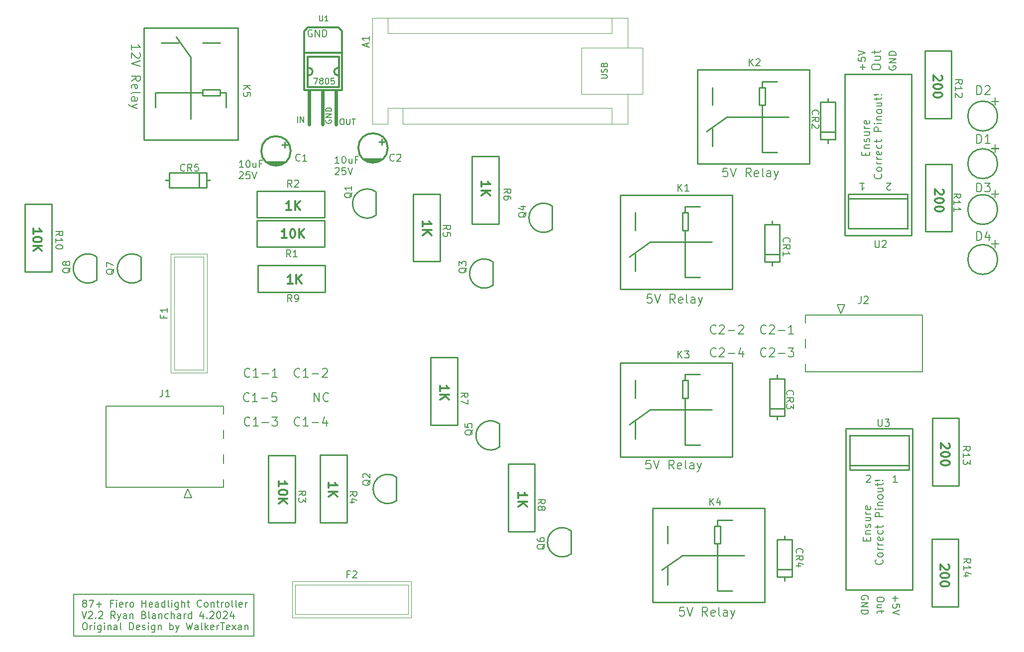
<source format=gbr>
%TF.GenerationSoftware,KiCad,Pcbnew,8.0.1*%
%TF.CreationDate,2024-04-13T23:58:44-04:00*%
%TF.ProjectId,Headlight Controller,48656164-6c69-4676-9874-20436f6e7472,2.2*%
%TF.SameCoordinates,Original*%
%TF.FileFunction,Legend,Top*%
%TF.FilePolarity,Positive*%
%FSLAX46Y46*%
G04 Gerber Fmt 4.6, Leading zero omitted, Abs format (unit mm)*
G04 Created by KiCad (PCBNEW 8.0.1) date 2024-04-13 23:58:44*
%MOMM*%
%LPD*%
G01*
G04 APERTURE LIST*
%ADD10C,0.100000*%
%ADD11C,0.200000*%
%ADD12C,0.150000*%
%ADD13C,0.300000*%
%ADD14C,0.203200*%
%ADD15C,0.152400*%
%ADD16C,0.120000*%
%ADD17C,0.254000*%
%ADD18C,0.127000*%
%ADD19C,0.304800*%
%ADD20C,0.609600*%
G04 APERTURE END LIST*
D10*
X70700000Y-77900000D02*
X69200000Y-77900000D01*
X68349000Y-77294000D01*
X71651000Y-77294000D01*
X70700000Y-77900000D01*
G36*
X70700000Y-77900000D02*
G01*
X69200000Y-77900000D01*
X68349000Y-77294000D01*
X71651000Y-77294000D01*
X70700000Y-77900000D01*
G37*
X86988249Y-77454594D02*
X85744642Y-77374261D01*
X84849000Y-76794000D01*
X88151000Y-76794000D01*
X86988249Y-77454594D01*
G36*
X86988249Y-77454594D02*
G01*
X85744642Y-77374261D01*
X84849000Y-76794000D01*
X88151000Y-76794000D01*
X86988249Y-77454594D01*
G37*
D11*
X35600000Y-150900000D02*
X66250000Y-150900000D01*
X66250000Y-158000000D01*
X35600000Y-158000000D01*
X35600000Y-150900000D01*
X146803006Y-78406028D02*
X146088720Y-78406028D01*
X146088720Y-78406028D02*
X146017292Y-79120314D01*
X146017292Y-79120314D02*
X146088720Y-79048885D01*
X146088720Y-79048885D02*
X146231578Y-78977457D01*
X146231578Y-78977457D02*
X146588720Y-78977457D01*
X146588720Y-78977457D02*
X146731578Y-79048885D01*
X146731578Y-79048885D02*
X146803006Y-79120314D01*
X146803006Y-79120314D02*
X146874435Y-79263171D01*
X146874435Y-79263171D02*
X146874435Y-79620314D01*
X146874435Y-79620314D02*
X146803006Y-79763171D01*
X146803006Y-79763171D02*
X146731578Y-79834600D01*
X146731578Y-79834600D02*
X146588720Y-79906028D01*
X146588720Y-79906028D02*
X146231578Y-79906028D01*
X146231578Y-79906028D02*
X146088720Y-79834600D01*
X146088720Y-79834600D02*
X146017292Y-79763171D01*
X147303006Y-78406028D02*
X147803006Y-79906028D01*
X147803006Y-79906028D02*
X148303006Y-78406028D01*
X150803005Y-79906028D02*
X150303005Y-79191742D01*
X149945862Y-79906028D02*
X149945862Y-78406028D01*
X149945862Y-78406028D02*
X150517291Y-78406028D01*
X150517291Y-78406028D02*
X150660148Y-78477457D01*
X150660148Y-78477457D02*
X150731577Y-78548885D01*
X150731577Y-78548885D02*
X150803005Y-78691742D01*
X150803005Y-78691742D02*
X150803005Y-78906028D01*
X150803005Y-78906028D02*
X150731577Y-79048885D01*
X150731577Y-79048885D02*
X150660148Y-79120314D01*
X150660148Y-79120314D02*
X150517291Y-79191742D01*
X150517291Y-79191742D02*
X149945862Y-79191742D01*
X152017291Y-79834600D02*
X151874434Y-79906028D01*
X151874434Y-79906028D02*
X151588720Y-79906028D01*
X151588720Y-79906028D02*
X151445862Y-79834600D01*
X151445862Y-79834600D02*
X151374434Y-79691742D01*
X151374434Y-79691742D02*
X151374434Y-79120314D01*
X151374434Y-79120314D02*
X151445862Y-78977457D01*
X151445862Y-78977457D02*
X151588720Y-78906028D01*
X151588720Y-78906028D02*
X151874434Y-78906028D01*
X151874434Y-78906028D02*
X152017291Y-78977457D01*
X152017291Y-78977457D02*
X152088720Y-79120314D01*
X152088720Y-79120314D02*
X152088720Y-79263171D01*
X152088720Y-79263171D02*
X151374434Y-79406028D01*
X152945862Y-79906028D02*
X152803005Y-79834600D01*
X152803005Y-79834600D02*
X152731576Y-79691742D01*
X152731576Y-79691742D02*
X152731576Y-78406028D01*
X154160148Y-79906028D02*
X154160148Y-79120314D01*
X154160148Y-79120314D02*
X154088719Y-78977457D01*
X154088719Y-78977457D02*
X153945862Y-78906028D01*
X153945862Y-78906028D02*
X153660148Y-78906028D01*
X153660148Y-78906028D02*
X153517290Y-78977457D01*
X154160148Y-79834600D02*
X154017290Y-79906028D01*
X154017290Y-79906028D02*
X153660148Y-79906028D01*
X153660148Y-79906028D02*
X153517290Y-79834600D01*
X153517290Y-79834600D02*
X153445862Y-79691742D01*
X153445862Y-79691742D02*
X153445862Y-79548885D01*
X153445862Y-79548885D02*
X153517290Y-79406028D01*
X153517290Y-79406028D02*
X153660148Y-79334600D01*
X153660148Y-79334600D02*
X154017290Y-79334600D01*
X154017290Y-79334600D02*
X154160148Y-79263171D01*
X154731576Y-78906028D02*
X155088719Y-79906028D01*
X155445862Y-78906028D02*
X155088719Y-79906028D01*
X155088719Y-79906028D02*
X154945862Y-80263171D01*
X154945862Y-80263171D02*
X154874433Y-80334600D01*
X154874433Y-80334600D02*
X154731576Y-80406028D01*
D12*
X170259225Y-76229888D02*
X170259225Y-75796554D01*
X170940177Y-75610840D02*
X170940177Y-76229888D01*
X170940177Y-76229888D02*
X169640177Y-76229888D01*
X169640177Y-76229888D02*
X169640177Y-75610840D01*
X170073511Y-75053698D02*
X170940177Y-75053698D01*
X170197320Y-75053698D02*
X170135415Y-74991793D01*
X170135415Y-74991793D02*
X170073511Y-74867983D01*
X170073511Y-74867983D02*
X170073511Y-74682269D01*
X170073511Y-74682269D02*
X170135415Y-74558460D01*
X170135415Y-74558460D02*
X170259225Y-74496555D01*
X170259225Y-74496555D02*
X170940177Y-74496555D01*
X170878273Y-73939412D02*
X170940177Y-73815603D01*
X170940177Y-73815603D02*
X170940177Y-73567984D01*
X170940177Y-73567984D02*
X170878273Y-73444174D01*
X170878273Y-73444174D02*
X170754463Y-73382270D01*
X170754463Y-73382270D02*
X170692558Y-73382270D01*
X170692558Y-73382270D02*
X170568749Y-73444174D01*
X170568749Y-73444174D02*
X170506844Y-73567984D01*
X170506844Y-73567984D02*
X170506844Y-73753698D01*
X170506844Y-73753698D02*
X170444939Y-73877508D01*
X170444939Y-73877508D02*
X170321130Y-73939412D01*
X170321130Y-73939412D02*
X170259225Y-73939412D01*
X170259225Y-73939412D02*
X170135415Y-73877508D01*
X170135415Y-73877508D02*
X170073511Y-73753698D01*
X170073511Y-73753698D02*
X170073511Y-73567984D01*
X170073511Y-73567984D02*
X170135415Y-73444174D01*
X170073511Y-72267984D02*
X170940177Y-72267984D01*
X170073511Y-72825127D02*
X170754463Y-72825127D01*
X170754463Y-72825127D02*
X170878273Y-72763222D01*
X170878273Y-72763222D02*
X170940177Y-72639412D01*
X170940177Y-72639412D02*
X170940177Y-72453698D01*
X170940177Y-72453698D02*
X170878273Y-72329889D01*
X170878273Y-72329889D02*
X170816368Y-72267984D01*
X170940177Y-71648937D02*
X170073511Y-71648937D01*
X170321130Y-71648937D02*
X170197320Y-71587032D01*
X170197320Y-71587032D02*
X170135415Y-71525127D01*
X170135415Y-71525127D02*
X170073511Y-71401318D01*
X170073511Y-71401318D02*
X170073511Y-71277508D01*
X170878273Y-70348937D02*
X170940177Y-70472746D01*
X170940177Y-70472746D02*
X170940177Y-70720365D01*
X170940177Y-70720365D02*
X170878273Y-70844175D01*
X170878273Y-70844175D02*
X170754463Y-70906079D01*
X170754463Y-70906079D02*
X170259225Y-70906079D01*
X170259225Y-70906079D02*
X170135415Y-70844175D01*
X170135415Y-70844175D02*
X170073511Y-70720365D01*
X170073511Y-70720365D02*
X170073511Y-70472746D01*
X170073511Y-70472746D02*
X170135415Y-70348937D01*
X170135415Y-70348937D02*
X170259225Y-70287032D01*
X170259225Y-70287032D02*
X170383034Y-70287032D01*
X170383034Y-70287032D02*
X170506844Y-70906079D01*
X172909295Y-79448935D02*
X172971200Y-79510839D01*
X172971200Y-79510839D02*
X173033104Y-79696554D01*
X173033104Y-79696554D02*
X173033104Y-79820363D01*
X173033104Y-79820363D02*
X172971200Y-80006077D01*
X172971200Y-80006077D02*
X172847390Y-80129887D01*
X172847390Y-80129887D02*
X172723580Y-80191792D01*
X172723580Y-80191792D02*
X172475961Y-80253696D01*
X172475961Y-80253696D02*
X172290247Y-80253696D01*
X172290247Y-80253696D02*
X172042628Y-80191792D01*
X172042628Y-80191792D02*
X171918819Y-80129887D01*
X171918819Y-80129887D02*
X171795009Y-80006077D01*
X171795009Y-80006077D02*
X171733104Y-79820363D01*
X171733104Y-79820363D02*
X171733104Y-79696554D01*
X171733104Y-79696554D02*
X171795009Y-79510839D01*
X171795009Y-79510839D02*
X171856914Y-79448935D01*
X173033104Y-78706077D02*
X172971200Y-78829887D01*
X172971200Y-78829887D02*
X172909295Y-78891792D01*
X172909295Y-78891792D02*
X172785485Y-78953696D01*
X172785485Y-78953696D02*
X172414057Y-78953696D01*
X172414057Y-78953696D02*
X172290247Y-78891792D01*
X172290247Y-78891792D02*
X172228342Y-78829887D01*
X172228342Y-78829887D02*
X172166438Y-78706077D01*
X172166438Y-78706077D02*
X172166438Y-78520363D01*
X172166438Y-78520363D02*
X172228342Y-78396554D01*
X172228342Y-78396554D02*
X172290247Y-78334649D01*
X172290247Y-78334649D02*
X172414057Y-78272744D01*
X172414057Y-78272744D02*
X172785485Y-78272744D01*
X172785485Y-78272744D02*
X172909295Y-78334649D01*
X172909295Y-78334649D02*
X172971200Y-78396554D01*
X172971200Y-78396554D02*
X173033104Y-78520363D01*
X173033104Y-78520363D02*
X173033104Y-78706077D01*
X173033104Y-77715602D02*
X172166438Y-77715602D01*
X172414057Y-77715602D02*
X172290247Y-77653697D01*
X172290247Y-77653697D02*
X172228342Y-77591792D01*
X172228342Y-77591792D02*
X172166438Y-77467983D01*
X172166438Y-77467983D02*
X172166438Y-77344173D01*
X173033104Y-76910840D02*
X172166438Y-76910840D01*
X172414057Y-76910840D02*
X172290247Y-76848935D01*
X172290247Y-76848935D02*
X172228342Y-76787030D01*
X172228342Y-76787030D02*
X172166438Y-76663221D01*
X172166438Y-76663221D02*
X172166438Y-76539411D01*
X172971200Y-75610840D02*
X173033104Y-75734649D01*
X173033104Y-75734649D02*
X173033104Y-75982268D01*
X173033104Y-75982268D02*
X172971200Y-76106078D01*
X172971200Y-76106078D02*
X172847390Y-76167982D01*
X172847390Y-76167982D02*
X172352152Y-76167982D01*
X172352152Y-76167982D02*
X172228342Y-76106078D01*
X172228342Y-76106078D02*
X172166438Y-75982268D01*
X172166438Y-75982268D02*
X172166438Y-75734649D01*
X172166438Y-75734649D02*
X172228342Y-75610840D01*
X172228342Y-75610840D02*
X172352152Y-75548935D01*
X172352152Y-75548935D02*
X172475961Y-75548935D01*
X172475961Y-75548935D02*
X172599771Y-76167982D01*
X172971200Y-74434649D02*
X173033104Y-74558458D01*
X173033104Y-74558458D02*
X173033104Y-74806077D01*
X173033104Y-74806077D02*
X172971200Y-74929887D01*
X172971200Y-74929887D02*
X172909295Y-74991792D01*
X172909295Y-74991792D02*
X172785485Y-75053696D01*
X172785485Y-75053696D02*
X172414057Y-75053696D01*
X172414057Y-75053696D02*
X172290247Y-74991792D01*
X172290247Y-74991792D02*
X172228342Y-74929887D01*
X172228342Y-74929887D02*
X172166438Y-74806077D01*
X172166438Y-74806077D02*
X172166438Y-74558458D01*
X172166438Y-74558458D02*
X172228342Y-74434649D01*
X172166438Y-74063220D02*
X172166438Y-73567982D01*
X171733104Y-73877506D02*
X172847390Y-73877506D01*
X172847390Y-73877506D02*
X172971200Y-73815601D01*
X172971200Y-73815601D02*
X173033104Y-73691791D01*
X173033104Y-73691791D02*
X173033104Y-73567982D01*
X173033104Y-72144173D02*
X171733104Y-72144173D01*
X171733104Y-72144173D02*
X171733104Y-71648935D01*
X171733104Y-71648935D02*
X171795009Y-71525125D01*
X171795009Y-71525125D02*
X171856914Y-71463220D01*
X171856914Y-71463220D02*
X171980723Y-71401316D01*
X171980723Y-71401316D02*
X172166438Y-71401316D01*
X172166438Y-71401316D02*
X172290247Y-71463220D01*
X172290247Y-71463220D02*
X172352152Y-71525125D01*
X172352152Y-71525125D02*
X172414057Y-71648935D01*
X172414057Y-71648935D02*
X172414057Y-72144173D01*
X173033104Y-70844173D02*
X172166438Y-70844173D01*
X171733104Y-70844173D02*
X171795009Y-70906077D01*
X171795009Y-70906077D02*
X171856914Y-70844173D01*
X171856914Y-70844173D02*
X171795009Y-70782268D01*
X171795009Y-70782268D02*
X171733104Y-70844173D01*
X171733104Y-70844173D02*
X171856914Y-70844173D01*
X172166438Y-70225125D02*
X173033104Y-70225125D01*
X172290247Y-70225125D02*
X172228342Y-70163220D01*
X172228342Y-70163220D02*
X172166438Y-70039410D01*
X172166438Y-70039410D02*
X172166438Y-69853696D01*
X172166438Y-69853696D02*
X172228342Y-69729887D01*
X172228342Y-69729887D02*
X172352152Y-69667982D01*
X172352152Y-69667982D02*
X173033104Y-69667982D01*
X173033104Y-68863220D02*
X172971200Y-68987030D01*
X172971200Y-68987030D02*
X172909295Y-69048935D01*
X172909295Y-69048935D02*
X172785485Y-69110839D01*
X172785485Y-69110839D02*
X172414057Y-69110839D01*
X172414057Y-69110839D02*
X172290247Y-69048935D01*
X172290247Y-69048935D02*
X172228342Y-68987030D01*
X172228342Y-68987030D02*
X172166438Y-68863220D01*
X172166438Y-68863220D02*
X172166438Y-68677506D01*
X172166438Y-68677506D02*
X172228342Y-68553697D01*
X172228342Y-68553697D02*
X172290247Y-68491792D01*
X172290247Y-68491792D02*
X172414057Y-68429887D01*
X172414057Y-68429887D02*
X172785485Y-68429887D01*
X172785485Y-68429887D02*
X172909295Y-68491792D01*
X172909295Y-68491792D02*
X172971200Y-68553697D01*
X172971200Y-68553697D02*
X173033104Y-68677506D01*
X173033104Y-68677506D02*
X173033104Y-68863220D01*
X172166438Y-67315602D02*
X173033104Y-67315602D01*
X172166438Y-67872745D02*
X172847390Y-67872745D01*
X172847390Y-67872745D02*
X172971200Y-67810840D01*
X172971200Y-67810840D02*
X173033104Y-67687030D01*
X173033104Y-67687030D02*
X173033104Y-67501316D01*
X173033104Y-67501316D02*
X172971200Y-67377507D01*
X172971200Y-67377507D02*
X172909295Y-67315602D01*
X172166438Y-66882269D02*
X172166438Y-66387031D01*
X171733104Y-66696555D02*
X172847390Y-66696555D01*
X172847390Y-66696555D02*
X172971200Y-66634650D01*
X172971200Y-66634650D02*
X173033104Y-66510840D01*
X173033104Y-66510840D02*
X173033104Y-66387031D01*
X172909295Y-65953698D02*
X172971200Y-65891793D01*
X172971200Y-65891793D02*
X173033104Y-65953698D01*
X173033104Y-65953698D02*
X172971200Y-66015602D01*
X172971200Y-66015602D02*
X172909295Y-65953698D01*
X172909295Y-65953698D02*
X173033104Y-65953698D01*
X172537866Y-65953698D02*
X171795009Y-66015602D01*
X171795009Y-66015602D02*
X171733104Y-65953698D01*
X171733104Y-65953698D02*
X171795009Y-65891793D01*
X171795009Y-65891793D02*
X172537866Y-65953698D01*
X172537866Y-65953698D02*
X171733104Y-65953698D01*
D13*
X104949171Y-81590225D02*
X104949171Y-80733082D01*
X104949171Y-81161653D02*
X106449171Y-81161653D01*
X106449171Y-81161653D02*
X106234885Y-81018796D01*
X106234885Y-81018796D02*
X106092028Y-80875939D01*
X106092028Y-80875939D02*
X106020600Y-80733082D01*
X104949171Y-82233081D02*
X106449171Y-82233081D01*
X104949171Y-83090224D02*
X105806314Y-82447367D01*
X106449171Y-83090224D02*
X105592028Y-82233081D01*
D12*
X170459225Y-141829888D02*
X170459225Y-141396554D01*
X171140177Y-141210840D02*
X171140177Y-141829888D01*
X171140177Y-141829888D02*
X169840177Y-141829888D01*
X169840177Y-141829888D02*
X169840177Y-141210840D01*
X170273511Y-140653698D02*
X171140177Y-140653698D01*
X170397320Y-140653698D02*
X170335415Y-140591793D01*
X170335415Y-140591793D02*
X170273511Y-140467983D01*
X170273511Y-140467983D02*
X170273511Y-140282269D01*
X170273511Y-140282269D02*
X170335415Y-140158460D01*
X170335415Y-140158460D02*
X170459225Y-140096555D01*
X170459225Y-140096555D02*
X171140177Y-140096555D01*
X171078273Y-139539412D02*
X171140177Y-139415603D01*
X171140177Y-139415603D02*
X171140177Y-139167984D01*
X171140177Y-139167984D02*
X171078273Y-139044174D01*
X171078273Y-139044174D02*
X170954463Y-138982270D01*
X170954463Y-138982270D02*
X170892558Y-138982270D01*
X170892558Y-138982270D02*
X170768749Y-139044174D01*
X170768749Y-139044174D02*
X170706844Y-139167984D01*
X170706844Y-139167984D02*
X170706844Y-139353698D01*
X170706844Y-139353698D02*
X170644939Y-139477508D01*
X170644939Y-139477508D02*
X170521130Y-139539412D01*
X170521130Y-139539412D02*
X170459225Y-139539412D01*
X170459225Y-139539412D02*
X170335415Y-139477508D01*
X170335415Y-139477508D02*
X170273511Y-139353698D01*
X170273511Y-139353698D02*
X170273511Y-139167984D01*
X170273511Y-139167984D02*
X170335415Y-139044174D01*
X170273511Y-137867984D02*
X171140177Y-137867984D01*
X170273511Y-138425127D02*
X170954463Y-138425127D01*
X170954463Y-138425127D02*
X171078273Y-138363222D01*
X171078273Y-138363222D02*
X171140177Y-138239412D01*
X171140177Y-138239412D02*
X171140177Y-138053698D01*
X171140177Y-138053698D02*
X171078273Y-137929889D01*
X171078273Y-137929889D02*
X171016368Y-137867984D01*
X171140177Y-137248937D02*
X170273511Y-137248937D01*
X170521130Y-137248937D02*
X170397320Y-137187032D01*
X170397320Y-137187032D02*
X170335415Y-137125127D01*
X170335415Y-137125127D02*
X170273511Y-137001318D01*
X170273511Y-137001318D02*
X170273511Y-136877508D01*
X171078273Y-135948937D02*
X171140177Y-136072746D01*
X171140177Y-136072746D02*
X171140177Y-136320365D01*
X171140177Y-136320365D02*
X171078273Y-136444175D01*
X171078273Y-136444175D02*
X170954463Y-136506079D01*
X170954463Y-136506079D02*
X170459225Y-136506079D01*
X170459225Y-136506079D02*
X170335415Y-136444175D01*
X170335415Y-136444175D02*
X170273511Y-136320365D01*
X170273511Y-136320365D02*
X170273511Y-136072746D01*
X170273511Y-136072746D02*
X170335415Y-135948937D01*
X170335415Y-135948937D02*
X170459225Y-135887032D01*
X170459225Y-135887032D02*
X170583034Y-135887032D01*
X170583034Y-135887032D02*
X170706844Y-136506079D01*
X173109295Y-145048935D02*
X173171200Y-145110839D01*
X173171200Y-145110839D02*
X173233104Y-145296554D01*
X173233104Y-145296554D02*
X173233104Y-145420363D01*
X173233104Y-145420363D02*
X173171200Y-145606077D01*
X173171200Y-145606077D02*
X173047390Y-145729887D01*
X173047390Y-145729887D02*
X172923580Y-145791792D01*
X172923580Y-145791792D02*
X172675961Y-145853696D01*
X172675961Y-145853696D02*
X172490247Y-145853696D01*
X172490247Y-145853696D02*
X172242628Y-145791792D01*
X172242628Y-145791792D02*
X172118819Y-145729887D01*
X172118819Y-145729887D02*
X171995009Y-145606077D01*
X171995009Y-145606077D02*
X171933104Y-145420363D01*
X171933104Y-145420363D02*
X171933104Y-145296554D01*
X171933104Y-145296554D02*
X171995009Y-145110839D01*
X171995009Y-145110839D02*
X172056914Y-145048935D01*
X173233104Y-144306077D02*
X173171200Y-144429887D01*
X173171200Y-144429887D02*
X173109295Y-144491792D01*
X173109295Y-144491792D02*
X172985485Y-144553696D01*
X172985485Y-144553696D02*
X172614057Y-144553696D01*
X172614057Y-144553696D02*
X172490247Y-144491792D01*
X172490247Y-144491792D02*
X172428342Y-144429887D01*
X172428342Y-144429887D02*
X172366438Y-144306077D01*
X172366438Y-144306077D02*
X172366438Y-144120363D01*
X172366438Y-144120363D02*
X172428342Y-143996554D01*
X172428342Y-143996554D02*
X172490247Y-143934649D01*
X172490247Y-143934649D02*
X172614057Y-143872744D01*
X172614057Y-143872744D02*
X172985485Y-143872744D01*
X172985485Y-143872744D02*
X173109295Y-143934649D01*
X173109295Y-143934649D02*
X173171200Y-143996554D01*
X173171200Y-143996554D02*
X173233104Y-144120363D01*
X173233104Y-144120363D02*
X173233104Y-144306077D01*
X173233104Y-143315602D02*
X172366438Y-143315602D01*
X172614057Y-143315602D02*
X172490247Y-143253697D01*
X172490247Y-143253697D02*
X172428342Y-143191792D01*
X172428342Y-143191792D02*
X172366438Y-143067983D01*
X172366438Y-143067983D02*
X172366438Y-142944173D01*
X173233104Y-142510840D02*
X172366438Y-142510840D01*
X172614057Y-142510840D02*
X172490247Y-142448935D01*
X172490247Y-142448935D02*
X172428342Y-142387030D01*
X172428342Y-142387030D02*
X172366438Y-142263221D01*
X172366438Y-142263221D02*
X172366438Y-142139411D01*
X173171200Y-141210840D02*
X173233104Y-141334649D01*
X173233104Y-141334649D02*
X173233104Y-141582268D01*
X173233104Y-141582268D02*
X173171200Y-141706078D01*
X173171200Y-141706078D02*
X173047390Y-141767982D01*
X173047390Y-141767982D02*
X172552152Y-141767982D01*
X172552152Y-141767982D02*
X172428342Y-141706078D01*
X172428342Y-141706078D02*
X172366438Y-141582268D01*
X172366438Y-141582268D02*
X172366438Y-141334649D01*
X172366438Y-141334649D02*
X172428342Y-141210840D01*
X172428342Y-141210840D02*
X172552152Y-141148935D01*
X172552152Y-141148935D02*
X172675961Y-141148935D01*
X172675961Y-141148935D02*
X172799771Y-141767982D01*
X173171200Y-140034649D02*
X173233104Y-140158458D01*
X173233104Y-140158458D02*
X173233104Y-140406077D01*
X173233104Y-140406077D02*
X173171200Y-140529887D01*
X173171200Y-140529887D02*
X173109295Y-140591792D01*
X173109295Y-140591792D02*
X172985485Y-140653696D01*
X172985485Y-140653696D02*
X172614057Y-140653696D01*
X172614057Y-140653696D02*
X172490247Y-140591792D01*
X172490247Y-140591792D02*
X172428342Y-140529887D01*
X172428342Y-140529887D02*
X172366438Y-140406077D01*
X172366438Y-140406077D02*
X172366438Y-140158458D01*
X172366438Y-140158458D02*
X172428342Y-140034649D01*
X172366438Y-139663220D02*
X172366438Y-139167982D01*
X171933104Y-139477506D02*
X173047390Y-139477506D01*
X173047390Y-139477506D02*
X173171200Y-139415601D01*
X173171200Y-139415601D02*
X173233104Y-139291791D01*
X173233104Y-139291791D02*
X173233104Y-139167982D01*
X173233104Y-137744173D02*
X171933104Y-137744173D01*
X171933104Y-137744173D02*
X171933104Y-137248935D01*
X171933104Y-137248935D02*
X171995009Y-137125125D01*
X171995009Y-137125125D02*
X172056914Y-137063220D01*
X172056914Y-137063220D02*
X172180723Y-137001316D01*
X172180723Y-137001316D02*
X172366438Y-137001316D01*
X172366438Y-137001316D02*
X172490247Y-137063220D01*
X172490247Y-137063220D02*
X172552152Y-137125125D01*
X172552152Y-137125125D02*
X172614057Y-137248935D01*
X172614057Y-137248935D02*
X172614057Y-137744173D01*
X173233104Y-136444173D02*
X172366438Y-136444173D01*
X171933104Y-136444173D02*
X171995009Y-136506077D01*
X171995009Y-136506077D02*
X172056914Y-136444173D01*
X172056914Y-136444173D02*
X171995009Y-136382268D01*
X171995009Y-136382268D02*
X171933104Y-136444173D01*
X171933104Y-136444173D02*
X172056914Y-136444173D01*
X172366438Y-135825125D02*
X173233104Y-135825125D01*
X172490247Y-135825125D02*
X172428342Y-135763220D01*
X172428342Y-135763220D02*
X172366438Y-135639410D01*
X172366438Y-135639410D02*
X172366438Y-135453696D01*
X172366438Y-135453696D02*
X172428342Y-135329887D01*
X172428342Y-135329887D02*
X172552152Y-135267982D01*
X172552152Y-135267982D02*
X173233104Y-135267982D01*
X173233104Y-134463220D02*
X173171200Y-134587030D01*
X173171200Y-134587030D02*
X173109295Y-134648935D01*
X173109295Y-134648935D02*
X172985485Y-134710839D01*
X172985485Y-134710839D02*
X172614057Y-134710839D01*
X172614057Y-134710839D02*
X172490247Y-134648935D01*
X172490247Y-134648935D02*
X172428342Y-134587030D01*
X172428342Y-134587030D02*
X172366438Y-134463220D01*
X172366438Y-134463220D02*
X172366438Y-134277506D01*
X172366438Y-134277506D02*
X172428342Y-134153697D01*
X172428342Y-134153697D02*
X172490247Y-134091792D01*
X172490247Y-134091792D02*
X172614057Y-134029887D01*
X172614057Y-134029887D02*
X172985485Y-134029887D01*
X172985485Y-134029887D02*
X173109295Y-134091792D01*
X173109295Y-134091792D02*
X173171200Y-134153697D01*
X173171200Y-134153697D02*
X173233104Y-134277506D01*
X173233104Y-134277506D02*
X173233104Y-134463220D01*
X172366438Y-132915602D02*
X173233104Y-132915602D01*
X172366438Y-133472745D02*
X173047390Y-133472745D01*
X173047390Y-133472745D02*
X173171200Y-133410840D01*
X173171200Y-133410840D02*
X173233104Y-133287030D01*
X173233104Y-133287030D02*
X173233104Y-133101316D01*
X173233104Y-133101316D02*
X173171200Y-132977507D01*
X173171200Y-132977507D02*
X173109295Y-132915602D01*
X172366438Y-132482269D02*
X172366438Y-131987031D01*
X171933104Y-132296555D02*
X173047390Y-132296555D01*
X173047390Y-132296555D02*
X173171200Y-132234650D01*
X173171200Y-132234650D02*
X173233104Y-132110840D01*
X173233104Y-132110840D02*
X173233104Y-131987031D01*
X173109295Y-131553698D02*
X173171200Y-131491793D01*
X173171200Y-131491793D02*
X173233104Y-131553698D01*
X173233104Y-131553698D02*
X173171200Y-131615602D01*
X173171200Y-131615602D02*
X173109295Y-131553698D01*
X173109295Y-131553698D02*
X173233104Y-131553698D01*
X172737866Y-131553698D02*
X171995009Y-131615602D01*
X171995009Y-131615602D02*
X171933104Y-131553698D01*
X171933104Y-131553698D02*
X171995009Y-131491793D01*
X171995009Y-131491793D02*
X172737866Y-131553698D01*
X172737866Y-131553698D02*
X171933104Y-131553698D01*
D11*
X65431577Y-118013171D02*
X65360149Y-118084600D01*
X65360149Y-118084600D02*
X65145863Y-118156028D01*
X65145863Y-118156028D02*
X65003006Y-118156028D01*
X65003006Y-118156028D02*
X64788720Y-118084600D01*
X64788720Y-118084600D02*
X64645863Y-117941742D01*
X64645863Y-117941742D02*
X64574434Y-117798885D01*
X64574434Y-117798885D02*
X64503006Y-117513171D01*
X64503006Y-117513171D02*
X64503006Y-117298885D01*
X64503006Y-117298885D02*
X64574434Y-117013171D01*
X64574434Y-117013171D02*
X64645863Y-116870314D01*
X64645863Y-116870314D02*
X64788720Y-116727457D01*
X64788720Y-116727457D02*
X65003006Y-116656028D01*
X65003006Y-116656028D02*
X65145863Y-116656028D01*
X65145863Y-116656028D02*
X65360149Y-116727457D01*
X65360149Y-116727457D02*
X65431577Y-116798885D01*
X66860149Y-118156028D02*
X66003006Y-118156028D01*
X66431577Y-118156028D02*
X66431577Y-116656028D01*
X66431577Y-116656028D02*
X66288720Y-116870314D01*
X66288720Y-116870314D02*
X66145863Y-117013171D01*
X66145863Y-117013171D02*
X66003006Y-117084600D01*
X67503005Y-117584600D02*
X68645863Y-117584600D01*
X70074434Y-116656028D02*
X69360148Y-116656028D01*
X69360148Y-116656028D02*
X69288720Y-117370314D01*
X69288720Y-117370314D02*
X69360148Y-117298885D01*
X69360148Y-117298885D02*
X69503006Y-117227457D01*
X69503006Y-117227457D02*
X69860148Y-117227457D01*
X69860148Y-117227457D02*
X70003006Y-117298885D01*
X70003006Y-117298885D02*
X70074434Y-117370314D01*
X70074434Y-117370314D02*
X70145863Y-117513171D01*
X70145863Y-117513171D02*
X70145863Y-117870314D01*
X70145863Y-117870314D02*
X70074434Y-118013171D01*
X70074434Y-118013171D02*
X70003006Y-118084600D01*
X70003006Y-118084600D02*
X69860148Y-118156028D01*
X69860148Y-118156028D02*
X69503006Y-118156028D01*
X69503006Y-118156028D02*
X69360148Y-118084600D01*
X69360148Y-118084600D02*
X69288720Y-118013171D01*
X76503004Y-118156028D02*
X76503004Y-116656028D01*
X76503004Y-116656028D02*
X77360147Y-118156028D01*
X77360147Y-118156028D02*
X77360147Y-116656028D01*
X78931576Y-118013171D02*
X78860148Y-118084600D01*
X78860148Y-118084600D02*
X78645862Y-118156028D01*
X78645862Y-118156028D02*
X78503005Y-118156028D01*
X78503005Y-118156028D02*
X78288719Y-118084600D01*
X78288719Y-118084600D02*
X78145862Y-117941742D01*
X78145862Y-117941742D02*
X78074433Y-117798885D01*
X78074433Y-117798885D02*
X78003005Y-117513171D01*
X78003005Y-117513171D02*
X78003005Y-117298885D01*
X78003005Y-117298885D02*
X78074433Y-117013171D01*
X78074433Y-117013171D02*
X78145862Y-116870314D01*
X78145862Y-116870314D02*
X78288719Y-116727457D01*
X78288719Y-116727457D02*
X78503005Y-116656028D01*
X78503005Y-116656028D02*
X78645862Y-116656028D01*
X78645862Y-116656028D02*
X78860148Y-116727457D01*
X78860148Y-116727457D02*
X78931576Y-116798885D01*
X169785600Y-61682706D02*
X169785600Y-60768421D01*
X170242742Y-61225563D02*
X169328457Y-61225563D01*
X169042742Y-59625564D02*
X169042742Y-60196992D01*
X169042742Y-60196992D02*
X169614171Y-60254135D01*
X169614171Y-60254135D02*
X169557028Y-60196992D01*
X169557028Y-60196992D02*
X169499885Y-60082707D01*
X169499885Y-60082707D02*
X169499885Y-59796992D01*
X169499885Y-59796992D02*
X169557028Y-59682707D01*
X169557028Y-59682707D02*
X169614171Y-59625564D01*
X169614171Y-59625564D02*
X169728457Y-59568421D01*
X169728457Y-59568421D02*
X170014171Y-59568421D01*
X170014171Y-59568421D02*
X170128457Y-59625564D01*
X170128457Y-59625564D02*
X170185600Y-59682707D01*
X170185600Y-59682707D02*
X170242742Y-59796992D01*
X170242742Y-59796992D02*
X170242742Y-60082707D01*
X170242742Y-60082707D02*
X170185600Y-60196992D01*
X170185600Y-60196992D02*
X170128457Y-60254135D01*
X169042742Y-59225564D02*
X170242742Y-58825564D01*
X170242742Y-58825564D02*
X169042742Y-58425564D01*
D13*
X72840225Y-98050828D02*
X71983082Y-98050828D01*
X72411653Y-98050828D02*
X72411653Y-96550828D01*
X72411653Y-96550828D02*
X72268796Y-96765114D01*
X72268796Y-96765114D02*
X72125939Y-96907971D01*
X72125939Y-96907971D02*
X71983082Y-96979400D01*
X73483081Y-98050828D02*
X73483081Y-96550828D01*
X74340224Y-98050828D02*
X73697367Y-97193685D01*
X74340224Y-96550828D02*
X73483081Y-97407971D01*
D11*
X64445863Y-78310809D02*
X63760149Y-78310809D01*
X64103006Y-78310809D02*
X64103006Y-77110809D01*
X64103006Y-77110809D02*
X63988720Y-77282238D01*
X63988720Y-77282238D02*
X63874435Y-77396524D01*
X63874435Y-77396524D02*
X63760149Y-77453667D01*
X65188720Y-77110809D02*
X65303006Y-77110809D01*
X65303006Y-77110809D02*
X65417292Y-77167952D01*
X65417292Y-77167952D02*
X65474435Y-77225095D01*
X65474435Y-77225095D02*
X65531577Y-77339381D01*
X65531577Y-77339381D02*
X65588720Y-77567952D01*
X65588720Y-77567952D02*
X65588720Y-77853667D01*
X65588720Y-77853667D02*
X65531577Y-78082238D01*
X65531577Y-78082238D02*
X65474435Y-78196524D01*
X65474435Y-78196524D02*
X65417292Y-78253667D01*
X65417292Y-78253667D02*
X65303006Y-78310809D01*
X65303006Y-78310809D02*
X65188720Y-78310809D01*
X65188720Y-78310809D02*
X65074435Y-78253667D01*
X65074435Y-78253667D02*
X65017292Y-78196524D01*
X65017292Y-78196524D02*
X64960149Y-78082238D01*
X64960149Y-78082238D02*
X64903006Y-77853667D01*
X64903006Y-77853667D02*
X64903006Y-77567952D01*
X64903006Y-77567952D02*
X64960149Y-77339381D01*
X64960149Y-77339381D02*
X65017292Y-77225095D01*
X65017292Y-77225095D02*
X65074435Y-77167952D01*
X65074435Y-77167952D02*
X65188720Y-77110809D01*
X66617292Y-77510809D02*
X66617292Y-78310809D01*
X66103006Y-77510809D02*
X66103006Y-78139381D01*
X66103006Y-78139381D02*
X66160149Y-78253667D01*
X66160149Y-78253667D02*
X66274434Y-78310809D01*
X66274434Y-78310809D02*
X66445863Y-78310809D01*
X66445863Y-78310809D02*
X66560149Y-78253667D01*
X66560149Y-78253667D02*
X66617292Y-78196524D01*
X67588720Y-77682238D02*
X67188720Y-77682238D01*
X67188720Y-78310809D02*
X67188720Y-77110809D01*
X67188720Y-77110809D02*
X67760148Y-77110809D01*
X63760149Y-79157028D02*
X63817292Y-79099885D01*
X63817292Y-79099885D02*
X63931578Y-79042742D01*
X63931578Y-79042742D02*
X64217292Y-79042742D01*
X64217292Y-79042742D02*
X64331578Y-79099885D01*
X64331578Y-79099885D02*
X64388720Y-79157028D01*
X64388720Y-79157028D02*
X64445863Y-79271314D01*
X64445863Y-79271314D02*
X64445863Y-79385600D01*
X64445863Y-79385600D02*
X64388720Y-79557028D01*
X64388720Y-79557028D02*
X63703006Y-80242742D01*
X63703006Y-80242742D02*
X64445863Y-80242742D01*
X65531577Y-79042742D02*
X64960149Y-79042742D01*
X64960149Y-79042742D02*
X64903006Y-79614171D01*
X64903006Y-79614171D02*
X64960149Y-79557028D01*
X64960149Y-79557028D02*
X65074435Y-79499885D01*
X65074435Y-79499885D02*
X65360149Y-79499885D01*
X65360149Y-79499885D02*
X65474435Y-79557028D01*
X65474435Y-79557028D02*
X65531577Y-79614171D01*
X65531577Y-79614171D02*
X65588720Y-79728457D01*
X65588720Y-79728457D02*
X65588720Y-80014171D01*
X65588720Y-80014171D02*
X65531577Y-80128457D01*
X65531577Y-80128457D02*
X65474435Y-80185600D01*
X65474435Y-80185600D02*
X65360149Y-80242742D01*
X65360149Y-80242742D02*
X65074435Y-80242742D01*
X65074435Y-80242742D02*
X64960149Y-80185600D01*
X64960149Y-80185600D02*
X64903006Y-80128457D01*
X65931577Y-79042742D02*
X66331577Y-80242742D01*
X66331577Y-80242742D02*
X66731577Y-79042742D01*
D13*
X28699171Y-89590225D02*
X28699171Y-88733082D01*
X28699171Y-89161653D02*
X30199171Y-89161653D01*
X30199171Y-89161653D02*
X29984885Y-89018796D01*
X29984885Y-89018796D02*
X29842028Y-88875939D01*
X29842028Y-88875939D02*
X29770600Y-88733082D01*
X30199171Y-90518796D02*
X30199171Y-90661653D01*
X30199171Y-90661653D02*
X30127742Y-90804510D01*
X30127742Y-90804510D02*
X30056314Y-90875939D01*
X30056314Y-90875939D02*
X29913457Y-90947367D01*
X29913457Y-90947367D02*
X29627742Y-91018796D01*
X29627742Y-91018796D02*
X29270600Y-91018796D01*
X29270600Y-91018796D02*
X28984885Y-90947367D01*
X28984885Y-90947367D02*
X28842028Y-90875939D01*
X28842028Y-90875939D02*
X28770600Y-90804510D01*
X28770600Y-90804510D02*
X28699171Y-90661653D01*
X28699171Y-90661653D02*
X28699171Y-90518796D01*
X28699171Y-90518796D02*
X28770600Y-90375939D01*
X28770600Y-90375939D02*
X28842028Y-90304510D01*
X28842028Y-90304510D02*
X28984885Y-90233081D01*
X28984885Y-90233081D02*
X29270600Y-90161653D01*
X29270600Y-90161653D02*
X29627742Y-90161653D01*
X29627742Y-90161653D02*
X29913457Y-90233081D01*
X29913457Y-90233081D02*
X30056314Y-90304510D01*
X30056314Y-90304510D02*
X30127742Y-90375939D01*
X30127742Y-90375939D02*
X30199171Y-90518796D01*
X28699171Y-91661652D02*
X30199171Y-91661652D01*
X28699171Y-92518795D02*
X29556314Y-91875938D01*
X30199171Y-92518795D02*
X29342028Y-91661652D01*
D11*
X144845863Y-110363171D02*
X144774435Y-110434600D01*
X144774435Y-110434600D02*
X144560149Y-110506028D01*
X144560149Y-110506028D02*
X144417292Y-110506028D01*
X144417292Y-110506028D02*
X144203006Y-110434600D01*
X144203006Y-110434600D02*
X144060149Y-110291742D01*
X144060149Y-110291742D02*
X143988720Y-110148885D01*
X143988720Y-110148885D02*
X143917292Y-109863171D01*
X143917292Y-109863171D02*
X143917292Y-109648885D01*
X143917292Y-109648885D02*
X143988720Y-109363171D01*
X143988720Y-109363171D02*
X144060149Y-109220314D01*
X144060149Y-109220314D02*
X144203006Y-109077457D01*
X144203006Y-109077457D02*
X144417292Y-109006028D01*
X144417292Y-109006028D02*
X144560149Y-109006028D01*
X144560149Y-109006028D02*
X144774435Y-109077457D01*
X144774435Y-109077457D02*
X144845863Y-109148885D01*
X145417292Y-109148885D02*
X145488720Y-109077457D01*
X145488720Y-109077457D02*
X145631578Y-109006028D01*
X145631578Y-109006028D02*
X145988720Y-109006028D01*
X145988720Y-109006028D02*
X146131578Y-109077457D01*
X146131578Y-109077457D02*
X146203006Y-109148885D01*
X146203006Y-109148885D02*
X146274435Y-109291742D01*
X146274435Y-109291742D02*
X146274435Y-109434600D01*
X146274435Y-109434600D02*
X146203006Y-109648885D01*
X146203006Y-109648885D02*
X145345863Y-110506028D01*
X145345863Y-110506028D02*
X146274435Y-110506028D01*
X146917291Y-109934600D02*
X148060149Y-109934600D01*
X149417292Y-109506028D02*
X149417292Y-110506028D01*
X149060149Y-108934600D02*
X148703006Y-110006028D01*
X148703006Y-110006028D02*
X149631577Y-110006028D01*
X153345862Y-110363171D02*
X153274434Y-110434600D01*
X153274434Y-110434600D02*
X153060148Y-110506028D01*
X153060148Y-110506028D02*
X152917291Y-110506028D01*
X152917291Y-110506028D02*
X152703005Y-110434600D01*
X152703005Y-110434600D02*
X152560148Y-110291742D01*
X152560148Y-110291742D02*
X152488719Y-110148885D01*
X152488719Y-110148885D02*
X152417291Y-109863171D01*
X152417291Y-109863171D02*
X152417291Y-109648885D01*
X152417291Y-109648885D02*
X152488719Y-109363171D01*
X152488719Y-109363171D02*
X152560148Y-109220314D01*
X152560148Y-109220314D02*
X152703005Y-109077457D01*
X152703005Y-109077457D02*
X152917291Y-109006028D01*
X152917291Y-109006028D02*
X153060148Y-109006028D01*
X153060148Y-109006028D02*
X153274434Y-109077457D01*
X153274434Y-109077457D02*
X153345862Y-109148885D01*
X153917291Y-109148885D02*
X153988719Y-109077457D01*
X153988719Y-109077457D02*
X154131577Y-109006028D01*
X154131577Y-109006028D02*
X154488719Y-109006028D01*
X154488719Y-109006028D02*
X154631577Y-109077457D01*
X154631577Y-109077457D02*
X154703005Y-109148885D01*
X154703005Y-109148885D02*
X154774434Y-109291742D01*
X154774434Y-109291742D02*
X154774434Y-109434600D01*
X154774434Y-109434600D02*
X154703005Y-109648885D01*
X154703005Y-109648885D02*
X153845862Y-110506028D01*
X153845862Y-110506028D02*
X154774434Y-110506028D01*
X155417290Y-109934600D02*
X156560148Y-109934600D01*
X157131576Y-109006028D02*
X158060148Y-109006028D01*
X158060148Y-109006028D02*
X157560148Y-109577457D01*
X157560148Y-109577457D02*
X157774433Y-109577457D01*
X157774433Y-109577457D02*
X157917291Y-109648885D01*
X157917291Y-109648885D02*
X157988719Y-109720314D01*
X157988719Y-109720314D02*
X158060148Y-109863171D01*
X158060148Y-109863171D02*
X158060148Y-110220314D01*
X158060148Y-110220314D02*
X157988719Y-110363171D01*
X157988719Y-110363171D02*
X157917291Y-110434600D01*
X157917291Y-110434600D02*
X157774433Y-110506028D01*
X157774433Y-110506028D02*
X157345862Y-110506028D01*
X157345862Y-110506028D02*
X157203005Y-110434600D01*
X157203005Y-110434600D02*
X157131576Y-110363171D01*
D13*
X94949171Y-88340225D02*
X94949171Y-87483082D01*
X94949171Y-87911653D02*
X96449171Y-87911653D01*
X96449171Y-87911653D02*
X96234885Y-87768796D01*
X96234885Y-87768796D02*
X96092028Y-87625939D01*
X96092028Y-87625939D02*
X96020600Y-87483082D01*
X94949171Y-88983081D02*
X96449171Y-88983081D01*
X94949171Y-89840224D02*
X95806314Y-89197367D01*
X96449171Y-89840224D02*
X95592028Y-88983081D01*
X111199171Y-134540225D02*
X111199171Y-133683082D01*
X111199171Y-134111653D02*
X112699171Y-134111653D01*
X112699171Y-134111653D02*
X112484885Y-133968796D01*
X112484885Y-133968796D02*
X112342028Y-133825939D01*
X112342028Y-133825939D02*
X112270600Y-133683082D01*
X111199171Y-135183081D02*
X112699171Y-135183081D01*
X111199171Y-136040224D02*
X112056314Y-135397367D01*
X112699171Y-136040224D02*
X111842028Y-135183081D01*
D11*
X144845863Y-106463171D02*
X144774435Y-106534600D01*
X144774435Y-106534600D02*
X144560149Y-106606028D01*
X144560149Y-106606028D02*
X144417292Y-106606028D01*
X144417292Y-106606028D02*
X144203006Y-106534600D01*
X144203006Y-106534600D02*
X144060149Y-106391742D01*
X144060149Y-106391742D02*
X143988720Y-106248885D01*
X143988720Y-106248885D02*
X143917292Y-105963171D01*
X143917292Y-105963171D02*
X143917292Y-105748885D01*
X143917292Y-105748885D02*
X143988720Y-105463171D01*
X143988720Y-105463171D02*
X144060149Y-105320314D01*
X144060149Y-105320314D02*
X144203006Y-105177457D01*
X144203006Y-105177457D02*
X144417292Y-105106028D01*
X144417292Y-105106028D02*
X144560149Y-105106028D01*
X144560149Y-105106028D02*
X144774435Y-105177457D01*
X144774435Y-105177457D02*
X144845863Y-105248885D01*
X145417292Y-105248885D02*
X145488720Y-105177457D01*
X145488720Y-105177457D02*
X145631578Y-105106028D01*
X145631578Y-105106028D02*
X145988720Y-105106028D01*
X145988720Y-105106028D02*
X146131578Y-105177457D01*
X146131578Y-105177457D02*
X146203006Y-105248885D01*
X146203006Y-105248885D02*
X146274435Y-105391742D01*
X146274435Y-105391742D02*
X146274435Y-105534600D01*
X146274435Y-105534600D02*
X146203006Y-105748885D01*
X146203006Y-105748885D02*
X145345863Y-106606028D01*
X145345863Y-106606028D02*
X146274435Y-106606028D01*
X146917291Y-106034600D02*
X148060149Y-106034600D01*
X148703006Y-105248885D02*
X148774434Y-105177457D01*
X148774434Y-105177457D02*
X148917292Y-105106028D01*
X148917292Y-105106028D02*
X149274434Y-105106028D01*
X149274434Y-105106028D02*
X149417292Y-105177457D01*
X149417292Y-105177457D02*
X149488720Y-105248885D01*
X149488720Y-105248885D02*
X149560149Y-105391742D01*
X149560149Y-105391742D02*
X149560149Y-105534600D01*
X149560149Y-105534600D02*
X149488720Y-105748885D01*
X149488720Y-105748885D02*
X148631577Y-106606028D01*
X148631577Y-106606028D02*
X149560149Y-106606028D01*
X153345862Y-106463171D02*
X153274434Y-106534600D01*
X153274434Y-106534600D02*
X153060148Y-106606028D01*
X153060148Y-106606028D02*
X152917291Y-106606028D01*
X152917291Y-106606028D02*
X152703005Y-106534600D01*
X152703005Y-106534600D02*
X152560148Y-106391742D01*
X152560148Y-106391742D02*
X152488719Y-106248885D01*
X152488719Y-106248885D02*
X152417291Y-105963171D01*
X152417291Y-105963171D02*
X152417291Y-105748885D01*
X152417291Y-105748885D02*
X152488719Y-105463171D01*
X152488719Y-105463171D02*
X152560148Y-105320314D01*
X152560148Y-105320314D02*
X152703005Y-105177457D01*
X152703005Y-105177457D02*
X152917291Y-105106028D01*
X152917291Y-105106028D02*
X153060148Y-105106028D01*
X153060148Y-105106028D02*
X153274434Y-105177457D01*
X153274434Y-105177457D02*
X153345862Y-105248885D01*
X153917291Y-105248885D02*
X153988719Y-105177457D01*
X153988719Y-105177457D02*
X154131577Y-105106028D01*
X154131577Y-105106028D02*
X154488719Y-105106028D01*
X154488719Y-105106028D02*
X154631577Y-105177457D01*
X154631577Y-105177457D02*
X154703005Y-105248885D01*
X154703005Y-105248885D02*
X154774434Y-105391742D01*
X154774434Y-105391742D02*
X154774434Y-105534600D01*
X154774434Y-105534600D02*
X154703005Y-105748885D01*
X154703005Y-105748885D02*
X153845862Y-106606028D01*
X153845862Y-106606028D02*
X154774434Y-106606028D01*
X155417290Y-106034600D02*
X156560148Y-106034600D01*
X158060148Y-106606028D02*
X157203005Y-106606028D01*
X157631576Y-106606028D02*
X157631576Y-105106028D01*
X157631576Y-105106028D02*
X157488719Y-105320314D01*
X157488719Y-105320314D02*
X157345862Y-105463171D01*
X157345862Y-105463171D02*
X157203005Y-105534600D01*
D13*
X183156314Y-62683082D02*
X183227742Y-62754510D01*
X183227742Y-62754510D02*
X183299171Y-62897368D01*
X183299171Y-62897368D02*
X183299171Y-63254510D01*
X183299171Y-63254510D02*
X183227742Y-63397368D01*
X183227742Y-63397368D02*
X183156314Y-63468796D01*
X183156314Y-63468796D02*
X183013457Y-63540225D01*
X183013457Y-63540225D02*
X182870600Y-63540225D01*
X182870600Y-63540225D02*
X182656314Y-63468796D01*
X182656314Y-63468796D02*
X181799171Y-62611653D01*
X181799171Y-62611653D02*
X181799171Y-63540225D01*
X183299171Y-64468796D02*
X183299171Y-64611653D01*
X183299171Y-64611653D02*
X183227742Y-64754510D01*
X183227742Y-64754510D02*
X183156314Y-64825939D01*
X183156314Y-64825939D02*
X183013457Y-64897367D01*
X183013457Y-64897367D02*
X182727742Y-64968796D01*
X182727742Y-64968796D02*
X182370600Y-64968796D01*
X182370600Y-64968796D02*
X182084885Y-64897367D01*
X182084885Y-64897367D02*
X181942028Y-64825939D01*
X181942028Y-64825939D02*
X181870600Y-64754510D01*
X181870600Y-64754510D02*
X181799171Y-64611653D01*
X181799171Y-64611653D02*
X181799171Y-64468796D01*
X181799171Y-64468796D02*
X181870600Y-64325939D01*
X181870600Y-64325939D02*
X181942028Y-64254510D01*
X181942028Y-64254510D02*
X182084885Y-64183081D01*
X182084885Y-64183081D02*
X182370600Y-64111653D01*
X182370600Y-64111653D02*
X182727742Y-64111653D01*
X182727742Y-64111653D02*
X183013457Y-64183081D01*
X183013457Y-64183081D02*
X183156314Y-64254510D01*
X183156314Y-64254510D02*
X183227742Y-64325939D01*
X183227742Y-64325939D02*
X183299171Y-64468796D01*
X183299171Y-65897367D02*
X183299171Y-66040224D01*
X183299171Y-66040224D02*
X183227742Y-66183081D01*
X183227742Y-66183081D02*
X183156314Y-66254510D01*
X183156314Y-66254510D02*
X183013457Y-66325938D01*
X183013457Y-66325938D02*
X182727742Y-66397367D01*
X182727742Y-66397367D02*
X182370600Y-66397367D01*
X182370600Y-66397367D02*
X182084885Y-66325938D01*
X182084885Y-66325938D02*
X181942028Y-66254510D01*
X181942028Y-66254510D02*
X181870600Y-66183081D01*
X181870600Y-66183081D02*
X181799171Y-66040224D01*
X181799171Y-66040224D02*
X181799171Y-65897367D01*
X181799171Y-65897367D02*
X181870600Y-65754510D01*
X181870600Y-65754510D02*
X181942028Y-65683081D01*
X181942028Y-65683081D02*
X182084885Y-65611652D01*
X182084885Y-65611652D02*
X182370600Y-65540224D01*
X182370600Y-65540224D02*
X182727742Y-65540224D01*
X182727742Y-65540224D02*
X183013457Y-65611652D01*
X183013457Y-65611652D02*
X183156314Y-65683081D01*
X183156314Y-65683081D02*
X183227742Y-65754510D01*
X183227742Y-65754510D02*
X183299171Y-65897367D01*
X78949171Y-132840225D02*
X78949171Y-131983082D01*
X78949171Y-132411653D02*
X80449171Y-132411653D01*
X80449171Y-132411653D02*
X80234885Y-132268796D01*
X80234885Y-132268796D02*
X80092028Y-132125939D01*
X80092028Y-132125939D02*
X80020600Y-131983082D01*
X78949171Y-133483081D02*
X80449171Y-133483081D01*
X78949171Y-134340224D02*
X79806314Y-133697367D01*
X80449171Y-134340224D02*
X79592028Y-133483081D01*
D11*
X173407257Y-151698245D02*
X173407257Y-151926817D01*
X173407257Y-151926817D02*
X173350114Y-152041102D01*
X173350114Y-152041102D02*
X173235828Y-152155388D01*
X173235828Y-152155388D02*
X173007257Y-152212531D01*
X173007257Y-152212531D02*
X172607257Y-152212531D01*
X172607257Y-152212531D02*
X172378685Y-152155388D01*
X172378685Y-152155388D02*
X172264400Y-152041102D01*
X172264400Y-152041102D02*
X172207257Y-151926817D01*
X172207257Y-151926817D02*
X172207257Y-151698245D01*
X172207257Y-151698245D02*
X172264400Y-151583960D01*
X172264400Y-151583960D02*
X172378685Y-151469674D01*
X172378685Y-151469674D02*
X172607257Y-151412531D01*
X172607257Y-151412531D02*
X173007257Y-151412531D01*
X173007257Y-151412531D02*
X173235828Y-151469674D01*
X173235828Y-151469674D02*
X173350114Y-151583960D01*
X173350114Y-151583960D02*
X173407257Y-151698245D01*
X173007257Y-153241103D02*
X172207257Y-153241103D01*
X173007257Y-152726817D02*
X172378685Y-152726817D01*
X172378685Y-152726817D02*
X172264400Y-152783960D01*
X172264400Y-152783960D02*
X172207257Y-152898245D01*
X172207257Y-152898245D02*
X172207257Y-153069674D01*
X172207257Y-153069674D02*
X172264400Y-153183960D01*
X172264400Y-153183960D02*
X172321542Y-153241103D01*
X173007257Y-153641102D02*
X173007257Y-154098245D01*
X173407257Y-153812531D02*
X172378685Y-153812531D01*
X172378685Y-153812531D02*
X172264400Y-153869674D01*
X172264400Y-153869674D02*
X172207257Y-153983959D01*
X172207257Y-153983959D02*
X172207257Y-154098245D01*
X170700114Y-151783959D02*
X170757257Y-151669674D01*
X170757257Y-151669674D02*
X170757257Y-151498245D01*
X170757257Y-151498245D02*
X170700114Y-151326816D01*
X170700114Y-151326816D02*
X170585828Y-151212531D01*
X170585828Y-151212531D02*
X170471542Y-151155388D01*
X170471542Y-151155388D02*
X170242971Y-151098245D01*
X170242971Y-151098245D02*
X170071542Y-151098245D01*
X170071542Y-151098245D02*
X169842971Y-151155388D01*
X169842971Y-151155388D02*
X169728685Y-151212531D01*
X169728685Y-151212531D02*
X169614400Y-151326816D01*
X169614400Y-151326816D02*
X169557257Y-151498245D01*
X169557257Y-151498245D02*
X169557257Y-151612531D01*
X169557257Y-151612531D02*
X169614400Y-151783959D01*
X169614400Y-151783959D02*
X169671542Y-151841102D01*
X169671542Y-151841102D02*
X170071542Y-151841102D01*
X170071542Y-151841102D02*
X170071542Y-151612531D01*
X169557257Y-152355388D02*
X170757257Y-152355388D01*
X170757257Y-152355388D02*
X169557257Y-153041102D01*
X169557257Y-153041102D02*
X170757257Y-153041102D01*
X169557257Y-153612531D02*
X170757257Y-153612531D01*
X170757257Y-153612531D02*
X170757257Y-153898245D01*
X170757257Y-153898245D02*
X170700114Y-154069674D01*
X170700114Y-154069674D02*
X170585828Y-154183959D01*
X170585828Y-154183959D02*
X170471542Y-154241102D01*
X170471542Y-154241102D02*
X170242971Y-154298245D01*
X170242971Y-154298245D02*
X170071542Y-154298245D01*
X170071542Y-154298245D02*
X169842971Y-154241102D01*
X169842971Y-154241102D02*
X169728685Y-154183959D01*
X169728685Y-154183959D02*
X169614400Y-154069674D01*
X169614400Y-154069674D02*
X169557257Y-153898245D01*
X169557257Y-153898245D02*
X169557257Y-153612531D01*
X37338720Y-152422095D02*
X37224435Y-152364952D01*
X37224435Y-152364952D02*
X37167292Y-152307809D01*
X37167292Y-152307809D02*
X37110149Y-152193524D01*
X37110149Y-152193524D02*
X37110149Y-152136381D01*
X37110149Y-152136381D02*
X37167292Y-152022095D01*
X37167292Y-152022095D02*
X37224435Y-151964952D01*
X37224435Y-151964952D02*
X37338720Y-151907809D01*
X37338720Y-151907809D02*
X37567292Y-151907809D01*
X37567292Y-151907809D02*
X37681578Y-151964952D01*
X37681578Y-151964952D02*
X37738720Y-152022095D01*
X37738720Y-152022095D02*
X37795863Y-152136381D01*
X37795863Y-152136381D02*
X37795863Y-152193524D01*
X37795863Y-152193524D02*
X37738720Y-152307809D01*
X37738720Y-152307809D02*
X37681578Y-152364952D01*
X37681578Y-152364952D02*
X37567292Y-152422095D01*
X37567292Y-152422095D02*
X37338720Y-152422095D01*
X37338720Y-152422095D02*
X37224435Y-152479238D01*
X37224435Y-152479238D02*
X37167292Y-152536381D01*
X37167292Y-152536381D02*
X37110149Y-152650667D01*
X37110149Y-152650667D02*
X37110149Y-152879238D01*
X37110149Y-152879238D02*
X37167292Y-152993524D01*
X37167292Y-152993524D02*
X37224435Y-153050667D01*
X37224435Y-153050667D02*
X37338720Y-153107809D01*
X37338720Y-153107809D02*
X37567292Y-153107809D01*
X37567292Y-153107809D02*
X37681578Y-153050667D01*
X37681578Y-153050667D02*
X37738720Y-152993524D01*
X37738720Y-152993524D02*
X37795863Y-152879238D01*
X37795863Y-152879238D02*
X37795863Y-152650667D01*
X37795863Y-152650667D02*
X37738720Y-152536381D01*
X37738720Y-152536381D02*
X37681578Y-152479238D01*
X37681578Y-152479238D02*
X37567292Y-152422095D01*
X38195863Y-151907809D02*
X38995863Y-151907809D01*
X38995863Y-151907809D02*
X38481577Y-153107809D01*
X39453006Y-152650667D02*
X40367292Y-152650667D01*
X39910149Y-153107809D02*
X39910149Y-152193524D01*
X42253006Y-152479238D02*
X41853006Y-152479238D01*
X41853006Y-153107809D02*
X41853006Y-151907809D01*
X41853006Y-151907809D02*
X42424434Y-151907809D01*
X42881577Y-153107809D02*
X42881577Y-152307809D01*
X42881577Y-151907809D02*
X42824434Y-151964952D01*
X42824434Y-151964952D02*
X42881577Y-152022095D01*
X42881577Y-152022095D02*
X42938720Y-151964952D01*
X42938720Y-151964952D02*
X42881577Y-151907809D01*
X42881577Y-151907809D02*
X42881577Y-152022095D01*
X43910149Y-153050667D02*
X43795863Y-153107809D01*
X43795863Y-153107809D02*
X43567292Y-153107809D01*
X43567292Y-153107809D02*
X43453006Y-153050667D01*
X43453006Y-153050667D02*
X43395863Y-152936381D01*
X43395863Y-152936381D02*
X43395863Y-152479238D01*
X43395863Y-152479238D02*
X43453006Y-152364952D01*
X43453006Y-152364952D02*
X43567292Y-152307809D01*
X43567292Y-152307809D02*
X43795863Y-152307809D01*
X43795863Y-152307809D02*
X43910149Y-152364952D01*
X43910149Y-152364952D02*
X43967292Y-152479238D01*
X43967292Y-152479238D02*
X43967292Y-152593524D01*
X43967292Y-152593524D02*
X43395863Y-152707809D01*
X44481577Y-153107809D02*
X44481577Y-152307809D01*
X44481577Y-152536381D02*
X44538720Y-152422095D01*
X44538720Y-152422095D02*
X44595863Y-152364952D01*
X44595863Y-152364952D02*
X44710148Y-152307809D01*
X44710148Y-152307809D02*
X44824434Y-152307809D01*
X45395862Y-153107809D02*
X45281577Y-153050667D01*
X45281577Y-153050667D02*
X45224434Y-152993524D01*
X45224434Y-152993524D02*
X45167291Y-152879238D01*
X45167291Y-152879238D02*
X45167291Y-152536381D01*
X45167291Y-152536381D02*
X45224434Y-152422095D01*
X45224434Y-152422095D02*
X45281577Y-152364952D01*
X45281577Y-152364952D02*
X45395862Y-152307809D01*
X45395862Y-152307809D02*
X45567291Y-152307809D01*
X45567291Y-152307809D02*
X45681577Y-152364952D01*
X45681577Y-152364952D02*
X45738720Y-152422095D01*
X45738720Y-152422095D02*
X45795862Y-152536381D01*
X45795862Y-152536381D02*
X45795862Y-152879238D01*
X45795862Y-152879238D02*
X45738720Y-152993524D01*
X45738720Y-152993524D02*
X45681577Y-153050667D01*
X45681577Y-153050667D02*
X45567291Y-153107809D01*
X45567291Y-153107809D02*
X45395862Y-153107809D01*
X47224434Y-153107809D02*
X47224434Y-151907809D01*
X47224434Y-152479238D02*
X47910148Y-152479238D01*
X47910148Y-153107809D02*
X47910148Y-151907809D01*
X48938720Y-153050667D02*
X48824434Y-153107809D01*
X48824434Y-153107809D02*
X48595863Y-153107809D01*
X48595863Y-153107809D02*
X48481577Y-153050667D01*
X48481577Y-153050667D02*
X48424434Y-152936381D01*
X48424434Y-152936381D02*
X48424434Y-152479238D01*
X48424434Y-152479238D02*
X48481577Y-152364952D01*
X48481577Y-152364952D02*
X48595863Y-152307809D01*
X48595863Y-152307809D02*
X48824434Y-152307809D01*
X48824434Y-152307809D02*
X48938720Y-152364952D01*
X48938720Y-152364952D02*
X48995863Y-152479238D01*
X48995863Y-152479238D02*
X48995863Y-152593524D01*
X48995863Y-152593524D02*
X48424434Y-152707809D01*
X50024434Y-153107809D02*
X50024434Y-152479238D01*
X50024434Y-152479238D02*
X49967291Y-152364952D01*
X49967291Y-152364952D02*
X49853005Y-152307809D01*
X49853005Y-152307809D02*
X49624434Y-152307809D01*
X49624434Y-152307809D02*
X49510148Y-152364952D01*
X50024434Y-153050667D02*
X49910148Y-153107809D01*
X49910148Y-153107809D02*
X49624434Y-153107809D01*
X49624434Y-153107809D02*
X49510148Y-153050667D01*
X49510148Y-153050667D02*
X49453005Y-152936381D01*
X49453005Y-152936381D02*
X49453005Y-152822095D01*
X49453005Y-152822095D02*
X49510148Y-152707809D01*
X49510148Y-152707809D02*
X49624434Y-152650667D01*
X49624434Y-152650667D02*
X49910148Y-152650667D01*
X49910148Y-152650667D02*
X50024434Y-152593524D01*
X51110148Y-153107809D02*
X51110148Y-151907809D01*
X51110148Y-153050667D02*
X50995862Y-153107809D01*
X50995862Y-153107809D02*
X50767290Y-153107809D01*
X50767290Y-153107809D02*
X50653005Y-153050667D01*
X50653005Y-153050667D02*
X50595862Y-152993524D01*
X50595862Y-152993524D02*
X50538719Y-152879238D01*
X50538719Y-152879238D02*
X50538719Y-152536381D01*
X50538719Y-152536381D02*
X50595862Y-152422095D01*
X50595862Y-152422095D02*
X50653005Y-152364952D01*
X50653005Y-152364952D02*
X50767290Y-152307809D01*
X50767290Y-152307809D02*
X50995862Y-152307809D01*
X50995862Y-152307809D02*
X51110148Y-152364952D01*
X51853004Y-153107809D02*
X51738719Y-153050667D01*
X51738719Y-153050667D02*
X51681576Y-152936381D01*
X51681576Y-152936381D02*
X51681576Y-151907809D01*
X52310147Y-153107809D02*
X52310147Y-152307809D01*
X52310147Y-151907809D02*
X52253004Y-151964952D01*
X52253004Y-151964952D02*
X52310147Y-152022095D01*
X52310147Y-152022095D02*
X52367290Y-151964952D01*
X52367290Y-151964952D02*
X52310147Y-151907809D01*
X52310147Y-151907809D02*
X52310147Y-152022095D01*
X53395862Y-152307809D02*
X53395862Y-153279238D01*
X53395862Y-153279238D02*
X53338719Y-153393524D01*
X53338719Y-153393524D02*
X53281576Y-153450667D01*
X53281576Y-153450667D02*
X53167290Y-153507809D01*
X53167290Y-153507809D02*
X52995862Y-153507809D01*
X52995862Y-153507809D02*
X52881576Y-153450667D01*
X53395862Y-153050667D02*
X53281576Y-153107809D01*
X53281576Y-153107809D02*
X53053004Y-153107809D01*
X53053004Y-153107809D02*
X52938719Y-153050667D01*
X52938719Y-153050667D02*
X52881576Y-152993524D01*
X52881576Y-152993524D02*
X52824433Y-152879238D01*
X52824433Y-152879238D02*
X52824433Y-152536381D01*
X52824433Y-152536381D02*
X52881576Y-152422095D01*
X52881576Y-152422095D02*
X52938719Y-152364952D01*
X52938719Y-152364952D02*
X53053004Y-152307809D01*
X53053004Y-152307809D02*
X53281576Y-152307809D01*
X53281576Y-152307809D02*
X53395862Y-152364952D01*
X53967290Y-153107809D02*
X53967290Y-151907809D01*
X54481576Y-153107809D02*
X54481576Y-152479238D01*
X54481576Y-152479238D02*
X54424433Y-152364952D01*
X54424433Y-152364952D02*
X54310147Y-152307809D01*
X54310147Y-152307809D02*
X54138718Y-152307809D01*
X54138718Y-152307809D02*
X54024433Y-152364952D01*
X54024433Y-152364952D02*
X53967290Y-152422095D01*
X54881575Y-152307809D02*
X55338718Y-152307809D01*
X55053004Y-151907809D02*
X55053004Y-152936381D01*
X55053004Y-152936381D02*
X55110147Y-153050667D01*
X55110147Y-153050667D02*
X55224432Y-153107809D01*
X55224432Y-153107809D02*
X55338718Y-153107809D01*
X57338718Y-152993524D02*
X57281575Y-153050667D01*
X57281575Y-153050667D02*
X57110147Y-153107809D01*
X57110147Y-153107809D02*
X56995861Y-153107809D01*
X56995861Y-153107809D02*
X56824432Y-153050667D01*
X56824432Y-153050667D02*
X56710147Y-152936381D01*
X56710147Y-152936381D02*
X56653004Y-152822095D01*
X56653004Y-152822095D02*
X56595861Y-152593524D01*
X56595861Y-152593524D02*
X56595861Y-152422095D01*
X56595861Y-152422095D02*
X56653004Y-152193524D01*
X56653004Y-152193524D02*
X56710147Y-152079238D01*
X56710147Y-152079238D02*
X56824432Y-151964952D01*
X56824432Y-151964952D02*
X56995861Y-151907809D01*
X56995861Y-151907809D02*
X57110147Y-151907809D01*
X57110147Y-151907809D02*
X57281575Y-151964952D01*
X57281575Y-151964952D02*
X57338718Y-152022095D01*
X58024432Y-153107809D02*
X57910147Y-153050667D01*
X57910147Y-153050667D02*
X57853004Y-152993524D01*
X57853004Y-152993524D02*
X57795861Y-152879238D01*
X57795861Y-152879238D02*
X57795861Y-152536381D01*
X57795861Y-152536381D02*
X57853004Y-152422095D01*
X57853004Y-152422095D02*
X57910147Y-152364952D01*
X57910147Y-152364952D02*
X58024432Y-152307809D01*
X58024432Y-152307809D02*
X58195861Y-152307809D01*
X58195861Y-152307809D02*
X58310147Y-152364952D01*
X58310147Y-152364952D02*
X58367290Y-152422095D01*
X58367290Y-152422095D02*
X58424432Y-152536381D01*
X58424432Y-152536381D02*
X58424432Y-152879238D01*
X58424432Y-152879238D02*
X58367290Y-152993524D01*
X58367290Y-152993524D02*
X58310147Y-153050667D01*
X58310147Y-153050667D02*
X58195861Y-153107809D01*
X58195861Y-153107809D02*
X58024432Y-153107809D01*
X58938718Y-152307809D02*
X58938718Y-153107809D01*
X58938718Y-152422095D02*
X58995861Y-152364952D01*
X58995861Y-152364952D02*
X59110146Y-152307809D01*
X59110146Y-152307809D02*
X59281575Y-152307809D01*
X59281575Y-152307809D02*
X59395861Y-152364952D01*
X59395861Y-152364952D02*
X59453004Y-152479238D01*
X59453004Y-152479238D02*
X59453004Y-153107809D01*
X59853003Y-152307809D02*
X60310146Y-152307809D01*
X60024432Y-151907809D02*
X60024432Y-152936381D01*
X60024432Y-152936381D02*
X60081575Y-153050667D01*
X60081575Y-153050667D02*
X60195860Y-153107809D01*
X60195860Y-153107809D02*
X60310146Y-153107809D01*
X60710146Y-153107809D02*
X60710146Y-152307809D01*
X60710146Y-152536381D02*
X60767289Y-152422095D01*
X60767289Y-152422095D02*
X60824432Y-152364952D01*
X60824432Y-152364952D02*
X60938717Y-152307809D01*
X60938717Y-152307809D02*
X61053003Y-152307809D01*
X61624431Y-153107809D02*
X61510146Y-153050667D01*
X61510146Y-153050667D02*
X61453003Y-152993524D01*
X61453003Y-152993524D02*
X61395860Y-152879238D01*
X61395860Y-152879238D02*
X61395860Y-152536381D01*
X61395860Y-152536381D02*
X61453003Y-152422095D01*
X61453003Y-152422095D02*
X61510146Y-152364952D01*
X61510146Y-152364952D02*
X61624431Y-152307809D01*
X61624431Y-152307809D02*
X61795860Y-152307809D01*
X61795860Y-152307809D02*
X61910146Y-152364952D01*
X61910146Y-152364952D02*
X61967289Y-152422095D01*
X61967289Y-152422095D02*
X62024431Y-152536381D01*
X62024431Y-152536381D02*
X62024431Y-152879238D01*
X62024431Y-152879238D02*
X61967289Y-152993524D01*
X61967289Y-152993524D02*
X61910146Y-153050667D01*
X61910146Y-153050667D02*
X61795860Y-153107809D01*
X61795860Y-153107809D02*
X61624431Y-153107809D01*
X62710145Y-153107809D02*
X62595860Y-153050667D01*
X62595860Y-153050667D02*
X62538717Y-152936381D01*
X62538717Y-152936381D02*
X62538717Y-151907809D01*
X63338716Y-153107809D02*
X63224431Y-153050667D01*
X63224431Y-153050667D02*
X63167288Y-152936381D01*
X63167288Y-152936381D02*
X63167288Y-151907809D01*
X64253002Y-153050667D02*
X64138716Y-153107809D01*
X64138716Y-153107809D02*
X63910145Y-153107809D01*
X63910145Y-153107809D02*
X63795859Y-153050667D01*
X63795859Y-153050667D02*
X63738716Y-152936381D01*
X63738716Y-152936381D02*
X63738716Y-152479238D01*
X63738716Y-152479238D02*
X63795859Y-152364952D01*
X63795859Y-152364952D02*
X63910145Y-152307809D01*
X63910145Y-152307809D02*
X64138716Y-152307809D01*
X64138716Y-152307809D02*
X64253002Y-152364952D01*
X64253002Y-152364952D02*
X64310145Y-152479238D01*
X64310145Y-152479238D02*
X64310145Y-152593524D01*
X64310145Y-152593524D02*
X63738716Y-152707809D01*
X64824430Y-153107809D02*
X64824430Y-152307809D01*
X64824430Y-152536381D02*
X64881573Y-152422095D01*
X64881573Y-152422095D02*
X64938716Y-152364952D01*
X64938716Y-152364952D02*
X65053001Y-152307809D01*
X65053001Y-152307809D02*
X65167287Y-152307809D01*
X36995863Y-153839742D02*
X37395863Y-155039742D01*
X37395863Y-155039742D02*
X37795863Y-153839742D01*
X38138720Y-153954028D02*
X38195863Y-153896885D01*
X38195863Y-153896885D02*
X38310149Y-153839742D01*
X38310149Y-153839742D02*
X38595863Y-153839742D01*
X38595863Y-153839742D02*
X38710149Y-153896885D01*
X38710149Y-153896885D02*
X38767291Y-153954028D01*
X38767291Y-153954028D02*
X38824434Y-154068314D01*
X38824434Y-154068314D02*
X38824434Y-154182600D01*
X38824434Y-154182600D02*
X38767291Y-154354028D01*
X38767291Y-154354028D02*
X38081577Y-155039742D01*
X38081577Y-155039742D02*
X38824434Y-155039742D01*
X39338720Y-154925457D02*
X39395863Y-154982600D01*
X39395863Y-154982600D02*
X39338720Y-155039742D01*
X39338720Y-155039742D02*
X39281577Y-154982600D01*
X39281577Y-154982600D02*
X39338720Y-154925457D01*
X39338720Y-154925457D02*
X39338720Y-155039742D01*
X39853006Y-153954028D02*
X39910149Y-153896885D01*
X39910149Y-153896885D02*
X40024435Y-153839742D01*
X40024435Y-153839742D02*
X40310149Y-153839742D01*
X40310149Y-153839742D02*
X40424435Y-153896885D01*
X40424435Y-153896885D02*
X40481577Y-153954028D01*
X40481577Y-153954028D02*
X40538720Y-154068314D01*
X40538720Y-154068314D02*
X40538720Y-154182600D01*
X40538720Y-154182600D02*
X40481577Y-154354028D01*
X40481577Y-154354028D02*
X39795863Y-155039742D01*
X39795863Y-155039742D02*
X40538720Y-155039742D01*
X42653006Y-155039742D02*
X42253006Y-154468314D01*
X41967292Y-155039742D02*
X41967292Y-153839742D01*
X41967292Y-153839742D02*
X42424435Y-153839742D01*
X42424435Y-153839742D02*
X42538720Y-153896885D01*
X42538720Y-153896885D02*
X42595863Y-153954028D01*
X42595863Y-153954028D02*
X42653006Y-154068314D01*
X42653006Y-154068314D02*
X42653006Y-154239742D01*
X42653006Y-154239742D02*
X42595863Y-154354028D01*
X42595863Y-154354028D02*
X42538720Y-154411171D01*
X42538720Y-154411171D02*
X42424435Y-154468314D01*
X42424435Y-154468314D02*
X41967292Y-154468314D01*
X43053006Y-154239742D02*
X43338720Y-155039742D01*
X43624435Y-154239742D02*
X43338720Y-155039742D01*
X43338720Y-155039742D02*
X43224435Y-155325457D01*
X43224435Y-155325457D02*
X43167292Y-155382600D01*
X43167292Y-155382600D02*
X43053006Y-155439742D01*
X44595864Y-155039742D02*
X44595864Y-154411171D01*
X44595864Y-154411171D02*
X44538721Y-154296885D01*
X44538721Y-154296885D02*
X44424435Y-154239742D01*
X44424435Y-154239742D02*
X44195864Y-154239742D01*
X44195864Y-154239742D02*
X44081578Y-154296885D01*
X44595864Y-154982600D02*
X44481578Y-155039742D01*
X44481578Y-155039742D02*
X44195864Y-155039742D01*
X44195864Y-155039742D02*
X44081578Y-154982600D01*
X44081578Y-154982600D02*
X44024435Y-154868314D01*
X44024435Y-154868314D02*
X44024435Y-154754028D01*
X44024435Y-154754028D02*
X44081578Y-154639742D01*
X44081578Y-154639742D02*
X44195864Y-154582600D01*
X44195864Y-154582600D02*
X44481578Y-154582600D01*
X44481578Y-154582600D02*
X44595864Y-154525457D01*
X45167292Y-154239742D02*
X45167292Y-155039742D01*
X45167292Y-154354028D02*
X45224435Y-154296885D01*
X45224435Y-154296885D02*
X45338720Y-154239742D01*
X45338720Y-154239742D02*
X45510149Y-154239742D01*
X45510149Y-154239742D02*
X45624435Y-154296885D01*
X45624435Y-154296885D02*
X45681578Y-154411171D01*
X45681578Y-154411171D02*
X45681578Y-155039742D01*
X47567292Y-154411171D02*
X47738720Y-154468314D01*
X47738720Y-154468314D02*
X47795863Y-154525457D01*
X47795863Y-154525457D02*
X47853006Y-154639742D01*
X47853006Y-154639742D02*
X47853006Y-154811171D01*
X47853006Y-154811171D02*
X47795863Y-154925457D01*
X47795863Y-154925457D02*
X47738720Y-154982600D01*
X47738720Y-154982600D02*
X47624435Y-155039742D01*
X47624435Y-155039742D02*
X47167292Y-155039742D01*
X47167292Y-155039742D02*
X47167292Y-153839742D01*
X47167292Y-153839742D02*
X47567292Y-153839742D01*
X47567292Y-153839742D02*
X47681578Y-153896885D01*
X47681578Y-153896885D02*
X47738720Y-153954028D01*
X47738720Y-153954028D02*
X47795863Y-154068314D01*
X47795863Y-154068314D02*
X47795863Y-154182600D01*
X47795863Y-154182600D02*
X47738720Y-154296885D01*
X47738720Y-154296885D02*
X47681578Y-154354028D01*
X47681578Y-154354028D02*
X47567292Y-154411171D01*
X47567292Y-154411171D02*
X47167292Y-154411171D01*
X48538720Y-155039742D02*
X48424435Y-154982600D01*
X48424435Y-154982600D02*
X48367292Y-154868314D01*
X48367292Y-154868314D02*
X48367292Y-153839742D01*
X49510149Y-155039742D02*
X49510149Y-154411171D01*
X49510149Y-154411171D02*
X49453006Y-154296885D01*
X49453006Y-154296885D02*
X49338720Y-154239742D01*
X49338720Y-154239742D02*
X49110149Y-154239742D01*
X49110149Y-154239742D02*
X48995863Y-154296885D01*
X49510149Y-154982600D02*
X49395863Y-155039742D01*
X49395863Y-155039742D02*
X49110149Y-155039742D01*
X49110149Y-155039742D02*
X48995863Y-154982600D01*
X48995863Y-154982600D02*
X48938720Y-154868314D01*
X48938720Y-154868314D02*
X48938720Y-154754028D01*
X48938720Y-154754028D02*
X48995863Y-154639742D01*
X48995863Y-154639742D02*
X49110149Y-154582600D01*
X49110149Y-154582600D02*
X49395863Y-154582600D01*
X49395863Y-154582600D02*
X49510149Y-154525457D01*
X50081577Y-154239742D02*
X50081577Y-155039742D01*
X50081577Y-154354028D02*
X50138720Y-154296885D01*
X50138720Y-154296885D02*
X50253005Y-154239742D01*
X50253005Y-154239742D02*
X50424434Y-154239742D01*
X50424434Y-154239742D02*
X50538720Y-154296885D01*
X50538720Y-154296885D02*
X50595863Y-154411171D01*
X50595863Y-154411171D02*
X50595863Y-155039742D01*
X51681577Y-154982600D02*
X51567291Y-155039742D01*
X51567291Y-155039742D02*
X51338719Y-155039742D01*
X51338719Y-155039742D02*
X51224434Y-154982600D01*
X51224434Y-154982600D02*
X51167291Y-154925457D01*
X51167291Y-154925457D02*
X51110148Y-154811171D01*
X51110148Y-154811171D02*
X51110148Y-154468314D01*
X51110148Y-154468314D02*
X51167291Y-154354028D01*
X51167291Y-154354028D02*
X51224434Y-154296885D01*
X51224434Y-154296885D02*
X51338719Y-154239742D01*
X51338719Y-154239742D02*
X51567291Y-154239742D01*
X51567291Y-154239742D02*
X51681577Y-154296885D01*
X52195862Y-155039742D02*
X52195862Y-153839742D01*
X52710148Y-155039742D02*
X52710148Y-154411171D01*
X52710148Y-154411171D02*
X52653005Y-154296885D01*
X52653005Y-154296885D02*
X52538719Y-154239742D01*
X52538719Y-154239742D02*
X52367290Y-154239742D01*
X52367290Y-154239742D02*
X52253005Y-154296885D01*
X52253005Y-154296885D02*
X52195862Y-154354028D01*
X53795862Y-155039742D02*
X53795862Y-154411171D01*
X53795862Y-154411171D02*
X53738719Y-154296885D01*
X53738719Y-154296885D02*
X53624433Y-154239742D01*
X53624433Y-154239742D02*
X53395862Y-154239742D01*
X53395862Y-154239742D02*
X53281576Y-154296885D01*
X53795862Y-154982600D02*
X53681576Y-155039742D01*
X53681576Y-155039742D02*
X53395862Y-155039742D01*
X53395862Y-155039742D02*
X53281576Y-154982600D01*
X53281576Y-154982600D02*
X53224433Y-154868314D01*
X53224433Y-154868314D02*
X53224433Y-154754028D01*
X53224433Y-154754028D02*
X53281576Y-154639742D01*
X53281576Y-154639742D02*
X53395862Y-154582600D01*
X53395862Y-154582600D02*
X53681576Y-154582600D01*
X53681576Y-154582600D02*
X53795862Y-154525457D01*
X54367290Y-155039742D02*
X54367290Y-154239742D01*
X54367290Y-154468314D02*
X54424433Y-154354028D01*
X54424433Y-154354028D02*
X54481576Y-154296885D01*
X54481576Y-154296885D02*
X54595861Y-154239742D01*
X54595861Y-154239742D02*
X54710147Y-154239742D01*
X55624433Y-155039742D02*
X55624433Y-153839742D01*
X55624433Y-154982600D02*
X55510147Y-155039742D01*
X55510147Y-155039742D02*
X55281575Y-155039742D01*
X55281575Y-155039742D02*
X55167290Y-154982600D01*
X55167290Y-154982600D02*
X55110147Y-154925457D01*
X55110147Y-154925457D02*
X55053004Y-154811171D01*
X55053004Y-154811171D02*
X55053004Y-154468314D01*
X55053004Y-154468314D02*
X55110147Y-154354028D01*
X55110147Y-154354028D02*
X55167290Y-154296885D01*
X55167290Y-154296885D02*
X55281575Y-154239742D01*
X55281575Y-154239742D02*
X55510147Y-154239742D01*
X55510147Y-154239742D02*
X55624433Y-154296885D01*
X57624433Y-154239742D02*
X57624433Y-155039742D01*
X57338718Y-153782600D02*
X57053004Y-154639742D01*
X57053004Y-154639742D02*
X57795861Y-154639742D01*
X58253004Y-154925457D02*
X58310147Y-154982600D01*
X58310147Y-154982600D02*
X58253004Y-155039742D01*
X58253004Y-155039742D02*
X58195861Y-154982600D01*
X58195861Y-154982600D02*
X58253004Y-154925457D01*
X58253004Y-154925457D02*
X58253004Y-155039742D01*
X58767290Y-153954028D02*
X58824433Y-153896885D01*
X58824433Y-153896885D02*
X58938719Y-153839742D01*
X58938719Y-153839742D02*
X59224433Y-153839742D01*
X59224433Y-153839742D02*
X59338719Y-153896885D01*
X59338719Y-153896885D02*
X59395861Y-153954028D01*
X59395861Y-153954028D02*
X59453004Y-154068314D01*
X59453004Y-154068314D02*
X59453004Y-154182600D01*
X59453004Y-154182600D02*
X59395861Y-154354028D01*
X59395861Y-154354028D02*
X58710147Y-155039742D01*
X58710147Y-155039742D02*
X59453004Y-155039742D01*
X60195861Y-153839742D02*
X60310147Y-153839742D01*
X60310147Y-153839742D02*
X60424433Y-153896885D01*
X60424433Y-153896885D02*
X60481576Y-153954028D01*
X60481576Y-153954028D02*
X60538718Y-154068314D01*
X60538718Y-154068314D02*
X60595861Y-154296885D01*
X60595861Y-154296885D02*
X60595861Y-154582600D01*
X60595861Y-154582600D02*
X60538718Y-154811171D01*
X60538718Y-154811171D02*
X60481576Y-154925457D01*
X60481576Y-154925457D02*
X60424433Y-154982600D01*
X60424433Y-154982600D02*
X60310147Y-155039742D01*
X60310147Y-155039742D02*
X60195861Y-155039742D01*
X60195861Y-155039742D02*
X60081576Y-154982600D01*
X60081576Y-154982600D02*
X60024433Y-154925457D01*
X60024433Y-154925457D02*
X59967290Y-154811171D01*
X59967290Y-154811171D02*
X59910147Y-154582600D01*
X59910147Y-154582600D02*
X59910147Y-154296885D01*
X59910147Y-154296885D02*
X59967290Y-154068314D01*
X59967290Y-154068314D02*
X60024433Y-153954028D01*
X60024433Y-153954028D02*
X60081576Y-153896885D01*
X60081576Y-153896885D02*
X60195861Y-153839742D01*
X61053004Y-153954028D02*
X61110147Y-153896885D01*
X61110147Y-153896885D02*
X61224433Y-153839742D01*
X61224433Y-153839742D02*
X61510147Y-153839742D01*
X61510147Y-153839742D02*
X61624433Y-153896885D01*
X61624433Y-153896885D02*
X61681575Y-153954028D01*
X61681575Y-153954028D02*
X61738718Y-154068314D01*
X61738718Y-154068314D02*
X61738718Y-154182600D01*
X61738718Y-154182600D02*
X61681575Y-154354028D01*
X61681575Y-154354028D02*
X60995861Y-155039742D01*
X60995861Y-155039742D02*
X61738718Y-155039742D01*
X62767290Y-154239742D02*
X62767290Y-155039742D01*
X62481575Y-153782600D02*
X62195861Y-154639742D01*
X62195861Y-154639742D02*
X62938718Y-154639742D01*
X37395863Y-155771675D02*
X37624435Y-155771675D01*
X37624435Y-155771675D02*
X37738720Y-155828818D01*
X37738720Y-155828818D02*
X37853006Y-155943104D01*
X37853006Y-155943104D02*
X37910149Y-156171675D01*
X37910149Y-156171675D02*
X37910149Y-156571675D01*
X37910149Y-156571675D02*
X37853006Y-156800247D01*
X37853006Y-156800247D02*
X37738720Y-156914533D01*
X37738720Y-156914533D02*
X37624435Y-156971675D01*
X37624435Y-156971675D02*
X37395863Y-156971675D01*
X37395863Y-156971675D02*
X37281578Y-156914533D01*
X37281578Y-156914533D02*
X37167292Y-156800247D01*
X37167292Y-156800247D02*
X37110149Y-156571675D01*
X37110149Y-156571675D02*
X37110149Y-156171675D01*
X37110149Y-156171675D02*
X37167292Y-155943104D01*
X37167292Y-155943104D02*
X37281578Y-155828818D01*
X37281578Y-155828818D02*
X37395863Y-155771675D01*
X38424435Y-156971675D02*
X38424435Y-156171675D01*
X38424435Y-156400247D02*
X38481578Y-156285961D01*
X38481578Y-156285961D02*
X38538721Y-156228818D01*
X38538721Y-156228818D02*
X38653006Y-156171675D01*
X38653006Y-156171675D02*
X38767292Y-156171675D01*
X39167292Y-156971675D02*
X39167292Y-156171675D01*
X39167292Y-155771675D02*
X39110149Y-155828818D01*
X39110149Y-155828818D02*
X39167292Y-155885961D01*
X39167292Y-155885961D02*
X39224435Y-155828818D01*
X39224435Y-155828818D02*
X39167292Y-155771675D01*
X39167292Y-155771675D02*
X39167292Y-155885961D01*
X40253007Y-156171675D02*
X40253007Y-157143104D01*
X40253007Y-157143104D02*
X40195864Y-157257390D01*
X40195864Y-157257390D02*
X40138721Y-157314533D01*
X40138721Y-157314533D02*
X40024435Y-157371675D01*
X40024435Y-157371675D02*
X39853007Y-157371675D01*
X39853007Y-157371675D02*
X39738721Y-157314533D01*
X40253007Y-156914533D02*
X40138721Y-156971675D01*
X40138721Y-156971675D02*
X39910149Y-156971675D01*
X39910149Y-156971675D02*
X39795864Y-156914533D01*
X39795864Y-156914533D02*
X39738721Y-156857390D01*
X39738721Y-156857390D02*
X39681578Y-156743104D01*
X39681578Y-156743104D02*
X39681578Y-156400247D01*
X39681578Y-156400247D02*
X39738721Y-156285961D01*
X39738721Y-156285961D02*
X39795864Y-156228818D01*
X39795864Y-156228818D02*
X39910149Y-156171675D01*
X39910149Y-156171675D02*
X40138721Y-156171675D01*
X40138721Y-156171675D02*
X40253007Y-156228818D01*
X40824435Y-156971675D02*
X40824435Y-156171675D01*
X40824435Y-155771675D02*
X40767292Y-155828818D01*
X40767292Y-155828818D02*
X40824435Y-155885961D01*
X40824435Y-155885961D02*
X40881578Y-155828818D01*
X40881578Y-155828818D02*
X40824435Y-155771675D01*
X40824435Y-155771675D02*
X40824435Y-155885961D01*
X41395864Y-156171675D02*
X41395864Y-156971675D01*
X41395864Y-156285961D02*
X41453007Y-156228818D01*
X41453007Y-156228818D02*
X41567292Y-156171675D01*
X41567292Y-156171675D02*
X41738721Y-156171675D01*
X41738721Y-156171675D02*
X41853007Y-156228818D01*
X41853007Y-156228818D02*
X41910150Y-156343104D01*
X41910150Y-156343104D02*
X41910150Y-156971675D01*
X42995864Y-156971675D02*
X42995864Y-156343104D01*
X42995864Y-156343104D02*
X42938721Y-156228818D01*
X42938721Y-156228818D02*
X42824435Y-156171675D01*
X42824435Y-156171675D02*
X42595864Y-156171675D01*
X42595864Y-156171675D02*
X42481578Y-156228818D01*
X42995864Y-156914533D02*
X42881578Y-156971675D01*
X42881578Y-156971675D02*
X42595864Y-156971675D01*
X42595864Y-156971675D02*
X42481578Y-156914533D01*
X42481578Y-156914533D02*
X42424435Y-156800247D01*
X42424435Y-156800247D02*
X42424435Y-156685961D01*
X42424435Y-156685961D02*
X42481578Y-156571675D01*
X42481578Y-156571675D02*
X42595864Y-156514533D01*
X42595864Y-156514533D02*
X42881578Y-156514533D01*
X42881578Y-156514533D02*
X42995864Y-156457390D01*
X43738720Y-156971675D02*
X43624435Y-156914533D01*
X43624435Y-156914533D02*
X43567292Y-156800247D01*
X43567292Y-156800247D02*
X43567292Y-155771675D01*
X45110149Y-156971675D02*
X45110149Y-155771675D01*
X45110149Y-155771675D02*
X45395863Y-155771675D01*
X45395863Y-155771675D02*
X45567292Y-155828818D01*
X45567292Y-155828818D02*
X45681577Y-155943104D01*
X45681577Y-155943104D02*
X45738720Y-156057390D01*
X45738720Y-156057390D02*
X45795863Y-156285961D01*
X45795863Y-156285961D02*
X45795863Y-156457390D01*
X45795863Y-156457390D02*
X45738720Y-156685961D01*
X45738720Y-156685961D02*
X45681577Y-156800247D01*
X45681577Y-156800247D02*
X45567292Y-156914533D01*
X45567292Y-156914533D02*
X45395863Y-156971675D01*
X45395863Y-156971675D02*
X45110149Y-156971675D01*
X46767292Y-156914533D02*
X46653006Y-156971675D01*
X46653006Y-156971675D02*
X46424435Y-156971675D01*
X46424435Y-156971675D02*
X46310149Y-156914533D01*
X46310149Y-156914533D02*
X46253006Y-156800247D01*
X46253006Y-156800247D02*
X46253006Y-156343104D01*
X46253006Y-156343104D02*
X46310149Y-156228818D01*
X46310149Y-156228818D02*
X46424435Y-156171675D01*
X46424435Y-156171675D02*
X46653006Y-156171675D01*
X46653006Y-156171675D02*
X46767292Y-156228818D01*
X46767292Y-156228818D02*
X46824435Y-156343104D01*
X46824435Y-156343104D02*
X46824435Y-156457390D01*
X46824435Y-156457390D02*
X46253006Y-156571675D01*
X47281577Y-156914533D02*
X47395863Y-156971675D01*
X47395863Y-156971675D02*
X47624434Y-156971675D01*
X47624434Y-156971675D02*
X47738720Y-156914533D01*
X47738720Y-156914533D02*
X47795863Y-156800247D01*
X47795863Y-156800247D02*
X47795863Y-156743104D01*
X47795863Y-156743104D02*
X47738720Y-156628818D01*
X47738720Y-156628818D02*
X47624434Y-156571675D01*
X47624434Y-156571675D02*
X47453006Y-156571675D01*
X47453006Y-156571675D02*
X47338720Y-156514533D01*
X47338720Y-156514533D02*
X47281577Y-156400247D01*
X47281577Y-156400247D02*
X47281577Y-156343104D01*
X47281577Y-156343104D02*
X47338720Y-156228818D01*
X47338720Y-156228818D02*
X47453006Y-156171675D01*
X47453006Y-156171675D02*
X47624434Y-156171675D01*
X47624434Y-156171675D02*
X47738720Y-156228818D01*
X48310149Y-156971675D02*
X48310149Y-156171675D01*
X48310149Y-155771675D02*
X48253006Y-155828818D01*
X48253006Y-155828818D02*
X48310149Y-155885961D01*
X48310149Y-155885961D02*
X48367292Y-155828818D01*
X48367292Y-155828818D02*
X48310149Y-155771675D01*
X48310149Y-155771675D02*
X48310149Y-155885961D01*
X49395864Y-156171675D02*
X49395864Y-157143104D01*
X49395864Y-157143104D02*
X49338721Y-157257390D01*
X49338721Y-157257390D02*
X49281578Y-157314533D01*
X49281578Y-157314533D02*
X49167292Y-157371675D01*
X49167292Y-157371675D02*
X48995864Y-157371675D01*
X48995864Y-157371675D02*
X48881578Y-157314533D01*
X49395864Y-156914533D02*
X49281578Y-156971675D01*
X49281578Y-156971675D02*
X49053006Y-156971675D01*
X49053006Y-156971675D02*
X48938721Y-156914533D01*
X48938721Y-156914533D02*
X48881578Y-156857390D01*
X48881578Y-156857390D02*
X48824435Y-156743104D01*
X48824435Y-156743104D02*
X48824435Y-156400247D01*
X48824435Y-156400247D02*
X48881578Y-156285961D01*
X48881578Y-156285961D02*
X48938721Y-156228818D01*
X48938721Y-156228818D02*
X49053006Y-156171675D01*
X49053006Y-156171675D02*
X49281578Y-156171675D01*
X49281578Y-156171675D02*
X49395864Y-156228818D01*
X49967292Y-156171675D02*
X49967292Y-156971675D01*
X49967292Y-156285961D02*
X50024435Y-156228818D01*
X50024435Y-156228818D02*
X50138720Y-156171675D01*
X50138720Y-156171675D02*
X50310149Y-156171675D01*
X50310149Y-156171675D02*
X50424435Y-156228818D01*
X50424435Y-156228818D02*
X50481578Y-156343104D01*
X50481578Y-156343104D02*
X50481578Y-156971675D01*
X51967292Y-156971675D02*
X51967292Y-155771675D01*
X51967292Y-156228818D02*
X52081578Y-156171675D01*
X52081578Y-156171675D02*
X52310149Y-156171675D01*
X52310149Y-156171675D02*
X52424435Y-156228818D01*
X52424435Y-156228818D02*
X52481578Y-156285961D01*
X52481578Y-156285961D02*
X52538720Y-156400247D01*
X52538720Y-156400247D02*
X52538720Y-156743104D01*
X52538720Y-156743104D02*
X52481578Y-156857390D01*
X52481578Y-156857390D02*
X52424435Y-156914533D01*
X52424435Y-156914533D02*
X52310149Y-156971675D01*
X52310149Y-156971675D02*
X52081578Y-156971675D01*
X52081578Y-156971675D02*
X51967292Y-156914533D01*
X52938720Y-156171675D02*
X53224434Y-156971675D01*
X53510149Y-156171675D02*
X53224434Y-156971675D01*
X53224434Y-156971675D02*
X53110149Y-157257390D01*
X53110149Y-157257390D02*
X53053006Y-157314533D01*
X53053006Y-157314533D02*
X52938720Y-157371675D01*
X54767292Y-155771675D02*
X55053006Y-156971675D01*
X55053006Y-156971675D02*
X55281578Y-156114533D01*
X55281578Y-156114533D02*
X55510149Y-156971675D01*
X55510149Y-156971675D02*
X55795864Y-155771675D01*
X56767293Y-156971675D02*
X56767293Y-156343104D01*
X56767293Y-156343104D02*
X56710150Y-156228818D01*
X56710150Y-156228818D02*
X56595864Y-156171675D01*
X56595864Y-156171675D02*
X56367293Y-156171675D01*
X56367293Y-156171675D02*
X56253007Y-156228818D01*
X56767293Y-156914533D02*
X56653007Y-156971675D01*
X56653007Y-156971675D02*
X56367293Y-156971675D01*
X56367293Y-156971675D02*
X56253007Y-156914533D01*
X56253007Y-156914533D02*
X56195864Y-156800247D01*
X56195864Y-156800247D02*
X56195864Y-156685961D01*
X56195864Y-156685961D02*
X56253007Y-156571675D01*
X56253007Y-156571675D02*
X56367293Y-156514533D01*
X56367293Y-156514533D02*
X56653007Y-156514533D01*
X56653007Y-156514533D02*
X56767293Y-156457390D01*
X57510149Y-156971675D02*
X57395864Y-156914533D01*
X57395864Y-156914533D02*
X57338721Y-156800247D01*
X57338721Y-156800247D02*
X57338721Y-155771675D01*
X57967292Y-156971675D02*
X57967292Y-155771675D01*
X58081578Y-156514533D02*
X58424435Y-156971675D01*
X58424435Y-156171675D02*
X57967292Y-156628818D01*
X59395864Y-156914533D02*
X59281578Y-156971675D01*
X59281578Y-156971675D02*
X59053007Y-156971675D01*
X59053007Y-156971675D02*
X58938721Y-156914533D01*
X58938721Y-156914533D02*
X58881578Y-156800247D01*
X58881578Y-156800247D02*
X58881578Y-156343104D01*
X58881578Y-156343104D02*
X58938721Y-156228818D01*
X58938721Y-156228818D02*
X59053007Y-156171675D01*
X59053007Y-156171675D02*
X59281578Y-156171675D01*
X59281578Y-156171675D02*
X59395864Y-156228818D01*
X59395864Y-156228818D02*
X59453007Y-156343104D01*
X59453007Y-156343104D02*
X59453007Y-156457390D01*
X59453007Y-156457390D02*
X58881578Y-156571675D01*
X59967292Y-156971675D02*
X59967292Y-156171675D01*
X59967292Y-156400247D02*
X60024435Y-156285961D01*
X60024435Y-156285961D02*
X60081578Y-156228818D01*
X60081578Y-156228818D02*
X60195863Y-156171675D01*
X60195863Y-156171675D02*
X60310149Y-156171675D01*
X60538720Y-155771675D02*
X61224435Y-155771675D01*
X60881577Y-156971675D02*
X60881577Y-155771675D01*
X62081578Y-156914533D02*
X61967292Y-156971675D01*
X61967292Y-156971675D02*
X61738721Y-156971675D01*
X61738721Y-156971675D02*
X61624435Y-156914533D01*
X61624435Y-156914533D02*
X61567292Y-156800247D01*
X61567292Y-156800247D02*
X61567292Y-156343104D01*
X61567292Y-156343104D02*
X61624435Y-156228818D01*
X61624435Y-156228818D02*
X61738721Y-156171675D01*
X61738721Y-156171675D02*
X61967292Y-156171675D01*
X61967292Y-156171675D02*
X62081578Y-156228818D01*
X62081578Y-156228818D02*
X62138721Y-156343104D01*
X62138721Y-156343104D02*
X62138721Y-156457390D01*
X62138721Y-156457390D02*
X61567292Y-156571675D01*
X62538720Y-156971675D02*
X63167292Y-156171675D01*
X62538720Y-156171675D02*
X63167292Y-156971675D01*
X64138721Y-156971675D02*
X64138721Y-156343104D01*
X64138721Y-156343104D02*
X64081578Y-156228818D01*
X64081578Y-156228818D02*
X63967292Y-156171675D01*
X63967292Y-156171675D02*
X63738721Y-156171675D01*
X63738721Y-156171675D02*
X63624435Y-156228818D01*
X64138721Y-156914533D02*
X64024435Y-156971675D01*
X64024435Y-156971675D02*
X63738721Y-156971675D01*
X63738721Y-156971675D02*
X63624435Y-156914533D01*
X63624435Y-156914533D02*
X63567292Y-156800247D01*
X63567292Y-156800247D02*
X63567292Y-156685961D01*
X63567292Y-156685961D02*
X63624435Y-156571675D01*
X63624435Y-156571675D02*
X63738721Y-156514533D01*
X63738721Y-156514533D02*
X64024435Y-156514533D01*
X64024435Y-156514533D02*
X64138721Y-156457390D01*
X64710149Y-156171675D02*
X64710149Y-156971675D01*
X64710149Y-156285961D02*
X64767292Y-156228818D01*
X64767292Y-156228818D02*
X64881577Y-156171675D01*
X64881577Y-156171675D02*
X65053006Y-156171675D01*
X65053006Y-156171675D02*
X65167292Y-156228818D01*
X65167292Y-156228818D02*
X65224435Y-156343104D01*
X65224435Y-156343104D02*
X65224435Y-156971675D01*
X133903006Y-99906028D02*
X133188720Y-99906028D01*
X133188720Y-99906028D02*
X133117292Y-100620314D01*
X133117292Y-100620314D02*
X133188720Y-100548885D01*
X133188720Y-100548885D02*
X133331578Y-100477457D01*
X133331578Y-100477457D02*
X133688720Y-100477457D01*
X133688720Y-100477457D02*
X133831578Y-100548885D01*
X133831578Y-100548885D02*
X133903006Y-100620314D01*
X133903006Y-100620314D02*
X133974435Y-100763171D01*
X133974435Y-100763171D02*
X133974435Y-101120314D01*
X133974435Y-101120314D02*
X133903006Y-101263171D01*
X133903006Y-101263171D02*
X133831578Y-101334600D01*
X133831578Y-101334600D02*
X133688720Y-101406028D01*
X133688720Y-101406028D02*
X133331578Y-101406028D01*
X133331578Y-101406028D02*
X133188720Y-101334600D01*
X133188720Y-101334600D02*
X133117292Y-101263171D01*
X134403006Y-99906028D02*
X134903006Y-101406028D01*
X134903006Y-101406028D02*
X135403006Y-99906028D01*
X137903005Y-101406028D02*
X137403005Y-100691742D01*
X137045862Y-101406028D02*
X137045862Y-99906028D01*
X137045862Y-99906028D02*
X137617291Y-99906028D01*
X137617291Y-99906028D02*
X137760148Y-99977457D01*
X137760148Y-99977457D02*
X137831577Y-100048885D01*
X137831577Y-100048885D02*
X137903005Y-100191742D01*
X137903005Y-100191742D02*
X137903005Y-100406028D01*
X137903005Y-100406028D02*
X137831577Y-100548885D01*
X137831577Y-100548885D02*
X137760148Y-100620314D01*
X137760148Y-100620314D02*
X137617291Y-100691742D01*
X137617291Y-100691742D02*
X137045862Y-100691742D01*
X139117291Y-101334600D02*
X138974434Y-101406028D01*
X138974434Y-101406028D02*
X138688720Y-101406028D01*
X138688720Y-101406028D02*
X138545862Y-101334600D01*
X138545862Y-101334600D02*
X138474434Y-101191742D01*
X138474434Y-101191742D02*
X138474434Y-100620314D01*
X138474434Y-100620314D02*
X138545862Y-100477457D01*
X138545862Y-100477457D02*
X138688720Y-100406028D01*
X138688720Y-100406028D02*
X138974434Y-100406028D01*
X138974434Y-100406028D02*
X139117291Y-100477457D01*
X139117291Y-100477457D02*
X139188720Y-100620314D01*
X139188720Y-100620314D02*
X139188720Y-100763171D01*
X139188720Y-100763171D02*
X138474434Y-100906028D01*
X140045862Y-101406028D02*
X139903005Y-101334600D01*
X139903005Y-101334600D02*
X139831576Y-101191742D01*
X139831576Y-101191742D02*
X139831576Y-99906028D01*
X141260148Y-101406028D02*
X141260148Y-100620314D01*
X141260148Y-100620314D02*
X141188719Y-100477457D01*
X141188719Y-100477457D02*
X141045862Y-100406028D01*
X141045862Y-100406028D02*
X140760148Y-100406028D01*
X140760148Y-100406028D02*
X140617290Y-100477457D01*
X141260148Y-101334600D02*
X141117290Y-101406028D01*
X141117290Y-101406028D02*
X140760148Y-101406028D01*
X140760148Y-101406028D02*
X140617290Y-101334600D01*
X140617290Y-101334600D02*
X140545862Y-101191742D01*
X140545862Y-101191742D02*
X140545862Y-101048885D01*
X140545862Y-101048885D02*
X140617290Y-100906028D01*
X140617290Y-100906028D02*
X140760148Y-100834600D01*
X140760148Y-100834600D02*
X141117290Y-100834600D01*
X141117290Y-100834600D02*
X141260148Y-100763171D01*
X141831576Y-100406028D02*
X142188719Y-101406028D01*
X142545862Y-100406028D02*
X142188719Y-101406028D01*
X142188719Y-101406028D02*
X142045862Y-101763171D01*
X142045862Y-101763171D02*
X141974433Y-101834600D01*
X141974433Y-101834600D02*
X141831576Y-101906028D01*
D13*
X184356314Y-145883082D02*
X184427742Y-145954510D01*
X184427742Y-145954510D02*
X184499171Y-146097368D01*
X184499171Y-146097368D02*
X184499171Y-146454510D01*
X184499171Y-146454510D02*
X184427742Y-146597368D01*
X184427742Y-146597368D02*
X184356314Y-146668796D01*
X184356314Y-146668796D02*
X184213457Y-146740225D01*
X184213457Y-146740225D02*
X184070600Y-146740225D01*
X184070600Y-146740225D02*
X183856314Y-146668796D01*
X183856314Y-146668796D02*
X182999171Y-145811653D01*
X182999171Y-145811653D02*
X182999171Y-146740225D01*
X184499171Y-147668796D02*
X184499171Y-147811653D01*
X184499171Y-147811653D02*
X184427742Y-147954510D01*
X184427742Y-147954510D02*
X184356314Y-148025939D01*
X184356314Y-148025939D02*
X184213457Y-148097367D01*
X184213457Y-148097367D02*
X183927742Y-148168796D01*
X183927742Y-148168796D02*
X183570600Y-148168796D01*
X183570600Y-148168796D02*
X183284885Y-148097367D01*
X183284885Y-148097367D02*
X183142028Y-148025939D01*
X183142028Y-148025939D02*
X183070600Y-147954510D01*
X183070600Y-147954510D02*
X182999171Y-147811653D01*
X182999171Y-147811653D02*
X182999171Y-147668796D01*
X182999171Y-147668796D02*
X183070600Y-147525939D01*
X183070600Y-147525939D02*
X183142028Y-147454510D01*
X183142028Y-147454510D02*
X183284885Y-147383081D01*
X183284885Y-147383081D02*
X183570600Y-147311653D01*
X183570600Y-147311653D02*
X183927742Y-147311653D01*
X183927742Y-147311653D02*
X184213457Y-147383081D01*
X184213457Y-147383081D02*
X184356314Y-147454510D01*
X184356314Y-147454510D02*
X184427742Y-147525939D01*
X184427742Y-147525939D02*
X184499171Y-147668796D01*
X184499171Y-149097367D02*
X184499171Y-149240224D01*
X184499171Y-149240224D02*
X184427742Y-149383081D01*
X184427742Y-149383081D02*
X184356314Y-149454510D01*
X184356314Y-149454510D02*
X184213457Y-149525938D01*
X184213457Y-149525938D02*
X183927742Y-149597367D01*
X183927742Y-149597367D02*
X183570600Y-149597367D01*
X183570600Y-149597367D02*
X183284885Y-149525938D01*
X183284885Y-149525938D02*
X183142028Y-149454510D01*
X183142028Y-149454510D02*
X183070600Y-149383081D01*
X183070600Y-149383081D02*
X182999171Y-149240224D01*
X182999171Y-149240224D02*
X182999171Y-149097367D01*
X182999171Y-149097367D02*
X183070600Y-148954510D01*
X183070600Y-148954510D02*
X183142028Y-148883081D01*
X183142028Y-148883081D02*
X183284885Y-148811652D01*
X183284885Y-148811652D02*
X183570600Y-148740224D01*
X183570600Y-148740224D02*
X183927742Y-148740224D01*
X183927742Y-148740224D02*
X184213457Y-148811652D01*
X184213457Y-148811652D02*
X184356314Y-148883081D01*
X184356314Y-148883081D02*
X184427742Y-148954510D01*
X184427742Y-148954510D02*
X184499171Y-149097367D01*
D11*
X65545863Y-122163171D02*
X65474435Y-122234600D01*
X65474435Y-122234600D02*
X65260149Y-122306028D01*
X65260149Y-122306028D02*
X65117292Y-122306028D01*
X65117292Y-122306028D02*
X64903006Y-122234600D01*
X64903006Y-122234600D02*
X64760149Y-122091742D01*
X64760149Y-122091742D02*
X64688720Y-121948885D01*
X64688720Y-121948885D02*
X64617292Y-121663171D01*
X64617292Y-121663171D02*
X64617292Y-121448885D01*
X64617292Y-121448885D02*
X64688720Y-121163171D01*
X64688720Y-121163171D02*
X64760149Y-121020314D01*
X64760149Y-121020314D02*
X64903006Y-120877457D01*
X64903006Y-120877457D02*
X65117292Y-120806028D01*
X65117292Y-120806028D02*
X65260149Y-120806028D01*
X65260149Y-120806028D02*
X65474435Y-120877457D01*
X65474435Y-120877457D02*
X65545863Y-120948885D01*
X66974435Y-122306028D02*
X66117292Y-122306028D01*
X66545863Y-122306028D02*
X66545863Y-120806028D01*
X66545863Y-120806028D02*
X66403006Y-121020314D01*
X66403006Y-121020314D02*
X66260149Y-121163171D01*
X66260149Y-121163171D02*
X66117292Y-121234600D01*
X67617291Y-121734600D02*
X68760149Y-121734600D01*
X69331577Y-120806028D02*
X70260149Y-120806028D01*
X70260149Y-120806028D02*
X69760149Y-121377457D01*
X69760149Y-121377457D02*
X69974434Y-121377457D01*
X69974434Y-121377457D02*
X70117292Y-121448885D01*
X70117292Y-121448885D02*
X70188720Y-121520314D01*
X70188720Y-121520314D02*
X70260149Y-121663171D01*
X70260149Y-121663171D02*
X70260149Y-122020314D01*
X70260149Y-122020314D02*
X70188720Y-122163171D01*
X70188720Y-122163171D02*
X70117292Y-122234600D01*
X70117292Y-122234600D02*
X69974434Y-122306028D01*
X69974434Y-122306028D02*
X69545863Y-122306028D01*
X69545863Y-122306028D02*
X69403006Y-122234600D01*
X69403006Y-122234600D02*
X69331577Y-122163171D01*
X74045862Y-122163171D02*
X73974434Y-122234600D01*
X73974434Y-122234600D02*
X73760148Y-122306028D01*
X73760148Y-122306028D02*
X73617291Y-122306028D01*
X73617291Y-122306028D02*
X73403005Y-122234600D01*
X73403005Y-122234600D02*
X73260148Y-122091742D01*
X73260148Y-122091742D02*
X73188719Y-121948885D01*
X73188719Y-121948885D02*
X73117291Y-121663171D01*
X73117291Y-121663171D02*
X73117291Y-121448885D01*
X73117291Y-121448885D02*
X73188719Y-121163171D01*
X73188719Y-121163171D02*
X73260148Y-121020314D01*
X73260148Y-121020314D02*
X73403005Y-120877457D01*
X73403005Y-120877457D02*
X73617291Y-120806028D01*
X73617291Y-120806028D02*
X73760148Y-120806028D01*
X73760148Y-120806028D02*
X73974434Y-120877457D01*
X73974434Y-120877457D02*
X74045862Y-120948885D01*
X75474434Y-122306028D02*
X74617291Y-122306028D01*
X75045862Y-122306028D02*
X75045862Y-120806028D01*
X75045862Y-120806028D02*
X74903005Y-121020314D01*
X74903005Y-121020314D02*
X74760148Y-121163171D01*
X74760148Y-121163171D02*
X74617291Y-121234600D01*
X76117290Y-121734600D02*
X77260148Y-121734600D01*
X78617291Y-121306028D02*
X78617291Y-122306028D01*
X78260148Y-120734600D02*
X77903005Y-121806028D01*
X77903005Y-121806028D02*
X78831576Y-121806028D01*
D13*
X71840225Y-90300828D02*
X70983082Y-90300828D01*
X71411653Y-90300828D02*
X71411653Y-88800828D01*
X71411653Y-88800828D02*
X71268796Y-89015114D01*
X71268796Y-89015114D02*
X71125939Y-89157971D01*
X71125939Y-89157971D02*
X70983082Y-89229400D01*
X72768796Y-88800828D02*
X72911653Y-88800828D01*
X72911653Y-88800828D02*
X73054510Y-88872257D01*
X73054510Y-88872257D02*
X73125939Y-88943685D01*
X73125939Y-88943685D02*
X73197367Y-89086542D01*
X73197367Y-89086542D02*
X73268796Y-89372257D01*
X73268796Y-89372257D02*
X73268796Y-89729400D01*
X73268796Y-89729400D02*
X73197367Y-90015114D01*
X73197367Y-90015114D02*
X73125939Y-90157971D01*
X73125939Y-90157971D02*
X73054510Y-90229400D01*
X73054510Y-90229400D02*
X72911653Y-90300828D01*
X72911653Y-90300828D02*
X72768796Y-90300828D01*
X72768796Y-90300828D02*
X72625939Y-90229400D01*
X72625939Y-90229400D02*
X72554510Y-90157971D01*
X72554510Y-90157971D02*
X72483081Y-90015114D01*
X72483081Y-90015114D02*
X72411653Y-89729400D01*
X72411653Y-89729400D02*
X72411653Y-89372257D01*
X72411653Y-89372257D02*
X72483081Y-89086542D01*
X72483081Y-89086542D02*
X72554510Y-88943685D01*
X72554510Y-88943685D02*
X72625939Y-88872257D01*
X72625939Y-88872257D02*
X72768796Y-88800828D01*
X73911652Y-90300828D02*
X73911652Y-88800828D01*
X74768795Y-90300828D02*
X74125938Y-89443685D01*
X74768795Y-88800828D02*
X73911652Y-89657971D01*
D11*
X80745863Y-77610809D02*
X80060149Y-77610809D01*
X80403006Y-77610809D02*
X80403006Y-76410809D01*
X80403006Y-76410809D02*
X80288720Y-76582238D01*
X80288720Y-76582238D02*
X80174435Y-76696524D01*
X80174435Y-76696524D02*
X80060149Y-76753667D01*
X81488720Y-76410809D02*
X81603006Y-76410809D01*
X81603006Y-76410809D02*
X81717292Y-76467952D01*
X81717292Y-76467952D02*
X81774435Y-76525095D01*
X81774435Y-76525095D02*
X81831577Y-76639381D01*
X81831577Y-76639381D02*
X81888720Y-76867952D01*
X81888720Y-76867952D02*
X81888720Y-77153667D01*
X81888720Y-77153667D02*
X81831577Y-77382238D01*
X81831577Y-77382238D02*
X81774435Y-77496524D01*
X81774435Y-77496524D02*
X81717292Y-77553667D01*
X81717292Y-77553667D02*
X81603006Y-77610809D01*
X81603006Y-77610809D02*
X81488720Y-77610809D01*
X81488720Y-77610809D02*
X81374435Y-77553667D01*
X81374435Y-77553667D02*
X81317292Y-77496524D01*
X81317292Y-77496524D02*
X81260149Y-77382238D01*
X81260149Y-77382238D02*
X81203006Y-77153667D01*
X81203006Y-77153667D02*
X81203006Y-76867952D01*
X81203006Y-76867952D02*
X81260149Y-76639381D01*
X81260149Y-76639381D02*
X81317292Y-76525095D01*
X81317292Y-76525095D02*
X81374435Y-76467952D01*
X81374435Y-76467952D02*
X81488720Y-76410809D01*
X82917292Y-76810809D02*
X82917292Y-77610809D01*
X82403006Y-76810809D02*
X82403006Y-77439381D01*
X82403006Y-77439381D02*
X82460149Y-77553667D01*
X82460149Y-77553667D02*
X82574434Y-77610809D01*
X82574434Y-77610809D02*
X82745863Y-77610809D01*
X82745863Y-77610809D02*
X82860149Y-77553667D01*
X82860149Y-77553667D02*
X82917292Y-77496524D01*
X83888720Y-76982238D02*
X83488720Y-76982238D01*
X83488720Y-77610809D02*
X83488720Y-76410809D01*
X83488720Y-76410809D02*
X84060148Y-76410809D01*
X80060149Y-78457028D02*
X80117292Y-78399885D01*
X80117292Y-78399885D02*
X80231578Y-78342742D01*
X80231578Y-78342742D02*
X80517292Y-78342742D01*
X80517292Y-78342742D02*
X80631578Y-78399885D01*
X80631578Y-78399885D02*
X80688720Y-78457028D01*
X80688720Y-78457028D02*
X80745863Y-78571314D01*
X80745863Y-78571314D02*
X80745863Y-78685600D01*
X80745863Y-78685600D02*
X80688720Y-78857028D01*
X80688720Y-78857028D02*
X80003006Y-79542742D01*
X80003006Y-79542742D02*
X80745863Y-79542742D01*
X81831577Y-78342742D02*
X81260149Y-78342742D01*
X81260149Y-78342742D02*
X81203006Y-78914171D01*
X81203006Y-78914171D02*
X81260149Y-78857028D01*
X81260149Y-78857028D02*
X81374435Y-78799885D01*
X81374435Y-78799885D02*
X81660149Y-78799885D01*
X81660149Y-78799885D02*
X81774435Y-78857028D01*
X81774435Y-78857028D02*
X81831577Y-78914171D01*
X81831577Y-78914171D02*
X81888720Y-79028457D01*
X81888720Y-79028457D02*
X81888720Y-79314171D01*
X81888720Y-79314171D02*
X81831577Y-79428457D01*
X81831577Y-79428457D02*
X81774435Y-79485600D01*
X81774435Y-79485600D02*
X81660149Y-79542742D01*
X81660149Y-79542742D02*
X81374435Y-79542742D01*
X81374435Y-79542742D02*
X81260149Y-79485600D01*
X81260149Y-79485600D02*
X81203006Y-79428457D01*
X82231577Y-78342742D02*
X82631577Y-79542742D01*
X82631577Y-79542742D02*
X83031577Y-78342742D01*
X133703006Y-128106028D02*
X132988720Y-128106028D01*
X132988720Y-128106028D02*
X132917292Y-128820314D01*
X132917292Y-128820314D02*
X132988720Y-128748885D01*
X132988720Y-128748885D02*
X133131578Y-128677457D01*
X133131578Y-128677457D02*
X133488720Y-128677457D01*
X133488720Y-128677457D02*
X133631578Y-128748885D01*
X133631578Y-128748885D02*
X133703006Y-128820314D01*
X133703006Y-128820314D02*
X133774435Y-128963171D01*
X133774435Y-128963171D02*
X133774435Y-129320314D01*
X133774435Y-129320314D02*
X133703006Y-129463171D01*
X133703006Y-129463171D02*
X133631578Y-129534600D01*
X133631578Y-129534600D02*
X133488720Y-129606028D01*
X133488720Y-129606028D02*
X133131578Y-129606028D01*
X133131578Y-129606028D02*
X132988720Y-129534600D01*
X132988720Y-129534600D02*
X132917292Y-129463171D01*
X134203006Y-128106028D02*
X134703006Y-129606028D01*
X134703006Y-129606028D02*
X135203006Y-128106028D01*
X137703005Y-129606028D02*
X137203005Y-128891742D01*
X136845862Y-129606028D02*
X136845862Y-128106028D01*
X136845862Y-128106028D02*
X137417291Y-128106028D01*
X137417291Y-128106028D02*
X137560148Y-128177457D01*
X137560148Y-128177457D02*
X137631577Y-128248885D01*
X137631577Y-128248885D02*
X137703005Y-128391742D01*
X137703005Y-128391742D02*
X137703005Y-128606028D01*
X137703005Y-128606028D02*
X137631577Y-128748885D01*
X137631577Y-128748885D02*
X137560148Y-128820314D01*
X137560148Y-128820314D02*
X137417291Y-128891742D01*
X137417291Y-128891742D02*
X136845862Y-128891742D01*
X138917291Y-129534600D02*
X138774434Y-129606028D01*
X138774434Y-129606028D02*
X138488720Y-129606028D01*
X138488720Y-129606028D02*
X138345862Y-129534600D01*
X138345862Y-129534600D02*
X138274434Y-129391742D01*
X138274434Y-129391742D02*
X138274434Y-128820314D01*
X138274434Y-128820314D02*
X138345862Y-128677457D01*
X138345862Y-128677457D02*
X138488720Y-128606028D01*
X138488720Y-128606028D02*
X138774434Y-128606028D01*
X138774434Y-128606028D02*
X138917291Y-128677457D01*
X138917291Y-128677457D02*
X138988720Y-128820314D01*
X138988720Y-128820314D02*
X138988720Y-128963171D01*
X138988720Y-128963171D02*
X138274434Y-129106028D01*
X139845862Y-129606028D02*
X139703005Y-129534600D01*
X139703005Y-129534600D02*
X139631576Y-129391742D01*
X139631576Y-129391742D02*
X139631576Y-128106028D01*
X141060148Y-129606028D02*
X141060148Y-128820314D01*
X141060148Y-128820314D02*
X140988719Y-128677457D01*
X140988719Y-128677457D02*
X140845862Y-128606028D01*
X140845862Y-128606028D02*
X140560148Y-128606028D01*
X140560148Y-128606028D02*
X140417290Y-128677457D01*
X141060148Y-129534600D02*
X140917290Y-129606028D01*
X140917290Y-129606028D02*
X140560148Y-129606028D01*
X140560148Y-129606028D02*
X140417290Y-129534600D01*
X140417290Y-129534600D02*
X140345862Y-129391742D01*
X140345862Y-129391742D02*
X140345862Y-129248885D01*
X140345862Y-129248885D02*
X140417290Y-129106028D01*
X140417290Y-129106028D02*
X140560148Y-129034600D01*
X140560148Y-129034600D02*
X140917290Y-129034600D01*
X140917290Y-129034600D02*
X141060148Y-128963171D01*
X141631576Y-128606028D02*
X141988719Y-129606028D01*
X142345862Y-128606028D02*
X141988719Y-129606028D01*
X141988719Y-129606028D02*
X141845862Y-129963171D01*
X141845862Y-129963171D02*
X141774433Y-130034600D01*
X141774433Y-130034600D02*
X141631576Y-130106028D01*
X175314400Y-151155388D02*
X175314400Y-152069674D01*
X174857257Y-151612531D02*
X175771542Y-151612531D01*
X176057257Y-153212530D02*
X176057257Y-152641102D01*
X176057257Y-152641102D02*
X175485828Y-152583959D01*
X175485828Y-152583959D02*
X175542971Y-152641102D01*
X175542971Y-152641102D02*
X175600114Y-152755388D01*
X175600114Y-152755388D02*
X175600114Y-153041102D01*
X175600114Y-153041102D02*
X175542971Y-153155388D01*
X175542971Y-153155388D02*
X175485828Y-153212530D01*
X175485828Y-153212530D02*
X175371542Y-153269673D01*
X175371542Y-153269673D02*
X175085828Y-153269673D01*
X175085828Y-153269673D02*
X174971542Y-153212530D01*
X174971542Y-153212530D02*
X174914400Y-153155388D01*
X174914400Y-153155388D02*
X174857257Y-153041102D01*
X174857257Y-153041102D02*
X174857257Y-152755388D01*
X174857257Y-152755388D02*
X174914400Y-152641102D01*
X174914400Y-152641102D02*
X174971542Y-152583959D01*
X176057257Y-153612530D02*
X174857257Y-154012530D01*
X174857257Y-154012530D02*
X176057257Y-154412530D01*
X139403006Y-153106028D02*
X138688720Y-153106028D01*
X138688720Y-153106028D02*
X138617292Y-153820314D01*
X138617292Y-153820314D02*
X138688720Y-153748885D01*
X138688720Y-153748885D02*
X138831578Y-153677457D01*
X138831578Y-153677457D02*
X139188720Y-153677457D01*
X139188720Y-153677457D02*
X139331578Y-153748885D01*
X139331578Y-153748885D02*
X139403006Y-153820314D01*
X139403006Y-153820314D02*
X139474435Y-153963171D01*
X139474435Y-153963171D02*
X139474435Y-154320314D01*
X139474435Y-154320314D02*
X139403006Y-154463171D01*
X139403006Y-154463171D02*
X139331578Y-154534600D01*
X139331578Y-154534600D02*
X139188720Y-154606028D01*
X139188720Y-154606028D02*
X138831578Y-154606028D01*
X138831578Y-154606028D02*
X138688720Y-154534600D01*
X138688720Y-154534600D02*
X138617292Y-154463171D01*
X139903006Y-153106028D02*
X140403006Y-154606028D01*
X140403006Y-154606028D02*
X140903006Y-153106028D01*
X143403005Y-154606028D02*
X142903005Y-153891742D01*
X142545862Y-154606028D02*
X142545862Y-153106028D01*
X142545862Y-153106028D02*
X143117291Y-153106028D01*
X143117291Y-153106028D02*
X143260148Y-153177457D01*
X143260148Y-153177457D02*
X143331577Y-153248885D01*
X143331577Y-153248885D02*
X143403005Y-153391742D01*
X143403005Y-153391742D02*
X143403005Y-153606028D01*
X143403005Y-153606028D02*
X143331577Y-153748885D01*
X143331577Y-153748885D02*
X143260148Y-153820314D01*
X143260148Y-153820314D02*
X143117291Y-153891742D01*
X143117291Y-153891742D02*
X142545862Y-153891742D01*
X144617291Y-154534600D02*
X144474434Y-154606028D01*
X144474434Y-154606028D02*
X144188720Y-154606028D01*
X144188720Y-154606028D02*
X144045862Y-154534600D01*
X144045862Y-154534600D02*
X143974434Y-154391742D01*
X143974434Y-154391742D02*
X143974434Y-153820314D01*
X143974434Y-153820314D02*
X144045862Y-153677457D01*
X144045862Y-153677457D02*
X144188720Y-153606028D01*
X144188720Y-153606028D02*
X144474434Y-153606028D01*
X144474434Y-153606028D02*
X144617291Y-153677457D01*
X144617291Y-153677457D02*
X144688720Y-153820314D01*
X144688720Y-153820314D02*
X144688720Y-153963171D01*
X144688720Y-153963171D02*
X143974434Y-154106028D01*
X145545862Y-154606028D02*
X145403005Y-154534600D01*
X145403005Y-154534600D02*
X145331576Y-154391742D01*
X145331576Y-154391742D02*
X145331576Y-153106028D01*
X146760148Y-154606028D02*
X146760148Y-153820314D01*
X146760148Y-153820314D02*
X146688719Y-153677457D01*
X146688719Y-153677457D02*
X146545862Y-153606028D01*
X146545862Y-153606028D02*
X146260148Y-153606028D01*
X146260148Y-153606028D02*
X146117290Y-153677457D01*
X146760148Y-154534600D02*
X146617290Y-154606028D01*
X146617290Y-154606028D02*
X146260148Y-154606028D01*
X146260148Y-154606028D02*
X146117290Y-154534600D01*
X146117290Y-154534600D02*
X146045862Y-154391742D01*
X146045862Y-154391742D02*
X146045862Y-154248885D01*
X146045862Y-154248885D02*
X146117290Y-154106028D01*
X146117290Y-154106028D02*
X146260148Y-154034600D01*
X146260148Y-154034600D02*
X146617290Y-154034600D01*
X146617290Y-154034600D02*
X146760148Y-153963171D01*
X147331576Y-153606028D02*
X147688719Y-154606028D01*
X148045862Y-153606028D02*
X147688719Y-154606028D01*
X147688719Y-154606028D02*
X147545862Y-154963171D01*
X147545862Y-154963171D02*
X147474433Y-155034600D01*
X147474433Y-155034600D02*
X147331576Y-155106028D01*
X171306028Y-61359850D02*
X171306028Y-61074136D01*
X171306028Y-61074136D02*
X171377457Y-60931279D01*
X171377457Y-60931279D02*
X171520314Y-60788422D01*
X171520314Y-60788422D02*
X171806028Y-60716993D01*
X171806028Y-60716993D02*
X172306028Y-60716993D01*
X172306028Y-60716993D02*
X172591742Y-60788422D01*
X172591742Y-60788422D02*
X172734600Y-60931279D01*
X172734600Y-60931279D02*
X172806028Y-61074136D01*
X172806028Y-61074136D02*
X172806028Y-61359850D01*
X172806028Y-61359850D02*
X172734600Y-61502708D01*
X172734600Y-61502708D02*
X172591742Y-61645565D01*
X172591742Y-61645565D02*
X172306028Y-61716993D01*
X172306028Y-61716993D02*
X171806028Y-61716993D01*
X171806028Y-61716993D02*
X171520314Y-61645565D01*
X171520314Y-61645565D02*
X171377457Y-61502708D01*
X171377457Y-61502708D02*
X171306028Y-61359850D01*
X171806028Y-59431279D02*
X172806028Y-59431279D01*
X171806028Y-60074136D02*
X172591742Y-60074136D01*
X172591742Y-60074136D02*
X172734600Y-60002707D01*
X172734600Y-60002707D02*
X172806028Y-59859850D01*
X172806028Y-59859850D02*
X172806028Y-59645564D01*
X172806028Y-59645564D02*
X172734600Y-59502707D01*
X172734600Y-59502707D02*
X172663171Y-59431279D01*
X171806028Y-58931278D02*
X171806028Y-58359850D01*
X171306028Y-58716993D02*
X172591742Y-58716993D01*
X172591742Y-58716993D02*
X172734600Y-58645564D01*
X172734600Y-58645564D02*
X172806028Y-58502707D01*
X172806028Y-58502707D02*
X172806028Y-58359850D01*
D13*
X97949171Y-116340225D02*
X97949171Y-115483082D01*
X97949171Y-115911653D02*
X99449171Y-115911653D01*
X99449171Y-115911653D02*
X99234885Y-115768796D01*
X99234885Y-115768796D02*
X99092028Y-115625939D01*
X99092028Y-115625939D02*
X99020600Y-115483082D01*
X97949171Y-116983081D02*
X99449171Y-116983081D01*
X97949171Y-117840224D02*
X98806314Y-117197367D01*
X99449171Y-117840224D02*
X98592028Y-116983081D01*
X72590225Y-85550828D02*
X71733082Y-85550828D01*
X72161653Y-85550828D02*
X72161653Y-84050828D01*
X72161653Y-84050828D02*
X72018796Y-84265114D01*
X72018796Y-84265114D02*
X71875939Y-84407971D01*
X71875939Y-84407971D02*
X71733082Y-84479400D01*
X73233081Y-85550828D02*
X73233081Y-84050828D01*
X74090224Y-85550828D02*
X73447367Y-84693685D01*
X74090224Y-84050828D02*
X73233081Y-84907971D01*
X184456314Y-125283082D02*
X184527742Y-125354510D01*
X184527742Y-125354510D02*
X184599171Y-125497368D01*
X184599171Y-125497368D02*
X184599171Y-125854510D01*
X184599171Y-125854510D02*
X184527742Y-125997368D01*
X184527742Y-125997368D02*
X184456314Y-126068796D01*
X184456314Y-126068796D02*
X184313457Y-126140225D01*
X184313457Y-126140225D02*
X184170600Y-126140225D01*
X184170600Y-126140225D02*
X183956314Y-126068796D01*
X183956314Y-126068796D02*
X183099171Y-125211653D01*
X183099171Y-125211653D02*
X183099171Y-126140225D01*
X184599171Y-127068796D02*
X184599171Y-127211653D01*
X184599171Y-127211653D02*
X184527742Y-127354510D01*
X184527742Y-127354510D02*
X184456314Y-127425939D01*
X184456314Y-127425939D02*
X184313457Y-127497367D01*
X184313457Y-127497367D02*
X184027742Y-127568796D01*
X184027742Y-127568796D02*
X183670600Y-127568796D01*
X183670600Y-127568796D02*
X183384885Y-127497367D01*
X183384885Y-127497367D02*
X183242028Y-127425939D01*
X183242028Y-127425939D02*
X183170600Y-127354510D01*
X183170600Y-127354510D02*
X183099171Y-127211653D01*
X183099171Y-127211653D02*
X183099171Y-127068796D01*
X183099171Y-127068796D02*
X183170600Y-126925939D01*
X183170600Y-126925939D02*
X183242028Y-126854510D01*
X183242028Y-126854510D02*
X183384885Y-126783081D01*
X183384885Y-126783081D02*
X183670600Y-126711653D01*
X183670600Y-126711653D02*
X184027742Y-126711653D01*
X184027742Y-126711653D02*
X184313457Y-126783081D01*
X184313457Y-126783081D02*
X184456314Y-126854510D01*
X184456314Y-126854510D02*
X184527742Y-126925939D01*
X184527742Y-126925939D02*
X184599171Y-127068796D01*
X184599171Y-128497367D02*
X184599171Y-128640224D01*
X184599171Y-128640224D02*
X184527742Y-128783081D01*
X184527742Y-128783081D02*
X184456314Y-128854510D01*
X184456314Y-128854510D02*
X184313457Y-128925938D01*
X184313457Y-128925938D02*
X184027742Y-128997367D01*
X184027742Y-128997367D02*
X183670600Y-128997367D01*
X183670600Y-128997367D02*
X183384885Y-128925938D01*
X183384885Y-128925938D02*
X183242028Y-128854510D01*
X183242028Y-128854510D02*
X183170600Y-128783081D01*
X183170600Y-128783081D02*
X183099171Y-128640224D01*
X183099171Y-128640224D02*
X183099171Y-128497367D01*
X183099171Y-128497367D02*
X183170600Y-128354510D01*
X183170600Y-128354510D02*
X183242028Y-128283081D01*
X183242028Y-128283081D02*
X183384885Y-128211652D01*
X183384885Y-128211652D02*
X183670600Y-128140224D01*
X183670600Y-128140224D02*
X184027742Y-128140224D01*
X184027742Y-128140224D02*
X184313457Y-128211652D01*
X184313457Y-128211652D02*
X184456314Y-128283081D01*
X184456314Y-128283081D02*
X184527742Y-128354510D01*
X184527742Y-128354510D02*
X184599171Y-128497367D01*
X70449171Y-132590225D02*
X70449171Y-131733082D01*
X70449171Y-132161653D02*
X71949171Y-132161653D01*
X71949171Y-132161653D02*
X71734885Y-132018796D01*
X71734885Y-132018796D02*
X71592028Y-131875939D01*
X71592028Y-131875939D02*
X71520600Y-131733082D01*
X71949171Y-133518796D02*
X71949171Y-133661653D01*
X71949171Y-133661653D02*
X71877742Y-133804510D01*
X71877742Y-133804510D02*
X71806314Y-133875939D01*
X71806314Y-133875939D02*
X71663457Y-133947367D01*
X71663457Y-133947367D02*
X71377742Y-134018796D01*
X71377742Y-134018796D02*
X71020600Y-134018796D01*
X71020600Y-134018796D02*
X70734885Y-133947367D01*
X70734885Y-133947367D02*
X70592028Y-133875939D01*
X70592028Y-133875939D02*
X70520600Y-133804510D01*
X70520600Y-133804510D02*
X70449171Y-133661653D01*
X70449171Y-133661653D02*
X70449171Y-133518796D01*
X70449171Y-133518796D02*
X70520600Y-133375939D01*
X70520600Y-133375939D02*
X70592028Y-133304510D01*
X70592028Y-133304510D02*
X70734885Y-133233081D01*
X70734885Y-133233081D02*
X71020600Y-133161653D01*
X71020600Y-133161653D02*
X71377742Y-133161653D01*
X71377742Y-133161653D02*
X71663457Y-133233081D01*
X71663457Y-133233081D02*
X71806314Y-133304510D01*
X71806314Y-133304510D02*
X71877742Y-133375939D01*
X71877742Y-133375939D02*
X71949171Y-133518796D01*
X70449171Y-134661652D02*
X71949171Y-134661652D01*
X70449171Y-135518795D02*
X71306314Y-134875938D01*
X71949171Y-135518795D02*
X71092028Y-134661652D01*
D11*
X65545863Y-113863171D02*
X65474435Y-113934600D01*
X65474435Y-113934600D02*
X65260149Y-114006028D01*
X65260149Y-114006028D02*
X65117292Y-114006028D01*
X65117292Y-114006028D02*
X64903006Y-113934600D01*
X64903006Y-113934600D02*
X64760149Y-113791742D01*
X64760149Y-113791742D02*
X64688720Y-113648885D01*
X64688720Y-113648885D02*
X64617292Y-113363171D01*
X64617292Y-113363171D02*
X64617292Y-113148885D01*
X64617292Y-113148885D02*
X64688720Y-112863171D01*
X64688720Y-112863171D02*
X64760149Y-112720314D01*
X64760149Y-112720314D02*
X64903006Y-112577457D01*
X64903006Y-112577457D02*
X65117292Y-112506028D01*
X65117292Y-112506028D02*
X65260149Y-112506028D01*
X65260149Y-112506028D02*
X65474435Y-112577457D01*
X65474435Y-112577457D02*
X65545863Y-112648885D01*
X66974435Y-114006028D02*
X66117292Y-114006028D01*
X66545863Y-114006028D02*
X66545863Y-112506028D01*
X66545863Y-112506028D02*
X66403006Y-112720314D01*
X66403006Y-112720314D02*
X66260149Y-112863171D01*
X66260149Y-112863171D02*
X66117292Y-112934600D01*
X67617291Y-113434600D02*
X68760149Y-113434600D01*
X70260149Y-114006028D02*
X69403006Y-114006028D01*
X69831577Y-114006028D02*
X69831577Y-112506028D01*
X69831577Y-112506028D02*
X69688720Y-112720314D01*
X69688720Y-112720314D02*
X69545863Y-112863171D01*
X69545863Y-112863171D02*
X69403006Y-112934600D01*
X74045862Y-113863171D02*
X73974434Y-113934600D01*
X73974434Y-113934600D02*
X73760148Y-114006028D01*
X73760148Y-114006028D02*
X73617291Y-114006028D01*
X73617291Y-114006028D02*
X73403005Y-113934600D01*
X73403005Y-113934600D02*
X73260148Y-113791742D01*
X73260148Y-113791742D02*
X73188719Y-113648885D01*
X73188719Y-113648885D02*
X73117291Y-113363171D01*
X73117291Y-113363171D02*
X73117291Y-113148885D01*
X73117291Y-113148885D02*
X73188719Y-112863171D01*
X73188719Y-112863171D02*
X73260148Y-112720314D01*
X73260148Y-112720314D02*
X73403005Y-112577457D01*
X73403005Y-112577457D02*
X73617291Y-112506028D01*
X73617291Y-112506028D02*
X73760148Y-112506028D01*
X73760148Y-112506028D02*
X73974434Y-112577457D01*
X73974434Y-112577457D02*
X74045862Y-112648885D01*
X75474434Y-114006028D02*
X74617291Y-114006028D01*
X75045862Y-114006028D02*
X75045862Y-112506028D01*
X75045862Y-112506028D02*
X74903005Y-112720314D01*
X74903005Y-112720314D02*
X74760148Y-112863171D01*
X74760148Y-112863171D02*
X74617291Y-112934600D01*
X76117290Y-113434600D02*
X77260148Y-113434600D01*
X77903005Y-112648885D02*
X77974433Y-112577457D01*
X77974433Y-112577457D02*
X78117291Y-112506028D01*
X78117291Y-112506028D02*
X78474433Y-112506028D01*
X78474433Y-112506028D02*
X78617291Y-112577457D01*
X78617291Y-112577457D02*
X78688719Y-112648885D01*
X78688719Y-112648885D02*
X78760148Y-112791742D01*
X78760148Y-112791742D02*
X78760148Y-112934600D01*
X78760148Y-112934600D02*
X78688719Y-113148885D01*
X78688719Y-113148885D02*
X77831576Y-114006028D01*
X77831576Y-114006028D02*
X78760148Y-114006028D01*
X174299885Y-61054136D02*
X174242742Y-61168422D01*
X174242742Y-61168422D02*
X174242742Y-61339850D01*
X174242742Y-61339850D02*
X174299885Y-61511279D01*
X174299885Y-61511279D02*
X174414171Y-61625564D01*
X174414171Y-61625564D02*
X174528457Y-61682707D01*
X174528457Y-61682707D02*
X174757028Y-61739850D01*
X174757028Y-61739850D02*
X174928457Y-61739850D01*
X174928457Y-61739850D02*
X175157028Y-61682707D01*
X175157028Y-61682707D02*
X175271314Y-61625564D01*
X175271314Y-61625564D02*
X175385600Y-61511279D01*
X175385600Y-61511279D02*
X175442742Y-61339850D01*
X175442742Y-61339850D02*
X175442742Y-61225564D01*
X175442742Y-61225564D02*
X175385600Y-61054136D01*
X175385600Y-61054136D02*
X175328457Y-60996993D01*
X175328457Y-60996993D02*
X174928457Y-60996993D01*
X174928457Y-60996993D02*
X174928457Y-61225564D01*
X175442742Y-60482707D02*
X174242742Y-60482707D01*
X174242742Y-60482707D02*
X175442742Y-59796993D01*
X175442742Y-59796993D02*
X174242742Y-59796993D01*
X175442742Y-59225564D02*
X174242742Y-59225564D01*
X174242742Y-59225564D02*
X174242742Y-58939850D01*
X174242742Y-58939850D02*
X174299885Y-58768421D01*
X174299885Y-58768421D02*
X174414171Y-58654136D01*
X174414171Y-58654136D02*
X174528457Y-58596993D01*
X174528457Y-58596993D02*
X174757028Y-58539850D01*
X174757028Y-58539850D02*
X174928457Y-58539850D01*
X174928457Y-58539850D02*
X175157028Y-58596993D01*
X175157028Y-58596993D02*
X175271314Y-58654136D01*
X175271314Y-58654136D02*
X175385600Y-58768421D01*
X175385600Y-58768421D02*
X175442742Y-58939850D01*
X175442742Y-58939850D02*
X175442742Y-59225564D01*
X45443971Y-58274435D02*
X45443971Y-57417292D01*
X45443971Y-57845863D02*
X46943971Y-57845863D01*
X46943971Y-57845863D02*
X46729685Y-57703006D01*
X46729685Y-57703006D02*
X46586828Y-57560149D01*
X46586828Y-57560149D02*
X46515400Y-57417292D01*
X46801114Y-58845863D02*
X46872542Y-58917291D01*
X46872542Y-58917291D02*
X46943971Y-59060149D01*
X46943971Y-59060149D02*
X46943971Y-59417291D01*
X46943971Y-59417291D02*
X46872542Y-59560149D01*
X46872542Y-59560149D02*
X46801114Y-59631577D01*
X46801114Y-59631577D02*
X46658257Y-59703006D01*
X46658257Y-59703006D02*
X46515400Y-59703006D01*
X46515400Y-59703006D02*
X46301114Y-59631577D01*
X46301114Y-59631577D02*
X45443971Y-58774434D01*
X45443971Y-58774434D02*
X45443971Y-59703006D01*
X46943971Y-60131577D02*
X45443971Y-60631577D01*
X45443971Y-60631577D02*
X46943971Y-61131577D01*
X45443971Y-63631576D02*
X46158257Y-63131576D01*
X45443971Y-62774433D02*
X46943971Y-62774433D01*
X46943971Y-62774433D02*
X46943971Y-63345862D01*
X46943971Y-63345862D02*
X46872542Y-63488719D01*
X46872542Y-63488719D02*
X46801114Y-63560148D01*
X46801114Y-63560148D02*
X46658257Y-63631576D01*
X46658257Y-63631576D02*
X46443971Y-63631576D01*
X46443971Y-63631576D02*
X46301114Y-63560148D01*
X46301114Y-63560148D02*
X46229685Y-63488719D01*
X46229685Y-63488719D02*
X46158257Y-63345862D01*
X46158257Y-63345862D02*
X46158257Y-62774433D01*
X45515400Y-64845862D02*
X45443971Y-64703005D01*
X45443971Y-64703005D02*
X45443971Y-64417291D01*
X45443971Y-64417291D02*
X45515400Y-64274433D01*
X45515400Y-64274433D02*
X45658257Y-64203005D01*
X45658257Y-64203005D02*
X46229685Y-64203005D01*
X46229685Y-64203005D02*
X46372542Y-64274433D01*
X46372542Y-64274433D02*
X46443971Y-64417291D01*
X46443971Y-64417291D02*
X46443971Y-64703005D01*
X46443971Y-64703005D02*
X46372542Y-64845862D01*
X46372542Y-64845862D02*
X46229685Y-64917291D01*
X46229685Y-64917291D02*
X46086828Y-64917291D01*
X46086828Y-64917291D02*
X45943971Y-64203005D01*
X45443971Y-65774433D02*
X45515400Y-65631576D01*
X45515400Y-65631576D02*
X45658257Y-65560147D01*
X45658257Y-65560147D02*
X46943971Y-65560147D01*
X45443971Y-66988719D02*
X46229685Y-66988719D01*
X46229685Y-66988719D02*
X46372542Y-66917290D01*
X46372542Y-66917290D02*
X46443971Y-66774433D01*
X46443971Y-66774433D02*
X46443971Y-66488719D01*
X46443971Y-66488719D02*
X46372542Y-66345861D01*
X45515400Y-66988719D02*
X45443971Y-66845861D01*
X45443971Y-66845861D02*
X45443971Y-66488719D01*
X45443971Y-66488719D02*
X45515400Y-66345861D01*
X45515400Y-66345861D02*
X45658257Y-66274433D01*
X45658257Y-66274433D02*
X45801114Y-66274433D01*
X45801114Y-66274433D02*
X45943971Y-66345861D01*
X45943971Y-66345861D02*
X46015400Y-66488719D01*
X46015400Y-66488719D02*
X46015400Y-66845861D01*
X46015400Y-66845861D02*
X46086828Y-66988719D01*
X46443971Y-67560147D02*
X45443971Y-67917290D01*
X46443971Y-68274433D02*
X45443971Y-67917290D01*
X45443971Y-67917290D02*
X45086828Y-67774433D01*
X45086828Y-67774433D02*
X45015400Y-67703004D01*
X45015400Y-67703004D02*
X44943971Y-67560147D01*
D13*
X183456314Y-82083082D02*
X183527742Y-82154510D01*
X183527742Y-82154510D02*
X183599171Y-82297368D01*
X183599171Y-82297368D02*
X183599171Y-82654510D01*
X183599171Y-82654510D02*
X183527742Y-82797368D01*
X183527742Y-82797368D02*
X183456314Y-82868796D01*
X183456314Y-82868796D02*
X183313457Y-82940225D01*
X183313457Y-82940225D02*
X183170600Y-82940225D01*
X183170600Y-82940225D02*
X182956314Y-82868796D01*
X182956314Y-82868796D02*
X182099171Y-82011653D01*
X182099171Y-82011653D02*
X182099171Y-82940225D01*
X183599171Y-83868796D02*
X183599171Y-84011653D01*
X183599171Y-84011653D02*
X183527742Y-84154510D01*
X183527742Y-84154510D02*
X183456314Y-84225939D01*
X183456314Y-84225939D02*
X183313457Y-84297367D01*
X183313457Y-84297367D02*
X183027742Y-84368796D01*
X183027742Y-84368796D02*
X182670600Y-84368796D01*
X182670600Y-84368796D02*
X182384885Y-84297367D01*
X182384885Y-84297367D02*
X182242028Y-84225939D01*
X182242028Y-84225939D02*
X182170600Y-84154510D01*
X182170600Y-84154510D02*
X182099171Y-84011653D01*
X182099171Y-84011653D02*
X182099171Y-83868796D01*
X182099171Y-83868796D02*
X182170600Y-83725939D01*
X182170600Y-83725939D02*
X182242028Y-83654510D01*
X182242028Y-83654510D02*
X182384885Y-83583081D01*
X182384885Y-83583081D02*
X182670600Y-83511653D01*
X182670600Y-83511653D02*
X183027742Y-83511653D01*
X183027742Y-83511653D02*
X183313457Y-83583081D01*
X183313457Y-83583081D02*
X183456314Y-83654510D01*
X183456314Y-83654510D02*
X183527742Y-83725939D01*
X183527742Y-83725939D02*
X183599171Y-83868796D01*
X183599171Y-85297367D02*
X183599171Y-85440224D01*
X183599171Y-85440224D02*
X183527742Y-85583081D01*
X183527742Y-85583081D02*
X183456314Y-85654510D01*
X183456314Y-85654510D02*
X183313457Y-85725938D01*
X183313457Y-85725938D02*
X183027742Y-85797367D01*
X183027742Y-85797367D02*
X182670600Y-85797367D01*
X182670600Y-85797367D02*
X182384885Y-85725938D01*
X182384885Y-85725938D02*
X182242028Y-85654510D01*
X182242028Y-85654510D02*
X182170600Y-85583081D01*
X182170600Y-85583081D02*
X182099171Y-85440224D01*
X182099171Y-85440224D02*
X182099171Y-85297367D01*
X182099171Y-85297367D02*
X182170600Y-85154510D01*
X182170600Y-85154510D02*
X182242028Y-85083081D01*
X182242028Y-85083081D02*
X182384885Y-85011652D01*
X182384885Y-85011652D02*
X182670600Y-84940224D01*
X182670600Y-84940224D02*
X183027742Y-84940224D01*
X183027742Y-84940224D02*
X183313457Y-85011652D01*
X183313457Y-85011652D02*
X183456314Y-85083081D01*
X183456314Y-85083081D02*
X183527742Y-85154510D01*
X183527742Y-85154510D02*
X183599171Y-85297367D01*
D11*
X82500000Y-147516171D02*
X82100000Y-147516171D01*
X82100000Y-148144742D02*
X82100000Y-146944742D01*
X82100000Y-146944742D02*
X82671428Y-146944742D01*
X83071428Y-147059028D02*
X83128571Y-147001885D01*
X83128571Y-147001885D02*
X83242857Y-146944742D01*
X83242857Y-146944742D02*
X83528571Y-146944742D01*
X83528571Y-146944742D02*
X83642857Y-147001885D01*
X83642857Y-147001885D02*
X83699999Y-147059028D01*
X83699999Y-147059028D02*
X83757142Y-147173314D01*
X83757142Y-147173314D02*
X83757142Y-147287600D01*
X83757142Y-147287600D02*
X83699999Y-147459028D01*
X83699999Y-147459028D02*
X83014285Y-148144742D01*
X83014285Y-148144742D02*
X83757142Y-148144742D01*
X50916171Y-103499999D02*
X50916171Y-103899999D01*
X51544742Y-103899999D02*
X50344742Y-103899999D01*
X50344742Y-103899999D02*
X50344742Y-103328571D01*
X51544742Y-102242857D02*
X51544742Y-102928571D01*
X51544742Y-102585714D02*
X50344742Y-102585714D01*
X50344742Y-102585714D02*
X50516171Y-102700000D01*
X50516171Y-102700000D02*
X50630457Y-102814285D01*
X50630457Y-102814285D02*
X50687600Y-102928571D01*
X156367542Y-91003006D02*
X156310400Y-90945863D01*
X156310400Y-90945863D02*
X156253257Y-90774435D01*
X156253257Y-90774435D02*
X156253257Y-90660149D01*
X156253257Y-90660149D02*
X156310400Y-90488720D01*
X156310400Y-90488720D02*
X156424685Y-90374435D01*
X156424685Y-90374435D02*
X156538971Y-90317292D01*
X156538971Y-90317292D02*
X156767542Y-90260149D01*
X156767542Y-90260149D02*
X156938971Y-90260149D01*
X156938971Y-90260149D02*
X157167542Y-90317292D01*
X157167542Y-90317292D02*
X157281828Y-90374435D01*
X157281828Y-90374435D02*
X157396114Y-90488720D01*
X157396114Y-90488720D02*
X157453257Y-90660149D01*
X157453257Y-90660149D02*
X157453257Y-90774435D01*
X157453257Y-90774435D02*
X157396114Y-90945863D01*
X157396114Y-90945863D02*
X157338971Y-91003006D01*
X156253257Y-92203006D02*
X156824685Y-91803006D01*
X156253257Y-91517292D02*
X157453257Y-91517292D01*
X157453257Y-91517292D02*
X157453257Y-91974435D01*
X157453257Y-91974435D02*
X157396114Y-92088720D01*
X157396114Y-92088720D02*
X157338971Y-92145863D01*
X157338971Y-92145863D02*
X157224685Y-92203006D01*
X157224685Y-92203006D02*
X157053257Y-92203006D01*
X157053257Y-92203006D02*
X156938971Y-92145863D01*
X156938971Y-92145863D02*
X156881828Y-92088720D01*
X156881828Y-92088720D02*
X156824685Y-91974435D01*
X156824685Y-91974435D02*
X156824685Y-91517292D01*
X156253257Y-93345863D02*
X156253257Y-92660149D01*
X156253257Y-93003006D02*
X157453257Y-93003006D01*
X157453257Y-93003006D02*
X157281828Y-92888720D01*
X157281828Y-92888720D02*
X157167542Y-92774435D01*
X157167542Y-92774435D02*
X157110400Y-92660149D01*
X169500000Y-100244742D02*
X169500000Y-101101885D01*
X169500000Y-101101885D02*
X169442857Y-101273314D01*
X169442857Y-101273314D02*
X169328571Y-101387600D01*
X169328571Y-101387600D02*
X169157143Y-101444742D01*
X169157143Y-101444742D02*
X169042857Y-101444742D01*
X170014286Y-100359028D02*
X170071429Y-100301885D01*
X170071429Y-100301885D02*
X170185715Y-100244742D01*
X170185715Y-100244742D02*
X170471429Y-100244742D01*
X170471429Y-100244742D02*
X170585715Y-100301885D01*
X170585715Y-100301885D02*
X170642857Y-100359028D01*
X170642857Y-100359028D02*
X170700000Y-100473314D01*
X170700000Y-100473314D02*
X170700000Y-100587600D01*
X170700000Y-100587600D02*
X170642857Y-100759028D01*
X170642857Y-100759028D02*
X169957143Y-101444742D01*
X169957143Y-101444742D02*
X170700000Y-101444742D01*
X101453257Y-117403006D02*
X102024685Y-117003006D01*
X101453257Y-116717292D02*
X102653257Y-116717292D01*
X102653257Y-116717292D02*
X102653257Y-117174435D01*
X102653257Y-117174435D02*
X102596114Y-117288720D01*
X102596114Y-117288720D02*
X102538971Y-117345863D01*
X102538971Y-117345863D02*
X102424685Y-117403006D01*
X102424685Y-117403006D02*
X102253257Y-117403006D01*
X102253257Y-117403006D02*
X102138971Y-117345863D01*
X102138971Y-117345863D02*
X102081828Y-117288720D01*
X102081828Y-117288720D02*
X102024685Y-117174435D01*
X102024685Y-117174435D02*
X102024685Y-116717292D01*
X102653257Y-117803006D02*
X102653257Y-118603006D01*
X102653257Y-118603006D02*
X101453257Y-118088720D01*
X189188720Y-90736378D02*
X189188720Y-89236378D01*
X189188720Y-89236378D02*
X189545863Y-89236378D01*
X189545863Y-89236378D02*
X189760149Y-89307807D01*
X189760149Y-89307807D02*
X189903006Y-89450664D01*
X189903006Y-89450664D02*
X189974435Y-89593521D01*
X189974435Y-89593521D02*
X190045863Y-89879235D01*
X190045863Y-89879235D02*
X190045863Y-90093521D01*
X190045863Y-90093521D02*
X189974435Y-90379235D01*
X189974435Y-90379235D02*
X189903006Y-90522092D01*
X189903006Y-90522092D02*
X189760149Y-90664950D01*
X189760149Y-90664950D02*
X189545863Y-90736378D01*
X189545863Y-90736378D02*
X189188720Y-90736378D01*
X191331578Y-89736378D02*
X191331578Y-90736378D01*
X190974435Y-89164950D02*
X190617292Y-90236378D01*
X190617292Y-90236378D02*
X191545863Y-90236378D01*
D14*
G36*
X191612999Y-91259665D02*
G01*
X192221663Y-91259665D01*
X192221663Y-90649810D01*
X192407081Y-90649810D01*
X192407081Y-91259665D01*
X193015348Y-91259665D01*
X193015348Y-91437540D01*
X192407081Y-91437540D01*
X192407081Y-92047395D01*
X192221663Y-92047395D01*
X192221663Y-91437540D01*
X191612999Y-91437540D01*
X191612999Y-91259665D01*
G37*
D11*
X156967542Y-117003006D02*
X156910400Y-116945863D01*
X156910400Y-116945863D02*
X156853257Y-116774435D01*
X156853257Y-116774435D02*
X156853257Y-116660149D01*
X156853257Y-116660149D02*
X156910400Y-116488720D01*
X156910400Y-116488720D02*
X157024685Y-116374435D01*
X157024685Y-116374435D02*
X157138971Y-116317292D01*
X157138971Y-116317292D02*
X157367542Y-116260149D01*
X157367542Y-116260149D02*
X157538971Y-116260149D01*
X157538971Y-116260149D02*
X157767542Y-116317292D01*
X157767542Y-116317292D02*
X157881828Y-116374435D01*
X157881828Y-116374435D02*
X157996114Y-116488720D01*
X157996114Y-116488720D02*
X158053257Y-116660149D01*
X158053257Y-116660149D02*
X158053257Y-116774435D01*
X158053257Y-116774435D02*
X157996114Y-116945863D01*
X157996114Y-116945863D02*
X157938971Y-117003006D01*
X156853257Y-118203006D02*
X157424685Y-117803006D01*
X156853257Y-117517292D02*
X158053257Y-117517292D01*
X158053257Y-117517292D02*
X158053257Y-117974435D01*
X158053257Y-117974435D02*
X157996114Y-118088720D01*
X157996114Y-118088720D02*
X157938971Y-118145863D01*
X157938971Y-118145863D02*
X157824685Y-118203006D01*
X157824685Y-118203006D02*
X157653257Y-118203006D01*
X157653257Y-118203006D02*
X157538971Y-118145863D01*
X157538971Y-118145863D02*
X157481828Y-118088720D01*
X157481828Y-118088720D02*
X157424685Y-117974435D01*
X157424685Y-117974435D02*
X157424685Y-117517292D01*
X158053257Y-118603006D02*
X158053257Y-119345863D01*
X158053257Y-119345863D02*
X157596114Y-118945863D01*
X157596114Y-118945863D02*
X157596114Y-119117292D01*
X157596114Y-119117292D02*
X157538971Y-119231578D01*
X157538971Y-119231578D02*
X157481828Y-119288720D01*
X157481828Y-119288720D02*
X157367542Y-119345863D01*
X157367542Y-119345863D02*
X157081828Y-119345863D01*
X157081828Y-119345863D02*
X156967542Y-119288720D01*
X156967542Y-119288720D02*
X156910400Y-119231578D01*
X156910400Y-119231578D02*
X156853257Y-119117292D01*
X156853257Y-119117292D02*
X156853257Y-118774435D01*
X156853257Y-118774435D02*
X156910400Y-118660149D01*
X156910400Y-118660149D02*
X156967542Y-118603006D01*
X82961028Y-82582707D02*
X82903885Y-82696993D01*
X82903885Y-82696993D02*
X82789600Y-82811279D01*
X82789600Y-82811279D02*
X82618171Y-82982707D01*
X82618171Y-82982707D02*
X82561028Y-83096993D01*
X82561028Y-83096993D02*
X82561028Y-83211279D01*
X82846742Y-83154136D02*
X82789600Y-83268422D01*
X82789600Y-83268422D02*
X82675314Y-83382707D01*
X82675314Y-83382707D02*
X82446742Y-83439850D01*
X82446742Y-83439850D02*
X82046742Y-83439850D01*
X82046742Y-83439850D02*
X81818171Y-83382707D01*
X81818171Y-83382707D02*
X81703885Y-83268422D01*
X81703885Y-83268422D02*
X81646742Y-83154136D01*
X81646742Y-83154136D02*
X81646742Y-82925564D01*
X81646742Y-82925564D02*
X81703885Y-82811279D01*
X81703885Y-82811279D02*
X81818171Y-82696993D01*
X81818171Y-82696993D02*
X82046742Y-82639850D01*
X82046742Y-82639850D02*
X82446742Y-82639850D01*
X82446742Y-82639850D02*
X82675314Y-82696993D01*
X82675314Y-82696993D02*
X82789600Y-82811279D01*
X82789600Y-82811279D02*
X82846742Y-82925564D01*
X82846742Y-82925564D02*
X82846742Y-83154136D01*
X82846742Y-81496993D02*
X82846742Y-82182707D01*
X82846742Y-81839850D02*
X81646742Y-81839850D01*
X81646742Y-81839850D02*
X81818171Y-81954136D01*
X81818171Y-81954136D02*
X81932457Y-82068421D01*
X81932457Y-82068421D02*
X81989600Y-82182707D01*
X150517292Y-61046742D02*
X150517292Y-59846742D01*
X151203006Y-61046742D02*
X150688720Y-60361028D01*
X151203006Y-59846742D02*
X150517292Y-60532457D01*
X151660149Y-59961028D02*
X151717292Y-59903885D01*
X151717292Y-59903885D02*
X151831578Y-59846742D01*
X151831578Y-59846742D02*
X152117292Y-59846742D01*
X152117292Y-59846742D02*
X152231578Y-59903885D01*
X152231578Y-59903885D02*
X152288720Y-59961028D01*
X152288720Y-59961028D02*
X152345863Y-60075314D01*
X152345863Y-60075314D02*
X152345863Y-60189600D01*
X152345863Y-60189600D02*
X152288720Y-60361028D01*
X152288720Y-60361028D02*
X151603006Y-61046742D01*
X151603006Y-61046742D02*
X152345863Y-61046742D01*
X82553257Y-134203006D02*
X83124685Y-133803006D01*
X82553257Y-133517292D02*
X83753257Y-133517292D01*
X83753257Y-133517292D02*
X83753257Y-133974435D01*
X83753257Y-133974435D02*
X83696114Y-134088720D01*
X83696114Y-134088720D02*
X83638971Y-134145863D01*
X83638971Y-134145863D02*
X83524685Y-134203006D01*
X83524685Y-134203006D02*
X83353257Y-134203006D01*
X83353257Y-134203006D02*
X83238971Y-134145863D01*
X83238971Y-134145863D02*
X83181828Y-134088720D01*
X83181828Y-134088720D02*
X83124685Y-133974435D01*
X83124685Y-133974435D02*
X83124685Y-133517292D01*
X83353257Y-135231578D02*
X82553257Y-135231578D01*
X83810400Y-134945863D02*
X82953257Y-134660149D01*
X82953257Y-134660149D02*
X82953257Y-135403006D01*
X98453257Y-88903006D02*
X99024685Y-88503006D01*
X98453257Y-88217292D02*
X99653257Y-88217292D01*
X99653257Y-88217292D02*
X99653257Y-88674435D01*
X99653257Y-88674435D02*
X99596114Y-88788720D01*
X99596114Y-88788720D02*
X99538971Y-88845863D01*
X99538971Y-88845863D02*
X99424685Y-88903006D01*
X99424685Y-88903006D02*
X99253257Y-88903006D01*
X99253257Y-88903006D02*
X99138971Y-88845863D01*
X99138971Y-88845863D02*
X99081828Y-88788720D01*
X99081828Y-88788720D02*
X99024685Y-88674435D01*
X99024685Y-88674435D02*
X99024685Y-88217292D01*
X99653257Y-89988720D02*
X99653257Y-89417292D01*
X99653257Y-89417292D02*
X99081828Y-89360149D01*
X99081828Y-89360149D02*
X99138971Y-89417292D01*
X99138971Y-89417292D02*
X99196114Y-89531578D01*
X99196114Y-89531578D02*
X99196114Y-89817292D01*
X99196114Y-89817292D02*
X99138971Y-89931578D01*
X99138971Y-89931578D02*
X99081828Y-89988720D01*
X99081828Y-89988720D02*
X98967542Y-90045863D01*
X98967542Y-90045863D02*
X98681828Y-90045863D01*
X98681828Y-90045863D02*
X98567542Y-89988720D01*
X98567542Y-89988720D02*
X98510400Y-89931578D01*
X98510400Y-89931578D02*
X98453257Y-89817292D01*
X98453257Y-89817292D02*
X98453257Y-89531578D01*
X98453257Y-89531578D02*
X98510400Y-89417292D01*
X98510400Y-89417292D02*
X98567542Y-89360149D01*
D15*
X77417977Y-52491317D02*
X77417977Y-53231546D01*
X77417977Y-53231546D02*
X77461520Y-53318632D01*
X77461520Y-53318632D02*
X77505063Y-53362175D01*
X77505063Y-53362175D02*
X77592148Y-53405717D01*
X77592148Y-53405717D02*
X77766320Y-53405717D01*
X77766320Y-53405717D02*
X77853405Y-53362175D01*
X77853405Y-53362175D02*
X77896948Y-53318632D01*
X77896948Y-53318632D02*
X77940491Y-53231546D01*
X77940491Y-53231546D02*
X77940491Y-52491317D01*
X78854891Y-53405717D02*
X78332377Y-53405717D01*
X78593634Y-53405717D02*
X78593634Y-52491317D01*
X78593634Y-52491317D02*
X78506548Y-52621946D01*
X78506548Y-52621946D02*
X78419463Y-52709032D01*
X78419463Y-52709032D02*
X78332377Y-52752575D01*
X76443120Y-63139694D02*
X77109786Y-63139694D01*
X77109786Y-63139694D02*
X76681215Y-64139694D01*
X77633596Y-63568265D02*
X77538358Y-63520646D01*
X77538358Y-63520646D02*
X77490739Y-63473027D01*
X77490739Y-63473027D02*
X77443120Y-63377789D01*
X77443120Y-63377789D02*
X77443120Y-63330170D01*
X77443120Y-63330170D02*
X77490739Y-63234932D01*
X77490739Y-63234932D02*
X77538358Y-63187313D01*
X77538358Y-63187313D02*
X77633596Y-63139694D01*
X77633596Y-63139694D02*
X77824072Y-63139694D01*
X77824072Y-63139694D02*
X77919310Y-63187313D01*
X77919310Y-63187313D02*
X77966929Y-63234932D01*
X77966929Y-63234932D02*
X78014548Y-63330170D01*
X78014548Y-63330170D02*
X78014548Y-63377789D01*
X78014548Y-63377789D02*
X77966929Y-63473027D01*
X77966929Y-63473027D02*
X77919310Y-63520646D01*
X77919310Y-63520646D02*
X77824072Y-63568265D01*
X77824072Y-63568265D02*
X77633596Y-63568265D01*
X77633596Y-63568265D02*
X77538358Y-63615884D01*
X77538358Y-63615884D02*
X77490739Y-63663503D01*
X77490739Y-63663503D02*
X77443120Y-63758741D01*
X77443120Y-63758741D02*
X77443120Y-63949217D01*
X77443120Y-63949217D02*
X77490739Y-64044455D01*
X77490739Y-64044455D02*
X77538358Y-64092075D01*
X77538358Y-64092075D02*
X77633596Y-64139694D01*
X77633596Y-64139694D02*
X77824072Y-64139694D01*
X77824072Y-64139694D02*
X77919310Y-64092075D01*
X77919310Y-64092075D02*
X77966929Y-64044455D01*
X77966929Y-64044455D02*
X78014548Y-63949217D01*
X78014548Y-63949217D02*
X78014548Y-63758741D01*
X78014548Y-63758741D02*
X77966929Y-63663503D01*
X77966929Y-63663503D02*
X77919310Y-63615884D01*
X77919310Y-63615884D02*
X77824072Y-63568265D01*
X78633596Y-63139694D02*
X78728834Y-63139694D01*
X78728834Y-63139694D02*
X78824072Y-63187313D01*
X78824072Y-63187313D02*
X78871691Y-63234932D01*
X78871691Y-63234932D02*
X78919310Y-63330170D01*
X78919310Y-63330170D02*
X78966929Y-63520646D01*
X78966929Y-63520646D02*
X78966929Y-63758741D01*
X78966929Y-63758741D02*
X78919310Y-63949217D01*
X78919310Y-63949217D02*
X78871691Y-64044455D01*
X78871691Y-64044455D02*
X78824072Y-64092075D01*
X78824072Y-64092075D02*
X78728834Y-64139694D01*
X78728834Y-64139694D02*
X78633596Y-64139694D01*
X78633596Y-64139694D02*
X78538358Y-64092075D01*
X78538358Y-64092075D02*
X78490739Y-64044455D01*
X78490739Y-64044455D02*
X78443120Y-63949217D01*
X78443120Y-63949217D02*
X78395501Y-63758741D01*
X78395501Y-63758741D02*
X78395501Y-63520646D01*
X78395501Y-63520646D02*
X78443120Y-63330170D01*
X78443120Y-63330170D02*
X78490739Y-63234932D01*
X78490739Y-63234932D02*
X78538358Y-63187313D01*
X78538358Y-63187313D02*
X78633596Y-63139694D01*
X79871691Y-63139694D02*
X79395501Y-63139694D01*
X79395501Y-63139694D02*
X79347882Y-63615884D01*
X79347882Y-63615884D02*
X79395501Y-63568265D01*
X79395501Y-63568265D02*
X79490739Y-63520646D01*
X79490739Y-63520646D02*
X79728834Y-63520646D01*
X79728834Y-63520646D02*
X79824072Y-63568265D01*
X79824072Y-63568265D02*
X79871691Y-63615884D01*
X79871691Y-63615884D02*
X79919310Y-63711122D01*
X79919310Y-63711122D02*
X79919310Y-63949217D01*
X79919310Y-63949217D02*
X79871691Y-64044455D01*
X79871691Y-64044455D02*
X79824072Y-64092075D01*
X79824072Y-64092075D02*
X79728834Y-64139694D01*
X79728834Y-64139694D02*
X79490739Y-64139694D01*
X79490739Y-64139694D02*
X79395501Y-64092075D01*
X79395501Y-64092075D02*
X79347882Y-64044455D01*
D11*
X81160149Y-70037219D02*
X81350625Y-70037219D01*
X81350625Y-70037219D02*
X81445863Y-70084838D01*
X81445863Y-70084838D02*
X81541101Y-70180076D01*
X81541101Y-70180076D02*
X81588720Y-70370552D01*
X81588720Y-70370552D02*
X81588720Y-70703885D01*
X81588720Y-70703885D02*
X81541101Y-70894361D01*
X81541101Y-70894361D02*
X81445863Y-70989600D01*
X81445863Y-70989600D02*
X81350625Y-71037219D01*
X81350625Y-71037219D02*
X81160149Y-71037219D01*
X81160149Y-71037219D02*
X81064911Y-70989600D01*
X81064911Y-70989600D02*
X80969673Y-70894361D01*
X80969673Y-70894361D02*
X80922054Y-70703885D01*
X80922054Y-70703885D02*
X80922054Y-70370552D01*
X80922054Y-70370552D02*
X80969673Y-70180076D01*
X80969673Y-70180076D02*
X81064911Y-70084838D01*
X81064911Y-70084838D02*
X81160149Y-70037219D01*
X82017292Y-70037219D02*
X82017292Y-70846742D01*
X82017292Y-70846742D02*
X82064911Y-70941980D01*
X82064911Y-70941980D02*
X82112530Y-70989600D01*
X82112530Y-70989600D02*
X82207768Y-71037219D01*
X82207768Y-71037219D02*
X82398244Y-71037219D01*
X82398244Y-71037219D02*
X82493482Y-70989600D01*
X82493482Y-70989600D02*
X82541101Y-70941980D01*
X82541101Y-70941980D02*
X82588720Y-70846742D01*
X82588720Y-70846742D02*
X82588720Y-70037219D01*
X82922054Y-70037219D02*
X83493482Y-70037219D01*
X83207768Y-71037219D02*
X83207768Y-70037219D01*
X73669673Y-70637219D02*
X73669673Y-69637219D01*
X74145863Y-70637219D02*
X74145863Y-69637219D01*
X74145863Y-69637219D02*
X74717291Y-70637219D01*
X74717291Y-70637219D02*
X74717291Y-69637219D01*
X76124863Y-54934485D02*
X76010578Y-54877342D01*
X76010578Y-54877342D02*
X75839149Y-54877342D01*
X75839149Y-54877342D02*
X75667720Y-54934485D01*
X75667720Y-54934485D02*
X75553435Y-55048771D01*
X75553435Y-55048771D02*
X75496292Y-55163057D01*
X75496292Y-55163057D02*
X75439149Y-55391628D01*
X75439149Y-55391628D02*
X75439149Y-55563057D01*
X75439149Y-55563057D02*
X75496292Y-55791628D01*
X75496292Y-55791628D02*
X75553435Y-55905914D01*
X75553435Y-55905914D02*
X75667720Y-56020200D01*
X75667720Y-56020200D02*
X75839149Y-56077342D01*
X75839149Y-56077342D02*
X75953435Y-56077342D01*
X75953435Y-56077342D02*
X76124863Y-56020200D01*
X76124863Y-56020200D02*
X76182006Y-55963057D01*
X76182006Y-55963057D02*
X76182006Y-55563057D01*
X76182006Y-55563057D02*
X75953435Y-55563057D01*
X76696292Y-56077342D02*
X76696292Y-54877342D01*
X76696292Y-54877342D02*
X77382006Y-56077342D01*
X77382006Y-56077342D02*
X77382006Y-54877342D01*
X77953435Y-56077342D02*
X77953435Y-54877342D01*
X77953435Y-54877342D02*
X78239149Y-54877342D01*
X78239149Y-54877342D02*
X78410578Y-54934485D01*
X78410578Y-54934485D02*
X78524863Y-55048771D01*
X78524863Y-55048771D02*
X78582006Y-55163057D01*
X78582006Y-55163057D02*
X78639149Y-55391628D01*
X78639149Y-55391628D02*
X78639149Y-55563057D01*
X78639149Y-55563057D02*
X78582006Y-55791628D01*
X78582006Y-55791628D02*
X78524863Y-55905914D01*
X78524863Y-55905914D02*
X78410578Y-56020200D01*
X78410578Y-56020200D02*
X78239149Y-56077342D01*
X78239149Y-56077342D02*
X77953435Y-56077342D01*
X78484838Y-70256617D02*
X78437219Y-70351855D01*
X78437219Y-70351855D02*
X78437219Y-70494712D01*
X78437219Y-70494712D02*
X78484838Y-70637569D01*
X78484838Y-70637569D02*
X78580076Y-70732807D01*
X78580076Y-70732807D02*
X78675314Y-70780426D01*
X78675314Y-70780426D02*
X78865790Y-70828045D01*
X78865790Y-70828045D02*
X79008647Y-70828045D01*
X79008647Y-70828045D02*
X79199123Y-70780426D01*
X79199123Y-70780426D02*
X79294361Y-70732807D01*
X79294361Y-70732807D02*
X79389600Y-70637569D01*
X79389600Y-70637569D02*
X79437219Y-70494712D01*
X79437219Y-70494712D02*
X79437219Y-70399474D01*
X79437219Y-70399474D02*
X79389600Y-70256617D01*
X79389600Y-70256617D02*
X79341980Y-70208998D01*
X79341980Y-70208998D02*
X79008647Y-70208998D01*
X79008647Y-70208998D02*
X79008647Y-70399474D01*
X79437219Y-69780426D02*
X78437219Y-69780426D01*
X78437219Y-69780426D02*
X79437219Y-69208998D01*
X79437219Y-69208998D02*
X78437219Y-69208998D01*
X79437219Y-68732807D02*
X78437219Y-68732807D01*
X78437219Y-68732807D02*
X78437219Y-68494712D01*
X78437219Y-68494712D02*
X78484838Y-68351855D01*
X78484838Y-68351855D02*
X78580076Y-68256617D01*
X78580076Y-68256617D02*
X78675314Y-68208998D01*
X78675314Y-68208998D02*
X78865790Y-68161379D01*
X78865790Y-68161379D02*
X79008647Y-68161379D01*
X79008647Y-68161379D02*
X79199123Y-68208998D01*
X79199123Y-68208998D02*
X79294361Y-68256617D01*
X79294361Y-68256617D02*
X79389600Y-68351855D01*
X79389600Y-68351855D02*
X79437219Y-68494712D01*
X79437219Y-68494712D02*
X79437219Y-68732807D01*
X172417292Y-121146742D02*
X172417292Y-122118171D01*
X172417292Y-122118171D02*
X172474435Y-122232457D01*
X172474435Y-122232457D02*
X172531578Y-122289600D01*
X172531578Y-122289600D02*
X172645863Y-122346742D01*
X172645863Y-122346742D02*
X172874435Y-122346742D01*
X172874435Y-122346742D02*
X172988720Y-122289600D01*
X172988720Y-122289600D02*
X173045863Y-122232457D01*
X173045863Y-122232457D02*
X173103006Y-122118171D01*
X173103006Y-122118171D02*
X173103006Y-121146742D01*
X173560149Y-121146742D02*
X174303006Y-121146742D01*
X174303006Y-121146742D02*
X173903006Y-121603885D01*
X173903006Y-121603885D02*
X174074435Y-121603885D01*
X174074435Y-121603885D02*
X174188721Y-121661028D01*
X174188721Y-121661028D02*
X174245863Y-121718171D01*
X174245863Y-121718171D02*
X174303006Y-121832457D01*
X174303006Y-121832457D02*
X174303006Y-122118171D01*
X174303006Y-122118171D02*
X174245863Y-122232457D01*
X174245863Y-122232457D02*
X174188721Y-122289600D01*
X174188721Y-122289600D02*
X174074435Y-122346742D01*
X174074435Y-122346742D02*
X173731578Y-122346742D01*
X173731578Y-122346742D02*
X173617292Y-122289600D01*
X173617292Y-122289600D02*
X173560149Y-122232457D01*
X170443949Y-130784028D02*
X170501092Y-130726885D01*
X170501092Y-130726885D02*
X170615378Y-130669742D01*
X170615378Y-130669742D02*
X170901092Y-130669742D01*
X170901092Y-130669742D02*
X171015378Y-130726885D01*
X171015378Y-130726885D02*
X171072520Y-130784028D01*
X171072520Y-130784028D02*
X171129663Y-130898314D01*
X171129663Y-130898314D02*
X171129663Y-131012600D01*
X171129663Y-131012600D02*
X171072520Y-131184028D01*
X171072520Y-131184028D02*
X170386806Y-131869742D01*
X170386806Y-131869742D02*
X171129663Y-131869742D01*
X175676263Y-131869742D02*
X174990549Y-131869742D01*
X175333406Y-131869742D02*
X175333406Y-130669742D01*
X175333406Y-130669742D02*
X175219120Y-130841171D01*
X175219120Y-130841171D02*
X175104835Y-130955457D01*
X175104835Y-130955457D02*
X174990549Y-131012600D01*
X73853257Y-134103006D02*
X74424685Y-133703006D01*
X73853257Y-133417292D02*
X75053257Y-133417292D01*
X75053257Y-133417292D02*
X75053257Y-133874435D01*
X75053257Y-133874435D02*
X74996114Y-133988720D01*
X74996114Y-133988720D02*
X74938971Y-134045863D01*
X74938971Y-134045863D02*
X74824685Y-134103006D01*
X74824685Y-134103006D02*
X74653257Y-134103006D01*
X74653257Y-134103006D02*
X74538971Y-134045863D01*
X74538971Y-134045863D02*
X74481828Y-133988720D01*
X74481828Y-133988720D02*
X74424685Y-133874435D01*
X74424685Y-133874435D02*
X74424685Y-133417292D01*
X75053257Y-134503006D02*
X75053257Y-135245863D01*
X75053257Y-135245863D02*
X74596114Y-134845863D01*
X74596114Y-134845863D02*
X74596114Y-135017292D01*
X74596114Y-135017292D02*
X74538971Y-135131578D01*
X74538971Y-135131578D02*
X74481828Y-135188720D01*
X74481828Y-135188720D02*
X74367542Y-135245863D01*
X74367542Y-135245863D02*
X74081828Y-135245863D01*
X74081828Y-135245863D02*
X73967542Y-135188720D01*
X73967542Y-135188720D02*
X73910400Y-135131578D01*
X73910400Y-135131578D02*
X73853257Y-135017292D01*
X73853257Y-135017292D02*
X73853257Y-134674435D01*
X73853257Y-134674435D02*
X73910400Y-134560149D01*
X73910400Y-134560149D02*
X73967542Y-134503006D01*
X186853257Y-126503006D02*
X187424685Y-126103006D01*
X186853257Y-125817292D02*
X188053257Y-125817292D01*
X188053257Y-125817292D02*
X188053257Y-126274435D01*
X188053257Y-126274435D02*
X187996114Y-126388720D01*
X187996114Y-126388720D02*
X187938971Y-126445863D01*
X187938971Y-126445863D02*
X187824685Y-126503006D01*
X187824685Y-126503006D02*
X187653257Y-126503006D01*
X187653257Y-126503006D02*
X187538971Y-126445863D01*
X187538971Y-126445863D02*
X187481828Y-126388720D01*
X187481828Y-126388720D02*
X187424685Y-126274435D01*
X187424685Y-126274435D02*
X187424685Y-125817292D01*
X186853257Y-127645863D02*
X186853257Y-126960149D01*
X186853257Y-127303006D02*
X188053257Y-127303006D01*
X188053257Y-127303006D02*
X187881828Y-127188720D01*
X187881828Y-127188720D02*
X187767542Y-127074435D01*
X187767542Y-127074435D02*
X187710400Y-126960149D01*
X188053257Y-128045863D02*
X188053257Y-128788720D01*
X188053257Y-128788720D02*
X187596114Y-128388720D01*
X187596114Y-128388720D02*
X187596114Y-128560149D01*
X187596114Y-128560149D02*
X187538971Y-128674435D01*
X187538971Y-128674435D02*
X187481828Y-128731577D01*
X187481828Y-128731577D02*
X187367542Y-128788720D01*
X187367542Y-128788720D02*
X187081828Y-128788720D01*
X187081828Y-128788720D02*
X186967542Y-128731577D01*
X186967542Y-128731577D02*
X186910400Y-128674435D01*
X186910400Y-128674435D02*
X186853257Y-128560149D01*
X186853257Y-128560149D02*
X186853257Y-128217292D01*
X186853257Y-128217292D02*
X186910400Y-128103006D01*
X186910400Y-128103006D02*
X186967542Y-128045863D01*
X189188720Y-82461028D02*
X189188720Y-80961028D01*
X189188720Y-80961028D02*
X189545863Y-80961028D01*
X189545863Y-80961028D02*
X189760149Y-81032457D01*
X189760149Y-81032457D02*
X189903006Y-81175314D01*
X189903006Y-81175314D02*
X189974435Y-81318171D01*
X189974435Y-81318171D02*
X190045863Y-81603885D01*
X190045863Y-81603885D02*
X190045863Y-81818171D01*
X190045863Y-81818171D02*
X189974435Y-82103885D01*
X189974435Y-82103885D02*
X189903006Y-82246742D01*
X189903006Y-82246742D02*
X189760149Y-82389600D01*
X189760149Y-82389600D02*
X189545863Y-82461028D01*
X189545863Y-82461028D02*
X189188720Y-82461028D01*
X190545863Y-80961028D02*
X191474435Y-80961028D01*
X191474435Y-80961028D02*
X190974435Y-81532457D01*
X190974435Y-81532457D02*
X191188720Y-81532457D01*
X191188720Y-81532457D02*
X191331578Y-81603885D01*
X191331578Y-81603885D02*
X191403006Y-81675314D01*
X191403006Y-81675314D02*
X191474435Y-81818171D01*
X191474435Y-81818171D02*
X191474435Y-82175314D01*
X191474435Y-82175314D02*
X191403006Y-82318171D01*
X191403006Y-82318171D02*
X191331578Y-82389600D01*
X191331578Y-82389600D02*
X191188720Y-82461028D01*
X191188720Y-82461028D02*
X190760149Y-82461028D01*
X190760149Y-82461028D02*
X190617292Y-82389600D01*
X190617292Y-82389600D02*
X190545863Y-82318171D01*
D14*
G36*
X191612999Y-82759665D02*
G01*
X192221663Y-82759665D01*
X192221663Y-82149810D01*
X192407081Y-82149810D01*
X192407081Y-82759665D01*
X193015348Y-82759665D01*
X193015348Y-82937540D01*
X192407081Y-82937540D01*
X192407081Y-83547395D01*
X192221663Y-83547395D01*
X192221663Y-82937540D01*
X191612999Y-82937540D01*
X191612999Y-82759665D01*
G37*
D11*
X50702501Y-116144742D02*
X50702501Y-117001885D01*
X50702501Y-117001885D02*
X50645358Y-117173314D01*
X50645358Y-117173314D02*
X50531072Y-117287600D01*
X50531072Y-117287600D02*
X50359644Y-117344742D01*
X50359644Y-117344742D02*
X50245358Y-117344742D01*
X51902501Y-117344742D02*
X51216787Y-117344742D01*
X51559644Y-117344742D02*
X51559644Y-116144742D01*
X51559644Y-116144742D02*
X51445358Y-116316171D01*
X51445358Y-116316171D02*
X51331073Y-116430457D01*
X51331073Y-116430457D02*
X51216787Y-116487600D01*
X189188720Y-74185678D02*
X189188720Y-72685678D01*
X189188720Y-72685678D02*
X189545863Y-72685678D01*
X189545863Y-72685678D02*
X189760149Y-72757107D01*
X189760149Y-72757107D02*
X189903006Y-72899964D01*
X189903006Y-72899964D02*
X189974435Y-73042821D01*
X189974435Y-73042821D02*
X190045863Y-73328535D01*
X190045863Y-73328535D02*
X190045863Y-73542821D01*
X190045863Y-73542821D02*
X189974435Y-73828535D01*
X189974435Y-73828535D02*
X189903006Y-73971392D01*
X189903006Y-73971392D02*
X189760149Y-74114250D01*
X189760149Y-74114250D02*
X189545863Y-74185678D01*
X189545863Y-74185678D02*
X189188720Y-74185678D01*
X191474435Y-74185678D02*
X190617292Y-74185678D01*
X191045863Y-74185678D02*
X191045863Y-72685678D01*
X191045863Y-72685678D02*
X190903006Y-72899964D01*
X190903006Y-72899964D02*
X190760149Y-73042821D01*
X190760149Y-73042821D02*
X190617292Y-73114250D01*
D14*
G36*
X191612999Y-75009665D02*
G01*
X192221663Y-75009665D01*
X192221663Y-74399810D01*
X192407081Y-74399810D01*
X192407081Y-75009665D01*
X193015348Y-75009665D01*
X193015348Y-75187540D01*
X192407081Y-75187540D01*
X192407081Y-75797395D01*
X192221663Y-75797395D01*
X192221663Y-75187540D01*
X191612999Y-75187540D01*
X191612999Y-75009665D01*
G37*
D11*
X72703006Y-101146742D02*
X72303006Y-100575314D01*
X72017292Y-101146742D02*
X72017292Y-99946742D01*
X72017292Y-99946742D02*
X72474435Y-99946742D01*
X72474435Y-99946742D02*
X72588720Y-100003885D01*
X72588720Y-100003885D02*
X72645863Y-100061028D01*
X72645863Y-100061028D02*
X72703006Y-100175314D01*
X72703006Y-100175314D02*
X72703006Y-100346742D01*
X72703006Y-100346742D02*
X72645863Y-100461028D01*
X72645863Y-100461028D02*
X72588720Y-100518171D01*
X72588720Y-100518171D02*
X72474435Y-100575314D01*
X72474435Y-100575314D02*
X72017292Y-100575314D01*
X73274435Y-101146742D02*
X73503006Y-101146742D01*
X73503006Y-101146742D02*
X73617292Y-101089600D01*
X73617292Y-101089600D02*
X73674435Y-101032457D01*
X73674435Y-101032457D02*
X73788720Y-100861028D01*
X73788720Y-100861028D02*
X73845863Y-100632457D01*
X73845863Y-100632457D02*
X73845863Y-100175314D01*
X73845863Y-100175314D02*
X73788720Y-100061028D01*
X73788720Y-100061028D02*
X73731578Y-100003885D01*
X73731578Y-100003885D02*
X73617292Y-99946742D01*
X73617292Y-99946742D02*
X73388720Y-99946742D01*
X73388720Y-99946742D02*
X73274435Y-100003885D01*
X73274435Y-100003885D02*
X73217292Y-100061028D01*
X73217292Y-100061028D02*
X73160149Y-100175314D01*
X73160149Y-100175314D02*
X73160149Y-100461028D01*
X73160149Y-100461028D02*
X73217292Y-100575314D01*
X73217292Y-100575314D02*
X73274435Y-100632457D01*
X73274435Y-100632457D02*
X73388720Y-100689600D01*
X73388720Y-100689600D02*
X73617292Y-100689600D01*
X73617292Y-100689600D02*
X73731578Y-100632457D01*
X73731578Y-100632457D02*
X73788720Y-100575314D01*
X73788720Y-100575314D02*
X73845863Y-100461028D01*
X85501885Y-57757142D02*
X85501885Y-57185714D01*
X85844742Y-57871428D02*
X84644742Y-57471428D01*
X84644742Y-57471428D02*
X85844742Y-57071428D01*
X85844742Y-56042857D02*
X85844742Y-56728571D01*
X85844742Y-56385714D02*
X84644742Y-56385714D01*
X84644742Y-56385714D02*
X84816171Y-56500000D01*
X84816171Y-56500000D02*
X84930457Y-56614285D01*
X84930457Y-56614285D02*
X84987600Y-56728571D01*
D12*
X125324819Y-63141904D02*
X126134342Y-63141904D01*
X126134342Y-63141904D02*
X126229580Y-63094285D01*
X126229580Y-63094285D02*
X126277200Y-63046666D01*
X126277200Y-63046666D02*
X126324819Y-62951428D01*
X126324819Y-62951428D02*
X126324819Y-62760952D01*
X126324819Y-62760952D02*
X126277200Y-62665714D01*
X126277200Y-62665714D02*
X126229580Y-62618095D01*
X126229580Y-62618095D02*
X126134342Y-62570476D01*
X126134342Y-62570476D02*
X125324819Y-62570476D01*
X126277200Y-62141904D02*
X126324819Y-61999047D01*
X126324819Y-61999047D02*
X126324819Y-61760952D01*
X126324819Y-61760952D02*
X126277200Y-61665714D01*
X126277200Y-61665714D02*
X126229580Y-61618095D01*
X126229580Y-61618095D02*
X126134342Y-61570476D01*
X126134342Y-61570476D02*
X126039104Y-61570476D01*
X126039104Y-61570476D02*
X125943866Y-61618095D01*
X125943866Y-61618095D02*
X125896247Y-61665714D01*
X125896247Y-61665714D02*
X125848628Y-61760952D01*
X125848628Y-61760952D02*
X125801009Y-61951428D01*
X125801009Y-61951428D02*
X125753390Y-62046666D01*
X125753390Y-62046666D02*
X125705771Y-62094285D01*
X125705771Y-62094285D02*
X125610533Y-62141904D01*
X125610533Y-62141904D02*
X125515295Y-62141904D01*
X125515295Y-62141904D02*
X125420057Y-62094285D01*
X125420057Y-62094285D02*
X125372438Y-62046666D01*
X125372438Y-62046666D02*
X125324819Y-61951428D01*
X125324819Y-61951428D02*
X125324819Y-61713333D01*
X125324819Y-61713333D02*
X125372438Y-61570476D01*
X125801009Y-60808571D02*
X125848628Y-60665714D01*
X125848628Y-60665714D02*
X125896247Y-60618095D01*
X125896247Y-60618095D02*
X125991485Y-60570476D01*
X125991485Y-60570476D02*
X126134342Y-60570476D01*
X126134342Y-60570476D02*
X126229580Y-60618095D01*
X126229580Y-60618095D02*
X126277200Y-60665714D01*
X126277200Y-60665714D02*
X126324819Y-60760952D01*
X126324819Y-60760952D02*
X126324819Y-61141904D01*
X126324819Y-61141904D02*
X125324819Y-61141904D01*
X125324819Y-61141904D02*
X125324819Y-60808571D01*
X125324819Y-60808571D02*
X125372438Y-60713333D01*
X125372438Y-60713333D02*
X125420057Y-60665714D01*
X125420057Y-60665714D02*
X125515295Y-60618095D01*
X125515295Y-60618095D02*
X125610533Y-60618095D01*
X125610533Y-60618095D02*
X125705771Y-60665714D01*
X125705771Y-60665714D02*
X125753390Y-60713333D01*
X125753390Y-60713333D02*
X125801009Y-60808571D01*
X125801009Y-60808571D02*
X125801009Y-61141904D01*
D11*
X74103006Y-77132457D02*
X74045863Y-77189600D01*
X74045863Y-77189600D02*
X73874435Y-77246742D01*
X73874435Y-77246742D02*
X73760149Y-77246742D01*
X73760149Y-77246742D02*
X73588720Y-77189600D01*
X73588720Y-77189600D02*
X73474435Y-77075314D01*
X73474435Y-77075314D02*
X73417292Y-76961028D01*
X73417292Y-76961028D02*
X73360149Y-76732457D01*
X73360149Y-76732457D02*
X73360149Y-76561028D01*
X73360149Y-76561028D02*
X73417292Y-76332457D01*
X73417292Y-76332457D02*
X73474435Y-76218171D01*
X73474435Y-76218171D02*
X73588720Y-76103885D01*
X73588720Y-76103885D02*
X73760149Y-76046742D01*
X73760149Y-76046742D02*
X73874435Y-76046742D01*
X73874435Y-76046742D02*
X74045863Y-76103885D01*
X74045863Y-76103885D02*
X74103006Y-76161028D01*
X75245863Y-77246742D02*
X74560149Y-77246742D01*
X74903006Y-77246742D02*
X74903006Y-76046742D01*
X74903006Y-76046742D02*
X74788720Y-76218171D01*
X74788720Y-76218171D02*
X74674435Y-76332457D01*
X74674435Y-76332457D02*
X74560149Y-76389600D01*
X102461028Y-95382707D02*
X102403885Y-95496993D01*
X102403885Y-95496993D02*
X102289600Y-95611279D01*
X102289600Y-95611279D02*
X102118171Y-95782707D01*
X102118171Y-95782707D02*
X102061028Y-95896993D01*
X102061028Y-95896993D02*
X102061028Y-96011279D01*
X102346742Y-95954136D02*
X102289600Y-96068422D01*
X102289600Y-96068422D02*
X102175314Y-96182707D01*
X102175314Y-96182707D02*
X101946742Y-96239850D01*
X101946742Y-96239850D02*
X101546742Y-96239850D01*
X101546742Y-96239850D02*
X101318171Y-96182707D01*
X101318171Y-96182707D02*
X101203885Y-96068422D01*
X101203885Y-96068422D02*
X101146742Y-95954136D01*
X101146742Y-95954136D02*
X101146742Y-95725564D01*
X101146742Y-95725564D02*
X101203885Y-95611279D01*
X101203885Y-95611279D02*
X101318171Y-95496993D01*
X101318171Y-95496993D02*
X101546742Y-95439850D01*
X101546742Y-95439850D02*
X101946742Y-95439850D01*
X101946742Y-95439850D02*
X102175314Y-95496993D01*
X102175314Y-95496993D02*
X102289600Y-95611279D01*
X102289600Y-95611279D02*
X102346742Y-95725564D01*
X102346742Y-95725564D02*
X102346742Y-95954136D01*
X101146742Y-95039850D02*
X101146742Y-94296993D01*
X101146742Y-94296993D02*
X101603885Y-94696993D01*
X101603885Y-94696993D02*
X101603885Y-94525564D01*
X101603885Y-94525564D02*
X101661028Y-94411279D01*
X101661028Y-94411279D02*
X101718171Y-94354136D01*
X101718171Y-94354136D02*
X101832457Y-94296993D01*
X101832457Y-94296993D02*
X102118171Y-94296993D01*
X102118171Y-94296993D02*
X102232457Y-94354136D01*
X102232457Y-94354136D02*
X102289600Y-94411279D01*
X102289600Y-94411279D02*
X102346742Y-94525564D01*
X102346742Y-94525564D02*
X102346742Y-94868421D01*
X102346742Y-94868421D02*
X102289600Y-94982707D01*
X102289600Y-94982707D02*
X102232457Y-95039850D01*
X90103006Y-77132457D02*
X90045863Y-77189600D01*
X90045863Y-77189600D02*
X89874435Y-77246742D01*
X89874435Y-77246742D02*
X89760149Y-77246742D01*
X89760149Y-77246742D02*
X89588720Y-77189600D01*
X89588720Y-77189600D02*
X89474435Y-77075314D01*
X89474435Y-77075314D02*
X89417292Y-76961028D01*
X89417292Y-76961028D02*
X89360149Y-76732457D01*
X89360149Y-76732457D02*
X89360149Y-76561028D01*
X89360149Y-76561028D02*
X89417292Y-76332457D01*
X89417292Y-76332457D02*
X89474435Y-76218171D01*
X89474435Y-76218171D02*
X89588720Y-76103885D01*
X89588720Y-76103885D02*
X89760149Y-76046742D01*
X89760149Y-76046742D02*
X89874435Y-76046742D01*
X89874435Y-76046742D02*
X90045863Y-76103885D01*
X90045863Y-76103885D02*
X90103006Y-76161028D01*
X90560149Y-76161028D02*
X90617292Y-76103885D01*
X90617292Y-76103885D02*
X90731578Y-76046742D01*
X90731578Y-76046742D02*
X91017292Y-76046742D01*
X91017292Y-76046742D02*
X91131578Y-76103885D01*
X91131578Y-76103885D02*
X91188720Y-76161028D01*
X91188720Y-76161028D02*
X91245863Y-76275314D01*
X91245863Y-76275314D02*
X91245863Y-76389600D01*
X91245863Y-76389600D02*
X91188720Y-76561028D01*
X91188720Y-76561028D02*
X90503006Y-77246742D01*
X90503006Y-77246742D02*
X91245863Y-77246742D01*
X112561028Y-85916707D02*
X112503885Y-86030993D01*
X112503885Y-86030993D02*
X112389600Y-86145279D01*
X112389600Y-86145279D02*
X112218171Y-86316707D01*
X112218171Y-86316707D02*
X112161028Y-86430993D01*
X112161028Y-86430993D02*
X112161028Y-86545279D01*
X112446742Y-86488136D02*
X112389600Y-86602422D01*
X112389600Y-86602422D02*
X112275314Y-86716707D01*
X112275314Y-86716707D02*
X112046742Y-86773850D01*
X112046742Y-86773850D02*
X111646742Y-86773850D01*
X111646742Y-86773850D02*
X111418171Y-86716707D01*
X111418171Y-86716707D02*
X111303885Y-86602422D01*
X111303885Y-86602422D02*
X111246742Y-86488136D01*
X111246742Y-86488136D02*
X111246742Y-86259564D01*
X111246742Y-86259564D02*
X111303885Y-86145279D01*
X111303885Y-86145279D02*
X111418171Y-86030993D01*
X111418171Y-86030993D02*
X111646742Y-85973850D01*
X111646742Y-85973850D02*
X112046742Y-85973850D01*
X112046742Y-85973850D02*
X112275314Y-86030993D01*
X112275314Y-86030993D02*
X112389600Y-86145279D01*
X112389600Y-86145279D02*
X112446742Y-86259564D01*
X112446742Y-86259564D02*
X112446742Y-86488136D01*
X111646742Y-84945279D02*
X112446742Y-84945279D01*
X111189600Y-85230993D02*
X112046742Y-85516707D01*
X112046742Y-85516707D02*
X112046742Y-84773850D01*
X185253257Y-83503006D02*
X185824685Y-83103006D01*
X185253257Y-82817292D02*
X186453257Y-82817292D01*
X186453257Y-82817292D02*
X186453257Y-83274435D01*
X186453257Y-83274435D02*
X186396114Y-83388720D01*
X186396114Y-83388720D02*
X186338971Y-83445863D01*
X186338971Y-83445863D02*
X186224685Y-83503006D01*
X186224685Y-83503006D02*
X186053257Y-83503006D01*
X186053257Y-83503006D02*
X185938971Y-83445863D01*
X185938971Y-83445863D02*
X185881828Y-83388720D01*
X185881828Y-83388720D02*
X185824685Y-83274435D01*
X185824685Y-83274435D02*
X185824685Y-82817292D01*
X185253257Y-84645863D02*
X185253257Y-83960149D01*
X185253257Y-84303006D02*
X186453257Y-84303006D01*
X186453257Y-84303006D02*
X186281828Y-84188720D01*
X186281828Y-84188720D02*
X186167542Y-84074435D01*
X186167542Y-84074435D02*
X186110400Y-83960149D01*
X185253257Y-85788720D02*
X185253257Y-85103006D01*
X185253257Y-85445863D02*
X186453257Y-85445863D01*
X186453257Y-85445863D02*
X186281828Y-85331577D01*
X186281828Y-85331577D02*
X186167542Y-85217292D01*
X186167542Y-85217292D02*
X186110400Y-85103006D01*
X114553257Y-135503006D02*
X115124685Y-135103006D01*
X114553257Y-134817292D02*
X115753257Y-134817292D01*
X115753257Y-134817292D02*
X115753257Y-135274435D01*
X115753257Y-135274435D02*
X115696114Y-135388720D01*
X115696114Y-135388720D02*
X115638971Y-135445863D01*
X115638971Y-135445863D02*
X115524685Y-135503006D01*
X115524685Y-135503006D02*
X115353257Y-135503006D01*
X115353257Y-135503006D02*
X115238971Y-135445863D01*
X115238971Y-135445863D02*
X115181828Y-135388720D01*
X115181828Y-135388720D02*
X115124685Y-135274435D01*
X115124685Y-135274435D02*
X115124685Y-134817292D01*
X115238971Y-136188720D02*
X115296114Y-136074435D01*
X115296114Y-136074435D02*
X115353257Y-136017292D01*
X115353257Y-136017292D02*
X115467542Y-135960149D01*
X115467542Y-135960149D02*
X115524685Y-135960149D01*
X115524685Y-135960149D02*
X115638971Y-136017292D01*
X115638971Y-136017292D02*
X115696114Y-136074435D01*
X115696114Y-136074435D02*
X115753257Y-136188720D01*
X115753257Y-136188720D02*
X115753257Y-136417292D01*
X115753257Y-136417292D02*
X115696114Y-136531578D01*
X115696114Y-136531578D02*
X115638971Y-136588720D01*
X115638971Y-136588720D02*
X115524685Y-136645863D01*
X115524685Y-136645863D02*
X115467542Y-136645863D01*
X115467542Y-136645863D02*
X115353257Y-136588720D01*
X115353257Y-136588720D02*
X115296114Y-136531578D01*
X115296114Y-136531578D02*
X115238971Y-136417292D01*
X115238971Y-136417292D02*
X115238971Y-136188720D01*
X115238971Y-136188720D02*
X115181828Y-136074435D01*
X115181828Y-136074435D02*
X115124685Y-136017292D01*
X115124685Y-136017292D02*
X115010400Y-135960149D01*
X115010400Y-135960149D02*
X114781828Y-135960149D01*
X114781828Y-135960149D02*
X114667542Y-136017292D01*
X114667542Y-136017292D02*
X114610400Y-136074435D01*
X114610400Y-136074435D02*
X114553257Y-136188720D01*
X114553257Y-136188720D02*
X114553257Y-136417292D01*
X114553257Y-136417292D02*
X114610400Y-136531578D01*
X114610400Y-136531578D02*
X114667542Y-136588720D01*
X114667542Y-136588720D02*
X114781828Y-136645863D01*
X114781828Y-136645863D02*
X115010400Y-136645863D01*
X115010400Y-136645863D02*
X115124685Y-136588720D01*
X115124685Y-136588720D02*
X115181828Y-136531578D01*
X115181828Y-136531578D02*
X115238971Y-136417292D01*
X138405392Y-82346742D02*
X138405392Y-81146742D01*
X139091106Y-82346742D02*
X138576820Y-81661028D01*
X139091106Y-81146742D02*
X138405392Y-81832457D01*
X140233963Y-82346742D02*
X139548249Y-82346742D01*
X139891106Y-82346742D02*
X139891106Y-81146742D01*
X139891106Y-81146742D02*
X139776820Y-81318171D01*
X139776820Y-81318171D02*
X139662535Y-81432457D01*
X139662535Y-81432457D02*
X139548249Y-81489600D01*
X42461028Y-95582707D02*
X42403885Y-95696993D01*
X42403885Y-95696993D02*
X42289600Y-95811279D01*
X42289600Y-95811279D02*
X42118171Y-95982707D01*
X42118171Y-95982707D02*
X42061028Y-96096993D01*
X42061028Y-96096993D02*
X42061028Y-96211279D01*
X42346742Y-96154136D02*
X42289600Y-96268422D01*
X42289600Y-96268422D02*
X42175314Y-96382707D01*
X42175314Y-96382707D02*
X41946742Y-96439850D01*
X41946742Y-96439850D02*
X41546742Y-96439850D01*
X41546742Y-96439850D02*
X41318171Y-96382707D01*
X41318171Y-96382707D02*
X41203885Y-96268422D01*
X41203885Y-96268422D02*
X41146742Y-96154136D01*
X41146742Y-96154136D02*
X41146742Y-95925564D01*
X41146742Y-95925564D02*
X41203885Y-95811279D01*
X41203885Y-95811279D02*
X41318171Y-95696993D01*
X41318171Y-95696993D02*
X41546742Y-95639850D01*
X41546742Y-95639850D02*
X41946742Y-95639850D01*
X41946742Y-95639850D02*
X42175314Y-95696993D01*
X42175314Y-95696993D02*
X42289600Y-95811279D01*
X42289600Y-95811279D02*
X42346742Y-95925564D01*
X42346742Y-95925564D02*
X42346742Y-96154136D01*
X41146742Y-95239850D02*
X41146742Y-94439850D01*
X41146742Y-94439850D02*
X42346742Y-94954136D01*
X138405392Y-110746742D02*
X138405392Y-109546742D01*
X139091106Y-110746742D02*
X138576820Y-110061028D01*
X139091106Y-109546742D02*
X138405392Y-110232457D01*
X139491106Y-109546742D02*
X140233963Y-109546742D01*
X140233963Y-109546742D02*
X139833963Y-110003885D01*
X139833963Y-110003885D02*
X140005392Y-110003885D01*
X140005392Y-110003885D02*
X140119678Y-110061028D01*
X140119678Y-110061028D02*
X140176820Y-110118171D01*
X140176820Y-110118171D02*
X140233963Y-110232457D01*
X140233963Y-110232457D02*
X140233963Y-110518171D01*
X140233963Y-110518171D02*
X140176820Y-110632457D01*
X140176820Y-110632457D02*
X140119678Y-110689600D01*
X140119678Y-110689600D02*
X140005392Y-110746742D01*
X140005392Y-110746742D02*
X139662535Y-110746742D01*
X139662535Y-110746742D02*
X139548249Y-110689600D01*
X139548249Y-110689600D02*
X139491106Y-110632457D01*
X115761028Y-142382707D02*
X115703885Y-142496993D01*
X115703885Y-142496993D02*
X115589600Y-142611279D01*
X115589600Y-142611279D02*
X115418171Y-142782707D01*
X115418171Y-142782707D02*
X115361028Y-142896993D01*
X115361028Y-142896993D02*
X115361028Y-143011279D01*
X115646742Y-142954136D02*
X115589600Y-143068422D01*
X115589600Y-143068422D02*
X115475314Y-143182707D01*
X115475314Y-143182707D02*
X115246742Y-143239850D01*
X115246742Y-143239850D02*
X114846742Y-143239850D01*
X114846742Y-143239850D02*
X114618171Y-143182707D01*
X114618171Y-143182707D02*
X114503885Y-143068422D01*
X114503885Y-143068422D02*
X114446742Y-142954136D01*
X114446742Y-142954136D02*
X114446742Y-142725564D01*
X114446742Y-142725564D02*
X114503885Y-142611279D01*
X114503885Y-142611279D02*
X114618171Y-142496993D01*
X114618171Y-142496993D02*
X114846742Y-142439850D01*
X114846742Y-142439850D02*
X115246742Y-142439850D01*
X115246742Y-142439850D02*
X115475314Y-142496993D01*
X115475314Y-142496993D02*
X115589600Y-142611279D01*
X115589600Y-142611279D02*
X115646742Y-142725564D01*
X115646742Y-142725564D02*
X115646742Y-142954136D01*
X114446742Y-141411279D02*
X114446742Y-141639850D01*
X114446742Y-141639850D02*
X114503885Y-141754136D01*
X114503885Y-141754136D02*
X114561028Y-141811279D01*
X114561028Y-141811279D02*
X114732457Y-141925564D01*
X114732457Y-141925564D02*
X114961028Y-141982707D01*
X114961028Y-141982707D02*
X115418171Y-141982707D01*
X115418171Y-141982707D02*
X115532457Y-141925564D01*
X115532457Y-141925564D02*
X115589600Y-141868421D01*
X115589600Y-141868421D02*
X115646742Y-141754136D01*
X115646742Y-141754136D02*
X115646742Y-141525564D01*
X115646742Y-141525564D02*
X115589600Y-141411279D01*
X115589600Y-141411279D02*
X115532457Y-141354136D01*
X115532457Y-141354136D02*
X115418171Y-141296993D01*
X115418171Y-141296993D02*
X115132457Y-141296993D01*
X115132457Y-141296993D02*
X115018171Y-141354136D01*
X115018171Y-141354136D02*
X114961028Y-141411279D01*
X114961028Y-141411279D02*
X114903885Y-141525564D01*
X114903885Y-141525564D02*
X114903885Y-141754136D01*
X114903885Y-141754136D02*
X114961028Y-141868421D01*
X114961028Y-141868421D02*
X115018171Y-141925564D01*
X115018171Y-141925564D02*
X115132457Y-141982707D01*
X86061028Y-131482707D02*
X86003885Y-131596993D01*
X86003885Y-131596993D02*
X85889600Y-131711279D01*
X85889600Y-131711279D02*
X85718171Y-131882707D01*
X85718171Y-131882707D02*
X85661028Y-131996993D01*
X85661028Y-131996993D02*
X85661028Y-132111279D01*
X85946742Y-132054136D02*
X85889600Y-132168422D01*
X85889600Y-132168422D02*
X85775314Y-132282707D01*
X85775314Y-132282707D02*
X85546742Y-132339850D01*
X85546742Y-132339850D02*
X85146742Y-132339850D01*
X85146742Y-132339850D02*
X84918171Y-132282707D01*
X84918171Y-132282707D02*
X84803885Y-132168422D01*
X84803885Y-132168422D02*
X84746742Y-132054136D01*
X84746742Y-132054136D02*
X84746742Y-131825564D01*
X84746742Y-131825564D02*
X84803885Y-131711279D01*
X84803885Y-131711279D02*
X84918171Y-131596993D01*
X84918171Y-131596993D02*
X85146742Y-131539850D01*
X85146742Y-131539850D02*
X85546742Y-131539850D01*
X85546742Y-131539850D02*
X85775314Y-131596993D01*
X85775314Y-131596993D02*
X85889600Y-131711279D01*
X85889600Y-131711279D02*
X85946742Y-131825564D01*
X85946742Y-131825564D02*
X85946742Y-132054136D01*
X84861028Y-131082707D02*
X84803885Y-131025564D01*
X84803885Y-131025564D02*
X84746742Y-130911279D01*
X84746742Y-130911279D02*
X84746742Y-130625564D01*
X84746742Y-130625564D02*
X84803885Y-130511279D01*
X84803885Y-130511279D02*
X84861028Y-130454136D01*
X84861028Y-130454136D02*
X84975314Y-130396993D01*
X84975314Y-130396993D02*
X85089600Y-130396993D01*
X85089600Y-130396993D02*
X85261028Y-130454136D01*
X85261028Y-130454136D02*
X85946742Y-131139850D01*
X85946742Y-131139850D02*
X85946742Y-130396993D01*
X171917292Y-90746742D02*
X171917292Y-91718171D01*
X171917292Y-91718171D02*
X171974435Y-91832457D01*
X171974435Y-91832457D02*
X172031578Y-91889600D01*
X172031578Y-91889600D02*
X172145863Y-91946742D01*
X172145863Y-91946742D02*
X172374435Y-91946742D01*
X172374435Y-91946742D02*
X172488720Y-91889600D01*
X172488720Y-91889600D02*
X172545863Y-91832457D01*
X172545863Y-91832457D02*
X172603006Y-91718171D01*
X172603006Y-91718171D02*
X172603006Y-90746742D01*
X173117292Y-90861028D02*
X173174435Y-90803885D01*
X173174435Y-90803885D02*
X173288721Y-90746742D01*
X173288721Y-90746742D02*
X173574435Y-90746742D01*
X173574435Y-90746742D02*
X173688721Y-90803885D01*
X173688721Y-90803885D02*
X173745863Y-90861028D01*
X173745863Y-90861028D02*
X173803006Y-90975314D01*
X173803006Y-90975314D02*
X173803006Y-91089600D01*
X173803006Y-91089600D02*
X173745863Y-91261028D01*
X173745863Y-91261028D02*
X173060149Y-91946742D01*
X173060149Y-91946742D02*
X173803006Y-91946742D01*
X174556050Y-82044571D02*
X174498907Y-82101714D01*
X174498907Y-82101714D02*
X174384622Y-82158857D01*
X174384622Y-82158857D02*
X174098907Y-82158857D01*
X174098907Y-82158857D02*
X173984622Y-82101714D01*
X173984622Y-82101714D02*
X173927479Y-82044571D01*
X173927479Y-82044571D02*
X173870336Y-81930285D01*
X173870336Y-81930285D02*
X173870336Y-81816000D01*
X173870336Y-81816000D02*
X173927479Y-81644571D01*
X173927479Y-81644571D02*
X174613193Y-80958857D01*
X174613193Y-80958857D02*
X173870336Y-80958857D01*
X169323736Y-80958857D02*
X170009450Y-80958857D01*
X169666593Y-80958857D02*
X169666593Y-82158857D01*
X169666593Y-82158857D02*
X169780879Y-81987428D01*
X169780879Y-81987428D02*
X169895164Y-81873142D01*
X169895164Y-81873142D02*
X170009450Y-81816000D01*
X108753257Y-82703006D02*
X109324685Y-82303006D01*
X108753257Y-82017292D02*
X109953257Y-82017292D01*
X109953257Y-82017292D02*
X109953257Y-82474435D01*
X109953257Y-82474435D02*
X109896114Y-82588720D01*
X109896114Y-82588720D02*
X109838971Y-82645863D01*
X109838971Y-82645863D02*
X109724685Y-82703006D01*
X109724685Y-82703006D02*
X109553257Y-82703006D01*
X109553257Y-82703006D02*
X109438971Y-82645863D01*
X109438971Y-82645863D02*
X109381828Y-82588720D01*
X109381828Y-82588720D02*
X109324685Y-82474435D01*
X109324685Y-82474435D02*
X109324685Y-82017292D01*
X109953257Y-83731578D02*
X109953257Y-83503006D01*
X109953257Y-83503006D02*
X109896114Y-83388720D01*
X109896114Y-83388720D02*
X109838971Y-83331578D01*
X109838971Y-83331578D02*
X109667542Y-83217292D01*
X109667542Y-83217292D02*
X109438971Y-83160149D01*
X109438971Y-83160149D02*
X108981828Y-83160149D01*
X108981828Y-83160149D02*
X108867542Y-83217292D01*
X108867542Y-83217292D02*
X108810400Y-83274435D01*
X108810400Y-83274435D02*
X108753257Y-83388720D01*
X108753257Y-83388720D02*
X108753257Y-83617292D01*
X108753257Y-83617292D02*
X108810400Y-83731578D01*
X108810400Y-83731578D02*
X108867542Y-83788720D01*
X108867542Y-83788720D02*
X108981828Y-83845863D01*
X108981828Y-83845863D02*
X109267542Y-83845863D01*
X109267542Y-83845863D02*
X109381828Y-83788720D01*
X109381828Y-83788720D02*
X109438971Y-83731578D01*
X109438971Y-83731578D02*
X109496114Y-83617292D01*
X109496114Y-83617292D02*
X109496114Y-83388720D01*
X109496114Y-83388720D02*
X109438971Y-83274435D01*
X109438971Y-83274435D02*
X109381828Y-83217292D01*
X109381828Y-83217292D02*
X109267542Y-83160149D01*
X158567542Y-143903006D02*
X158510400Y-143845863D01*
X158510400Y-143845863D02*
X158453257Y-143674435D01*
X158453257Y-143674435D02*
X158453257Y-143560149D01*
X158453257Y-143560149D02*
X158510400Y-143388720D01*
X158510400Y-143388720D02*
X158624685Y-143274435D01*
X158624685Y-143274435D02*
X158738971Y-143217292D01*
X158738971Y-143217292D02*
X158967542Y-143160149D01*
X158967542Y-143160149D02*
X159138971Y-143160149D01*
X159138971Y-143160149D02*
X159367542Y-143217292D01*
X159367542Y-143217292D02*
X159481828Y-143274435D01*
X159481828Y-143274435D02*
X159596114Y-143388720D01*
X159596114Y-143388720D02*
X159653257Y-143560149D01*
X159653257Y-143560149D02*
X159653257Y-143674435D01*
X159653257Y-143674435D02*
X159596114Y-143845863D01*
X159596114Y-143845863D02*
X159538971Y-143903006D01*
X158453257Y-145103006D02*
X159024685Y-144703006D01*
X158453257Y-144417292D02*
X159653257Y-144417292D01*
X159653257Y-144417292D02*
X159653257Y-144874435D01*
X159653257Y-144874435D02*
X159596114Y-144988720D01*
X159596114Y-144988720D02*
X159538971Y-145045863D01*
X159538971Y-145045863D02*
X159424685Y-145103006D01*
X159424685Y-145103006D02*
X159253257Y-145103006D01*
X159253257Y-145103006D02*
X159138971Y-145045863D01*
X159138971Y-145045863D02*
X159081828Y-144988720D01*
X159081828Y-144988720D02*
X159024685Y-144874435D01*
X159024685Y-144874435D02*
X159024685Y-144417292D01*
X159253257Y-146131578D02*
X158453257Y-146131578D01*
X159710400Y-145845863D02*
X158853257Y-145560149D01*
X158853257Y-145560149D02*
X158853257Y-146303006D01*
X35061028Y-95382707D02*
X35003885Y-95496993D01*
X35003885Y-95496993D02*
X34889600Y-95611279D01*
X34889600Y-95611279D02*
X34718171Y-95782707D01*
X34718171Y-95782707D02*
X34661028Y-95896993D01*
X34661028Y-95896993D02*
X34661028Y-96011279D01*
X34946742Y-95954136D02*
X34889600Y-96068422D01*
X34889600Y-96068422D02*
X34775314Y-96182707D01*
X34775314Y-96182707D02*
X34546742Y-96239850D01*
X34546742Y-96239850D02*
X34146742Y-96239850D01*
X34146742Y-96239850D02*
X33918171Y-96182707D01*
X33918171Y-96182707D02*
X33803885Y-96068422D01*
X33803885Y-96068422D02*
X33746742Y-95954136D01*
X33746742Y-95954136D02*
X33746742Y-95725564D01*
X33746742Y-95725564D02*
X33803885Y-95611279D01*
X33803885Y-95611279D02*
X33918171Y-95496993D01*
X33918171Y-95496993D02*
X34146742Y-95439850D01*
X34146742Y-95439850D02*
X34546742Y-95439850D01*
X34546742Y-95439850D02*
X34775314Y-95496993D01*
X34775314Y-95496993D02*
X34889600Y-95611279D01*
X34889600Y-95611279D02*
X34946742Y-95725564D01*
X34946742Y-95725564D02*
X34946742Y-95954136D01*
X34261028Y-94754136D02*
X34203885Y-94868421D01*
X34203885Y-94868421D02*
X34146742Y-94925564D01*
X34146742Y-94925564D02*
X34032457Y-94982707D01*
X34032457Y-94982707D02*
X33975314Y-94982707D01*
X33975314Y-94982707D02*
X33861028Y-94925564D01*
X33861028Y-94925564D02*
X33803885Y-94868421D01*
X33803885Y-94868421D02*
X33746742Y-94754136D01*
X33746742Y-94754136D02*
X33746742Y-94525564D01*
X33746742Y-94525564D02*
X33803885Y-94411279D01*
X33803885Y-94411279D02*
X33861028Y-94354136D01*
X33861028Y-94354136D02*
X33975314Y-94296993D01*
X33975314Y-94296993D02*
X34032457Y-94296993D01*
X34032457Y-94296993D02*
X34146742Y-94354136D01*
X34146742Y-94354136D02*
X34203885Y-94411279D01*
X34203885Y-94411279D02*
X34261028Y-94525564D01*
X34261028Y-94525564D02*
X34261028Y-94754136D01*
X34261028Y-94754136D02*
X34318171Y-94868421D01*
X34318171Y-94868421D02*
X34375314Y-94925564D01*
X34375314Y-94925564D02*
X34489600Y-94982707D01*
X34489600Y-94982707D02*
X34718171Y-94982707D01*
X34718171Y-94982707D02*
X34832457Y-94925564D01*
X34832457Y-94925564D02*
X34889600Y-94868421D01*
X34889600Y-94868421D02*
X34946742Y-94754136D01*
X34946742Y-94754136D02*
X34946742Y-94525564D01*
X34946742Y-94525564D02*
X34889600Y-94411279D01*
X34889600Y-94411279D02*
X34832457Y-94354136D01*
X34832457Y-94354136D02*
X34718171Y-94296993D01*
X34718171Y-94296993D02*
X34489600Y-94296993D01*
X34489600Y-94296993D02*
X34375314Y-94354136D01*
X34375314Y-94354136D02*
X34318171Y-94411279D01*
X34318171Y-94411279D02*
X34261028Y-94525564D01*
X186953257Y-145603006D02*
X187524685Y-145203006D01*
X186953257Y-144917292D02*
X188153257Y-144917292D01*
X188153257Y-144917292D02*
X188153257Y-145374435D01*
X188153257Y-145374435D02*
X188096114Y-145488720D01*
X188096114Y-145488720D02*
X188038971Y-145545863D01*
X188038971Y-145545863D02*
X187924685Y-145603006D01*
X187924685Y-145603006D02*
X187753257Y-145603006D01*
X187753257Y-145603006D02*
X187638971Y-145545863D01*
X187638971Y-145545863D02*
X187581828Y-145488720D01*
X187581828Y-145488720D02*
X187524685Y-145374435D01*
X187524685Y-145374435D02*
X187524685Y-144917292D01*
X186953257Y-146745863D02*
X186953257Y-146060149D01*
X186953257Y-146403006D02*
X188153257Y-146403006D01*
X188153257Y-146403006D02*
X187981828Y-146288720D01*
X187981828Y-146288720D02*
X187867542Y-146174435D01*
X187867542Y-146174435D02*
X187810400Y-146060149D01*
X187753257Y-147774435D02*
X186953257Y-147774435D01*
X188210400Y-147488720D02*
X187353257Y-147203006D01*
X187353257Y-147203006D02*
X187353257Y-147945863D01*
X64453257Y-64405392D02*
X65653257Y-64405392D01*
X64453257Y-65091106D02*
X65138971Y-64576820D01*
X65653257Y-65091106D02*
X64967542Y-64405392D01*
X65653257Y-66176820D02*
X65653257Y-65605392D01*
X65653257Y-65605392D02*
X65081828Y-65548249D01*
X65081828Y-65548249D02*
X65138971Y-65605392D01*
X65138971Y-65605392D02*
X65196114Y-65719678D01*
X65196114Y-65719678D02*
X65196114Y-66005392D01*
X65196114Y-66005392D02*
X65138971Y-66119678D01*
X65138971Y-66119678D02*
X65081828Y-66176820D01*
X65081828Y-66176820D02*
X64967542Y-66233963D01*
X64967542Y-66233963D02*
X64681828Y-66233963D01*
X64681828Y-66233963D02*
X64567542Y-66176820D01*
X64567542Y-66176820D02*
X64510400Y-66119678D01*
X64510400Y-66119678D02*
X64453257Y-66005392D01*
X64453257Y-66005392D02*
X64453257Y-65719678D01*
X64453257Y-65719678D02*
X64510400Y-65605392D01*
X64510400Y-65605392D02*
X64567542Y-65548249D01*
X72503006Y-93546742D02*
X72103006Y-92975314D01*
X71817292Y-93546742D02*
X71817292Y-92346742D01*
X71817292Y-92346742D02*
X72274435Y-92346742D01*
X72274435Y-92346742D02*
X72388720Y-92403885D01*
X72388720Y-92403885D02*
X72445863Y-92461028D01*
X72445863Y-92461028D02*
X72503006Y-92575314D01*
X72503006Y-92575314D02*
X72503006Y-92746742D01*
X72503006Y-92746742D02*
X72445863Y-92861028D01*
X72445863Y-92861028D02*
X72388720Y-92918171D01*
X72388720Y-92918171D02*
X72274435Y-92975314D01*
X72274435Y-92975314D02*
X71817292Y-92975314D01*
X73645863Y-93546742D02*
X72960149Y-93546742D01*
X73303006Y-93546742D02*
X73303006Y-92346742D01*
X73303006Y-92346742D02*
X73188720Y-92518171D01*
X73188720Y-92518171D02*
X73074435Y-92632457D01*
X73074435Y-92632457D02*
X72960149Y-92689600D01*
X103461028Y-122936707D02*
X103403885Y-123050993D01*
X103403885Y-123050993D02*
X103289600Y-123165279D01*
X103289600Y-123165279D02*
X103118171Y-123336707D01*
X103118171Y-123336707D02*
X103061028Y-123450993D01*
X103061028Y-123450993D02*
X103061028Y-123565279D01*
X103346742Y-123508136D02*
X103289600Y-123622422D01*
X103289600Y-123622422D02*
X103175314Y-123736707D01*
X103175314Y-123736707D02*
X102946742Y-123793850D01*
X102946742Y-123793850D02*
X102546742Y-123793850D01*
X102546742Y-123793850D02*
X102318171Y-123736707D01*
X102318171Y-123736707D02*
X102203885Y-123622422D01*
X102203885Y-123622422D02*
X102146742Y-123508136D01*
X102146742Y-123508136D02*
X102146742Y-123279564D01*
X102146742Y-123279564D02*
X102203885Y-123165279D01*
X102203885Y-123165279D02*
X102318171Y-123050993D01*
X102318171Y-123050993D02*
X102546742Y-122993850D01*
X102546742Y-122993850D02*
X102946742Y-122993850D01*
X102946742Y-122993850D02*
X103175314Y-123050993D01*
X103175314Y-123050993D02*
X103289600Y-123165279D01*
X103289600Y-123165279D02*
X103346742Y-123279564D01*
X103346742Y-123279564D02*
X103346742Y-123508136D01*
X102146742Y-121908136D02*
X102146742Y-122479564D01*
X102146742Y-122479564D02*
X102718171Y-122536707D01*
X102718171Y-122536707D02*
X102661028Y-122479564D01*
X102661028Y-122479564D02*
X102603885Y-122365279D01*
X102603885Y-122365279D02*
X102603885Y-122079564D01*
X102603885Y-122079564D02*
X102661028Y-121965279D01*
X102661028Y-121965279D02*
X102718171Y-121908136D01*
X102718171Y-121908136D02*
X102832457Y-121850993D01*
X102832457Y-121850993D02*
X103118171Y-121850993D01*
X103118171Y-121850993D02*
X103232457Y-121908136D01*
X103232457Y-121908136D02*
X103289600Y-121965279D01*
X103289600Y-121965279D02*
X103346742Y-122079564D01*
X103346742Y-122079564D02*
X103346742Y-122365279D01*
X103346742Y-122365279D02*
X103289600Y-122479564D01*
X103289600Y-122479564D02*
X103232457Y-122536707D01*
X54503006Y-78832457D02*
X54445863Y-78889600D01*
X54445863Y-78889600D02*
X54274435Y-78946742D01*
X54274435Y-78946742D02*
X54160149Y-78946742D01*
X54160149Y-78946742D02*
X53988720Y-78889600D01*
X53988720Y-78889600D02*
X53874435Y-78775314D01*
X53874435Y-78775314D02*
X53817292Y-78661028D01*
X53817292Y-78661028D02*
X53760149Y-78432457D01*
X53760149Y-78432457D02*
X53760149Y-78261028D01*
X53760149Y-78261028D02*
X53817292Y-78032457D01*
X53817292Y-78032457D02*
X53874435Y-77918171D01*
X53874435Y-77918171D02*
X53988720Y-77803885D01*
X53988720Y-77803885D02*
X54160149Y-77746742D01*
X54160149Y-77746742D02*
X54274435Y-77746742D01*
X54274435Y-77746742D02*
X54445863Y-77803885D01*
X54445863Y-77803885D02*
X54503006Y-77861028D01*
X55703006Y-78946742D02*
X55303006Y-78375314D01*
X55017292Y-78946742D02*
X55017292Y-77746742D01*
X55017292Y-77746742D02*
X55474435Y-77746742D01*
X55474435Y-77746742D02*
X55588720Y-77803885D01*
X55588720Y-77803885D02*
X55645863Y-77861028D01*
X55645863Y-77861028D02*
X55703006Y-77975314D01*
X55703006Y-77975314D02*
X55703006Y-78146742D01*
X55703006Y-78146742D02*
X55645863Y-78261028D01*
X55645863Y-78261028D02*
X55588720Y-78318171D01*
X55588720Y-78318171D02*
X55474435Y-78375314D01*
X55474435Y-78375314D02*
X55017292Y-78375314D01*
X56788720Y-77746742D02*
X56217292Y-77746742D01*
X56217292Y-77746742D02*
X56160149Y-78318171D01*
X56160149Y-78318171D02*
X56217292Y-78261028D01*
X56217292Y-78261028D02*
X56331578Y-78203885D01*
X56331578Y-78203885D02*
X56617292Y-78203885D01*
X56617292Y-78203885D02*
X56731578Y-78261028D01*
X56731578Y-78261028D02*
X56788720Y-78318171D01*
X56788720Y-78318171D02*
X56845863Y-78432457D01*
X56845863Y-78432457D02*
X56845863Y-78718171D01*
X56845863Y-78718171D02*
X56788720Y-78832457D01*
X56788720Y-78832457D02*
X56731578Y-78889600D01*
X56731578Y-78889600D02*
X56617292Y-78946742D01*
X56617292Y-78946742D02*
X56331578Y-78946742D01*
X56331578Y-78946742D02*
X56217292Y-78889600D01*
X56217292Y-78889600D02*
X56160149Y-78832457D01*
X72703006Y-81646742D02*
X72303006Y-81075314D01*
X72017292Y-81646742D02*
X72017292Y-80446742D01*
X72017292Y-80446742D02*
X72474435Y-80446742D01*
X72474435Y-80446742D02*
X72588720Y-80503885D01*
X72588720Y-80503885D02*
X72645863Y-80561028D01*
X72645863Y-80561028D02*
X72703006Y-80675314D01*
X72703006Y-80675314D02*
X72703006Y-80846742D01*
X72703006Y-80846742D02*
X72645863Y-80961028D01*
X72645863Y-80961028D02*
X72588720Y-81018171D01*
X72588720Y-81018171D02*
X72474435Y-81075314D01*
X72474435Y-81075314D02*
X72017292Y-81075314D01*
X73160149Y-80561028D02*
X73217292Y-80503885D01*
X73217292Y-80503885D02*
X73331578Y-80446742D01*
X73331578Y-80446742D02*
X73617292Y-80446742D01*
X73617292Y-80446742D02*
X73731578Y-80503885D01*
X73731578Y-80503885D02*
X73788720Y-80561028D01*
X73788720Y-80561028D02*
X73845863Y-80675314D01*
X73845863Y-80675314D02*
X73845863Y-80789600D01*
X73845863Y-80789600D02*
X73788720Y-80961028D01*
X73788720Y-80961028D02*
X73103006Y-81646742D01*
X73103006Y-81646742D02*
X73845863Y-81646742D01*
X143817292Y-135746742D02*
X143817292Y-134546742D01*
X144503006Y-135746742D02*
X143988720Y-135061028D01*
X144503006Y-134546742D02*
X143817292Y-135232457D01*
X145531578Y-134946742D02*
X145531578Y-135746742D01*
X145245863Y-134489600D02*
X144960149Y-135346742D01*
X144960149Y-135346742D02*
X145703006Y-135346742D01*
X185553257Y-64103006D02*
X186124685Y-63703006D01*
X185553257Y-63417292D02*
X186753257Y-63417292D01*
X186753257Y-63417292D02*
X186753257Y-63874435D01*
X186753257Y-63874435D02*
X186696114Y-63988720D01*
X186696114Y-63988720D02*
X186638971Y-64045863D01*
X186638971Y-64045863D02*
X186524685Y-64103006D01*
X186524685Y-64103006D02*
X186353257Y-64103006D01*
X186353257Y-64103006D02*
X186238971Y-64045863D01*
X186238971Y-64045863D02*
X186181828Y-63988720D01*
X186181828Y-63988720D02*
X186124685Y-63874435D01*
X186124685Y-63874435D02*
X186124685Y-63417292D01*
X185553257Y-65245863D02*
X185553257Y-64560149D01*
X185553257Y-64903006D02*
X186753257Y-64903006D01*
X186753257Y-64903006D02*
X186581828Y-64788720D01*
X186581828Y-64788720D02*
X186467542Y-64674435D01*
X186467542Y-64674435D02*
X186410400Y-64560149D01*
X186638971Y-65703006D02*
X186696114Y-65760149D01*
X186696114Y-65760149D02*
X186753257Y-65874435D01*
X186753257Y-65874435D02*
X186753257Y-66160149D01*
X186753257Y-66160149D02*
X186696114Y-66274435D01*
X186696114Y-66274435D02*
X186638971Y-66331577D01*
X186638971Y-66331577D02*
X186524685Y-66388720D01*
X186524685Y-66388720D02*
X186410400Y-66388720D01*
X186410400Y-66388720D02*
X186238971Y-66331577D01*
X186238971Y-66331577D02*
X185553257Y-65645863D01*
X185553257Y-65645863D02*
X185553257Y-66388720D01*
X32553257Y-89903006D02*
X33124685Y-89503006D01*
X32553257Y-89217292D02*
X33753257Y-89217292D01*
X33753257Y-89217292D02*
X33753257Y-89674435D01*
X33753257Y-89674435D02*
X33696114Y-89788720D01*
X33696114Y-89788720D02*
X33638971Y-89845863D01*
X33638971Y-89845863D02*
X33524685Y-89903006D01*
X33524685Y-89903006D02*
X33353257Y-89903006D01*
X33353257Y-89903006D02*
X33238971Y-89845863D01*
X33238971Y-89845863D02*
X33181828Y-89788720D01*
X33181828Y-89788720D02*
X33124685Y-89674435D01*
X33124685Y-89674435D02*
X33124685Y-89217292D01*
X32553257Y-91045863D02*
X32553257Y-90360149D01*
X32553257Y-90703006D02*
X33753257Y-90703006D01*
X33753257Y-90703006D02*
X33581828Y-90588720D01*
X33581828Y-90588720D02*
X33467542Y-90474435D01*
X33467542Y-90474435D02*
X33410400Y-90360149D01*
X33753257Y-91788720D02*
X33753257Y-91903006D01*
X33753257Y-91903006D02*
X33696114Y-92017292D01*
X33696114Y-92017292D02*
X33638971Y-92074435D01*
X33638971Y-92074435D02*
X33524685Y-92131577D01*
X33524685Y-92131577D02*
X33296114Y-92188720D01*
X33296114Y-92188720D02*
X33010400Y-92188720D01*
X33010400Y-92188720D02*
X32781828Y-92131577D01*
X32781828Y-92131577D02*
X32667542Y-92074435D01*
X32667542Y-92074435D02*
X32610400Y-92017292D01*
X32610400Y-92017292D02*
X32553257Y-91903006D01*
X32553257Y-91903006D02*
X32553257Y-91788720D01*
X32553257Y-91788720D02*
X32610400Y-91674435D01*
X32610400Y-91674435D02*
X32667542Y-91617292D01*
X32667542Y-91617292D02*
X32781828Y-91560149D01*
X32781828Y-91560149D02*
X33010400Y-91503006D01*
X33010400Y-91503006D02*
X33296114Y-91503006D01*
X33296114Y-91503006D02*
X33524685Y-91560149D01*
X33524685Y-91560149D02*
X33638971Y-91617292D01*
X33638971Y-91617292D02*
X33696114Y-91674435D01*
X33696114Y-91674435D02*
X33753257Y-91788720D01*
X189188720Y-65910328D02*
X189188720Y-64410328D01*
X189188720Y-64410328D02*
X189545863Y-64410328D01*
X189545863Y-64410328D02*
X189760149Y-64481757D01*
X189760149Y-64481757D02*
X189903006Y-64624614D01*
X189903006Y-64624614D02*
X189974435Y-64767471D01*
X189974435Y-64767471D02*
X190045863Y-65053185D01*
X190045863Y-65053185D02*
X190045863Y-65267471D01*
X190045863Y-65267471D02*
X189974435Y-65553185D01*
X189974435Y-65553185D02*
X189903006Y-65696042D01*
X189903006Y-65696042D02*
X189760149Y-65838900D01*
X189760149Y-65838900D02*
X189545863Y-65910328D01*
X189545863Y-65910328D02*
X189188720Y-65910328D01*
X190617292Y-64553185D02*
X190688720Y-64481757D01*
X190688720Y-64481757D02*
X190831578Y-64410328D01*
X190831578Y-64410328D02*
X191188720Y-64410328D01*
X191188720Y-64410328D02*
X191331578Y-64481757D01*
X191331578Y-64481757D02*
X191403006Y-64553185D01*
X191403006Y-64553185D02*
X191474435Y-64696042D01*
X191474435Y-64696042D02*
X191474435Y-64838900D01*
X191474435Y-64838900D02*
X191403006Y-65053185D01*
X191403006Y-65053185D02*
X190545863Y-65910328D01*
X190545863Y-65910328D02*
X191474435Y-65910328D01*
D14*
G36*
X191612999Y-67009665D02*
G01*
X192221663Y-67009665D01*
X192221663Y-66399810D01*
X192407081Y-66399810D01*
X192407081Y-67009665D01*
X193015348Y-67009665D01*
X193015348Y-67187540D01*
X192407081Y-67187540D01*
X192407081Y-67797395D01*
X192221663Y-67797395D01*
X192221663Y-67187540D01*
X191612999Y-67187540D01*
X191612999Y-67009665D01*
G37*
D11*
X161267542Y-69303006D02*
X161210400Y-69245863D01*
X161210400Y-69245863D02*
X161153257Y-69074435D01*
X161153257Y-69074435D02*
X161153257Y-68960149D01*
X161153257Y-68960149D02*
X161210400Y-68788720D01*
X161210400Y-68788720D02*
X161324685Y-68674435D01*
X161324685Y-68674435D02*
X161438971Y-68617292D01*
X161438971Y-68617292D02*
X161667542Y-68560149D01*
X161667542Y-68560149D02*
X161838971Y-68560149D01*
X161838971Y-68560149D02*
X162067542Y-68617292D01*
X162067542Y-68617292D02*
X162181828Y-68674435D01*
X162181828Y-68674435D02*
X162296114Y-68788720D01*
X162296114Y-68788720D02*
X162353257Y-68960149D01*
X162353257Y-68960149D02*
X162353257Y-69074435D01*
X162353257Y-69074435D02*
X162296114Y-69245863D01*
X162296114Y-69245863D02*
X162238971Y-69303006D01*
X161153257Y-70503006D02*
X161724685Y-70103006D01*
X161153257Y-69817292D02*
X162353257Y-69817292D01*
X162353257Y-69817292D02*
X162353257Y-70274435D01*
X162353257Y-70274435D02*
X162296114Y-70388720D01*
X162296114Y-70388720D02*
X162238971Y-70445863D01*
X162238971Y-70445863D02*
X162124685Y-70503006D01*
X162124685Y-70503006D02*
X161953257Y-70503006D01*
X161953257Y-70503006D02*
X161838971Y-70445863D01*
X161838971Y-70445863D02*
X161781828Y-70388720D01*
X161781828Y-70388720D02*
X161724685Y-70274435D01*
X161724685Y-70274435D02*
X161724685Y-69817292D01*
X162238971Y-70960149D02*
X162296114Y-71017292D01*
X162296114Y-71017292D02*
X162353257Y-71131578D01*
X162353257Y-71131578D02*
X162353257Y-71417292D01*
X162353257Y-71417292D02*
X162296114Y-71531578D01*
X162296114Y-71531578D02*
X162238971Y-71588720D01*
X162238971Y-71588720D02*
X162124685Y-71645863D01*
X162124685Y-71645863D02*
X162010400Y-71645863D01*
X162010400Y-71645863D02*
X161838971Y-71588720D01*
X161838971Y-71588720D02*
X161153257Y-70903006D01*
X161153257Y-70903006D02*
X161153257Y-71645863D01*
D16*
%TO.C,F2*%
X72780000Y-148680000D02*
X72780000Y-154920000D01*
X72780000Y-148680000D02*
X93020000Y-148680000D01*
X73300000Y-149300000D02*
X92500000Y-149300000D01*
X73300000Y-154300000D02*
X73300000Y-149300000D01*
X92500000Y-149300000D02*
X92500000Y-154300000D01*
X92500000Y-154300000D02*
X73300000Y-154300000D01*
X93020000Y-154920000D02*
X72780000Y-154920000D01*
X93020000Y-154920000D02*
X93020000Y-148680000D01*
%TO.C,F1*%
X52080000Y-113220000D02*
X58320000Y-113220000D01*
X52080000Y-113220000D02*
X52080000Y-92980000D01*
X52700000Y-112700000D02*
X52700000Y-93500000D01*
X57700000Y-112700000D02*
X52700000Y-112700000D01*
X52700000Y-93500000D02*
X57700000Y-93500000D01*
X57700000Y-93500000D02*
X57700000Y-112700000D01*
X58320000Y-92980000D02*
X58320000Y-113220000D01*
X58320000Y-92980000D02*
X52080000Y-92980000D01*
D17*
%TO.C,CR1*%
X153130000Y-88025000D02*
X153130000Y-93105000D01*
X153130000Y-93105000D02*
X153130000Y-94375000D01*
X153130000Y-94375000D02*
X154400000Y-94375000D01*
X154400000Y-88025000D02*
X153130000Y-88025000D01*
X154400000Y-88025000D02*
X154400000Y-87390000D01*
X154400000Y-94375000D02*
X154400000Y-95010000D01*
X154400000Y-94375000D02*
X155670000Y-94375000D01*
X155670000Y-88025000D02*
X154400000Y-88025000D01*
X155670000Y-93105000D02*
X153130000Y-93105000D01*
X155670000Y-93105000D02*
X155670000Y-88025000D01*
X155670000Y-94375000D02*
X155670000Y-93105000D01*
D18*
%TO.C,J2*%
X160032501Y-103454010D02*
X160032501Y-104801724D01*
X160032501Y-107506280D02*
X160032501Y-109001724D01*
X160032501Y-111706279D02*
X160032501Y-113053991D01*
X160032501Y-113053991D02*
X179967500Y-113053991D01*
X165467501Y-101676010D02*
X166737501Y-101676010D01*
X166102501Y-103200010D02*
X165467501Y-101676010D01*
X166737501Y-101676010D02*
X166102501Y-103200010D01*
X179967500Y-103454010D02*
X160032501Y-103454010D01*
X179967500Y-113053991D02*
X179967500Y-103454010D01*
D17*
%TO.C,R7*%
X96339400Y-110639600D02*
X100860600Y-110639600D01*
X96339400Y-122120400D02*
X96339400Y-110639600D01*
X100860600Y-110639600D02*
X100860600Y-122120400D01*
X100860600Y-122120400D02*
X96339400Y-122120400D01*
%TO.C,D4*%
X192740000Y-93975100D02*
G75*
G02*
X187660000Y-93975100I-2540000J0D01*
G01*
X187660000Y-93975100D02*
G75*
G02*
X192740000Y-93975100I2540000J0D01*
G01*
%TO.C,CR3*%
X153930000Y-114225000D02*
X153930000Y-119305000D01*
X153930000Y-119305000D02*
X153930000Y-120575000D01*
X153930000Y-120575000D02*
X155200000Y-120575000D01*
X155200000Y-114225000D02*
X153930000Y-114225000D01*
X155200000Y-114225000D02*
X155200000Y-113590000D01*
X155200000Y-120575000D02*
X155200000Y-121210000D01*
X155200000Y-120575000D02*
X156470000Y-120575000D01*
X156470000Y-114225000D02*
X155200000Y-114225000D01*
X156470000Y-119305000D02*
X153930000Y-119305000D01*
X156470000Y-119305000D02*
X156470000Y-114225000D01*
X156470000Y-120575000D02*
X156470000Y-119305000D01*
%TO.C,Q1*%
X86999900Y-82480100D02*
X86999900Y-86439900D01*
X87001100Y-86441200D02*
G75*
G02*
X87001100Y-82478800I-1498400J1981200D01*
G01*
%TO.C,K2*%
X141699800Y-61700000D02*
X160699700Y-61700000D01*
X141699800Y-77700000D02*
X160699700Y-77700000D01*
X141699900Y-61699000D02*
X141699900Y-77701000D01*
X144199300Y-64698700D02*
X144199800Y-67700000D01*
X144199800Y-74700000D02*
X144199800Y-71700000D01*
X146699800Y-69700000D02*
X143199800Y-72200000D01*
X152200300Y-64698700D02*
X152200300Y-67701000D01*
X152200300Y-67701000D02*
X153198500Y-67701000D01*
X152699700Y-64700000D02*
X153199700Y-64700000D01*
X152699700Y-67700000D02*
X152699700Y-75700000D01*
X152699700Y-75700000D02*
X155199700Y-75700000D01*
X152700600Y-63700500D02*
X152700600Y-64698700D01*
X152700600Y-64698700D02*
X152200300Y-64698700D01*
X153199700Y-64700000D02*
X153199700Y-67700000D01*
X153199700Y-67700000D02*
X152699700Y-67700000D01*
X155199700Y-63700000D02*
X152700600Y-63700500D01*
X157199700Y-69700000D02*
X146699800Y-69700000D01*
X160698700Y-61699500D02*
X160698700Y-77701500D01*
%TO.C,R4*%
X77539400Y-127239600D02*
X82060600Y-127239600D01*
X77539400Y-138720400D02*
X77539400Y-127239600D01*
X82060600Y-127239600D02*
X82060600Y-138720400D01*
X82060600Y-138720400D02*
X77539400Y-138720400D01*
%TO.C,R5*%
X93349290Y-82819600D02*
X97870490Y-82819600D01*
X93349290Y-94300400D02*
X93349290Y-82819600D01*
X97870490Y-82819600D02*
X97870490Y-94300400D01*
X97870490Y-94300400D02*
X93349290Y-94300400D01*
D19*
%TO.C,U1*%
X74761500Y-55148100D02*
X75396500Y-54513100D01*
X74761500Y-58704100D02*
X74761500Y-55148100D01*
X74761500Y-58831100D02*
X74761500Y-65181100D01*
X74761500Y-65181100D02*
X81238500Y-65181100D01*
X75396500Y-54513100D02*
X80603500Y-54513100D01*
X75396500Y-59466100D02*
X80730500Y-59466100D01*
X75396500Y-64673100D02*
X75396500Y-59466100D01*
D20*
X75650500Y-71023100D02*
X75650500Y-65435100D01*
X77936500Y-71023100D02*
X77936500Y-65435100D01*
X80222500Y-71023100D02*
X80222500Y-65435100D01*
D19*
X80603500Y-54513100D02*
X81238500Y-55148100D01*
X80730500Y-59466100D02*
X80730500Y-64673100D01*
X80730500Y-64673100D02*
X75396500Y-64673100D01*
X81238500Y-55148100D02*
X81238500Y-58831100D01*
X81238500Y-58831100D02*
X74761500Y-58831100D01*
X81238500Y-65181100D02*
X81238500Y-58831100D01*
X75650500Y-61371100D02*
G75*
G02*
X75650500Y-62641100I-56900J-635000D01*
G01*
X80476500Y-62641100D02*
G75*
G02*
X80476500Y-61371100I56900J635000D01*
G01*
D17*
%TO.C,U3*%
X166908000Y-122749000D02*
X178288000Y-122749000D01*
X166908000Y-150149000D02*
X166908000Y-122749000D01*
X167620000Y-123942800D02*
X167620000Y-123815800D01*
X167620000Y-123942800D02*
X177627600Y-123942800D01*
X167620000Y-128997400D02*
X167620000Y-123942800D01*
X167620000Y-128997400D02*
X177627600Y-128997400D01*
X167620000Y-129734000D02*
X167620000Y-128997400D01*
X177627600Y-123942800D02*
X177627600Y-128997400D01*
X177627600Y-128997400D02*
X177627600Y-129734000D01*
X177627600Y-129734000D02*
X167620000Y-129734000D01*
X178288000Y-122749000D02*
X178288000Y-150149000D01*
X178288000Y-150149000D02*
X166908000Y-150149000D01*
%TO.C,R3*%
X68739400Y-127259600D02*
X73260600Y-127259600D01*
X68739400Y-138740400D02*
X68739400Y-127259600D01*
X73260600Y-127259600D02*
X73260600Y-138740400D01*
X73260600Y-138740400D02*
X68739400Y-138740400D01*
%TO.C,R13*%
X181639400Y-120959600D02*
X186160600Y-120959600D01*
X181639400Y-132440400D02*
X181639400Y-120959600D01*
X186160600Y-120959600D02*
X186160600Y-132440400D01*
X186160600Y-132440400D02*
X181639400Y-132440400D01*
%TO.C,D3*%
X192740000Y-85475100D02*
G75*
G02*
X187660000Y-85475100I-2540000J0D01*
G01*
X187660000Y-85475100D02*
G75*
G02*
X192740000Y-85475100I2540000J0D01*
G01*
D18*
%TO.C,J1*%
X41135001Y-118900015D02*
X41135001Y-132699987D01*
X41135001Y-132699987D02*
X61070000Y-132699987D01*
X54365000Y-134477987D02*
X55000000Y-132953987D01*
X55000000Y-132953987D02*
X55635000Y-134477987D01*
X55635000Y-134477987D02*
X54365000Y-134477987D01*
X61070000Y-118900015D02*
X41135001Y-118900015D01*
X61070000Y-120247724D02*
X61070000Y-118900015D01*
X61070000Y-124447723D02*
X61070000Y-122952279D01*
X61070000Y-128647722D02*
X61070000Y-127152278D01*
X61070000Y-132699987D02*
X61070000Y-131352278D01*
D17*
%TO.C,D1*%
X192740000Y-77675100D02*
G75*
G02*
X187660000Y-77675100I-2540000J0D01*
G01*
X187660000Y-77675100D02*
G75*
G02*
X192740000Y-77675100I2540000J0D01*
G01*
%TO.C,R9*%
X66889600Y-94989400D02*
X78370400Y-94989400D01*
X66889600Y-99510600D02*
X66889600Y-94989400D01*
X78370400Y-94989400D02*
X78370400Y-99510600D01*
X78370400Y-99510600D02*
X66889600Y-99510600D01*
D16*
%TO.C,A1*%
X86370000Y-52860000D02*
X86370000Y-70900000D01*
X86370000Y-70900000D02*
X89040000Y-70900000D01*
X89040000Y-55530000D02*
X89040000Y-52860000D01*
X89040000Y-55530000D02*
X127140000Y-55530000D01*
X89040000Y-68230000D02*
X89040000Y-70900000D01*
X91580000Y-68230000D02*
X89040000Y-68230000D01*
X91580000Y-68230000D02*
X91580000Y-70900000D01*
X91580000Y-68230000D02*
X127140000Y-68230000D01*
X91580000Y-70900000D02*
X129810000Y-70900000D01*
X121930000Y-57940000D02*
X132350000Y-57940000D01*
X121930000Y-65820000D02*
X121930000Y-57940000D01*
X127140000Y-55530000D02*
X127140000Y-52860000D01*
X127140000Y-68230000D02*
X127140000Y-70900000D01*
X129810000Y-52860000D02*
X86370000Y-52860000D01*
X129810000Y-52860000D02*
X129810000Y-57940000D01*
X129810000Y-70900000D02*
X129810000Y-65820000D01*
X132350000Y-57940000D02*
X132350000Y-65820000D01*
X132350000Y-65820000D02*
X121930000Y-65820000D01*
D17*
%TO.C,C1*%
X71499900Y-73983900D02*
X71499900Y-74999900D01*
X72000000Y-74500000D02*
X70984000Y-74500000D01*
D13*
X72500100Y-75500000D02*
G75*
G02*
X67499900Y-75500000I-2500100J0D01*
G01*
X67499900Y-75500000D02*
G75*
G02*
X72500100Y-75500000I2500100J0D01*
G01*
D17*
%TO.C,Q3*%
X106899900Y-94380100D02*
X106899900Y-98339900D01*
X106901100Y-98341200D02*
G75*
G02*
X106901100Y-94378800I-1498400J1981200D01*
G01*
%TO.C,C2*%
X87999900Y-73483900D02*
X87999900Y-74499900D01*
X88500000Y-74000000D02*
X87484000Y-74000000D01*
D13*
X89000100Y-75000000D02*
G75*
G02*
X83999900Y-75000000I-2500100J0D01*
G01*
X83999900Y-75000000D02*
G75*
G02*
X89000100Y-75000000I2500100J0D01*
G01*
D17*
%TO.C,Q4*%
X116999900Y-84900100D02*
X116999900Y-88859900D01*
X117001100Y-88861200D02*
G75*
G02*
X117001100Y-84898800I-1498400J1981200D01*
G01*
%TO.C,R11*%
X180439400Y-77759600D02*
X184960600Y-77759600D01*
X180439400Y-89240400D02*
X180439400Y-77759600D01*
X184960600Y-77759600D02*
X184960600Y-89240400D01*
X184960600Y-89240400D02*
X180439400Y-89240400D01*
%TO.C,R8*%
X109504345Y-128739600D02*
X114025545Y-128739600D01*
X109504345Y-140220400D02*
X109504345Y-128739600D01*
X114025545Y-128739600D02*
X114025545Y-140220400D01*
X114025545Y-140220400D02*
X109504345Y-140220400D01*
%TO.C,K1*%
X128600000Y-83000000D02*
X147599900Y-83000000D01*
X128600000Y-99000000D02*
X147599900Y-99000000D01*
X128600100Y-82999000D02*
X128600100Y-99001000D01*
X131099500Y-85998700D02*
X131100000Y-89000000D01*
X131100000Y-96000000D02*
X131100000Y-93000000D01*
X133600000Y-91000000D02*
X130100000Y-93500000D01*
X139100500Y-85998700D02*
X139100500Y-89001000D01*
X139100500Y-89001000D02*
X140098700Y-89001000D01*
X139599900Y-86000000D02*
X140099900Y-86000000D01*
X139599900Y-89000000D02*
X139599900Y-97000000D01*
X139599900Y-97000000D02*
X142099900Y-97000000D01*
X139600800Y-85000500D02*
X139600800Y-85998700D01*
X139600800Y-85998700D02*
X139100500Y-85998700D01*
X140099900Y-86000000D02*
X140099900Y-89000000D01*
X140099900Y-89000000D02*
X139599900Y-89000000D01*
X142099900Y-85000000D02*
X139600800Y-85000500D01*
X144099900Y-91000000D02*
X133600000Y-91000000D01*
X147598900Y-82999500D02*
X147598900Y-99001500D01*
%TO.C,Q7*%
X46999900Y-93520100D02*
X46999900Y-97479900D01*
X47001100Y-97481200D02*
G75*
G02*
X47001100Y-93518800I-1498400J1981200D01*
G01*
%TO.C,K3*%
X128600000Y-111535000D02*
X147599900Y-111535000D01*
X128600000Y-127535000D02*
X147599900Y-127535000D01*
X128600100Y-111534000D02*
X128600100Y-127536000D01*
X131099500Y-114533700D02*
X131100000Y-117535000D01*
X131100000Y-124535000D02*
X131100000Y-121535000D01*
X133600000Y-119535000D02*
X130100000Y-122035000D01*
X139100500Y-114533700D02*
X139100500Y-117536000D01*
X139100500Y-117536000D02*
X140098700Y-117536000D01*
X139599900Y-114535000D02*
X140099900Y-114535000D01*
X139599900Y-117535000D02*
X139599900Y-125535000D01*
X139599900Y-125535000D02*
X142099900Y-125535000D01*
X139600800Y-113535500D02*
X139600800Y-114533700D01*
X139600800Y-114533700D02*
X139100500Y-114533700D01*
X140099900Y-114535000D02*
X140099900Y-117535000D01*
X140099900Y-117535000D02*
X139599900Y-117535000D01*
X142099900Y-113535000D02*
X139600800Y-113535500D01*
X144099900Y-119535000D02*
X133600000Y-119535000D01*
X147598900Y-111534500D02*
X147598900Y-127536500D01*
%TO.C,Q6*%
X120154955Y-140100100D02*
X120154955Y-144059900D01*
X120156155Y-144061200D02*
G75*
G02*
X120156155Y-140098800I-1498400J1981200D01*
G01*
%TO.C,Q2*%
X90499900Y-131020100D02*
X90499900Y-134979900D01*
X90501100Y-134981200D02*
G75*
G02*
X90501100Y-131018800I-1498400J1981200D01*
G01*
%TO.C,U2*%
X166712000Y-62451000D02*
X178092000Y-62451000D01*
X166712000Y-89851000D02*
X166712000Y-62451000D01*
X167372400Y-82866000D02*
X177380000Y-82866000D01*
X167372400Y-83602600D02*
X167372400Y-82866000D01*
X167372400Y-88657200D02*
X167372400Y-83602600D01*
X177380000Y-82866000D02*
X177380000Y-83602600D01*
X177380000Y-83602600D02*
X167372400Y-83602600D01*
X177380000Y-83602600D02*
X177380000Y-88657200D01*
X177380000Y-88657200D02*
X167372400Y-88657200D01*
X177380000Y-88657200D02*
X177380000Y-88784200D01*
X178092000Y-62451000D02*
X178092000Y-89851000D01*
X178092000Y-89851000D02*
X166712000Y-89851000D01*
%TO.C,R6*%
X103339400Y-76439600D02*
X107860600Y-76439600D01*
X103339400Y-87920400D02*
X103339400Y-76439600D01*
X107860600Y-76439600D02*
X107860600Y-87920400D01*
X107860600Y-87920400D02*
X103339400Y-87920400D01*
%TO.C,CR4*%
X155230000Y-141625000D02*
X155230000Y-146705000D01*
X155230000Y-146705000D02*
X155230000Y-147975000D01*
X155230000Y-147975000D02*
X156500000Y-147975000D01*
X156500000Y-141625000D02*
X155230000Y-141625000D01*
X156500000Y-141625000D02*
X156500000Y-140990000D01*
X156500000Y-147975000D02*
X156500000Y-148610000D01*
X156500000Y-147975000D02*
X157770000Y-147975000D01*
X157770000Y-141625000D02*
X156500000Y-141625000D01*
X157770000Y-146705000D02*
X155230000Y-146705000D01*
X157770000Y-146705000D02*
X157770000Y-141625000D01*
X157770000Y-147975000D02*
X157770000Y-146705000D01*
%TO.C,Q8*%
X39499900Y-93520100D02*
X39499900Y-97479900D01*
X39501100Y-97481200D02*
G75*
G02*
X39501100Y-93518800I-1498400J1981200D01*
G01*
%TO.C,R14*%
X181539400Y-141559600D02*
X186060600Y-141559600D01*
X181539400Y-153040400D02*
X181539400Y-141559600D01*
X186060600Y-141559600D02*
X186060600Y-153040400D01*
X186060600Y-153040400D02*
X181539400Y-153040400D01*
%TO.C,K5*%
X47500000Y-54600000D02*
X47500000Y-73599900D01*
X49500000Y-65599900D02*
X49500000Y-68099900D01*
X50500000Y-57100000D02*
X53500000Y-57100000D01*
X55500000Y-59600000D02*
X53000000Y-56100000D01*
X55500000Y-70099900D02*
X55500000Y-59600000D01*
X57499000Y-65100500D02*
X57499000Y-66098700D01*
X57500000Y-65599900D02*
X49500000Y-65599900D01*
X57500000Y-66099900D02*
X57500000Y-65599900D01*
X60500000Y-65599900D02*
X60500000Y-66099900D01*
X60500000Y-66099900D02*
X57500000Y-66099900D01*
X60501300Y-57099500D02*
X57500000Y-57100000D01*
X60501300Y-65100500D02*
X57499000Y-65100500D01*
X60501300Y-65600800D02*
X60501300Y-65100500D01*
X61499500Y-65600800D02*
X60501300Y-65600800D01*
X61500000Y-68099900D02*
X61499500Y-65600800D01*
X63500000Y-54600000D02*
X63500000Y-73599900D01*
X63500500Y-73598900D02*
X47498500Y-73598900D01*
X63501000Y-54600100D02*
X47499000Y-54600100D01*
%TO.C,R1*%
X66759600Y-87339400D02*
X78240400Y-87339400D01*
X66759600Y-91860600D02*
X66759600Y-87339400D01*
X78240400Y-87339400D02*
X78240400Y-91860600D01*
X78240400Y-91860600D02*
X66759600Y-91860600D01*
%TO.C,Q5*%
X107990010Y-121920100D02*
X107990010Y-125879900D01*
X107991210Y-125881200D02*
G75*
G02*
X107991210Y-121918800I-1498400J1981200D01*
G01*
%TO.C,CR5*%
X51825000Y-79230000D02*
X51825000Y-80500000D01*
X51825000Y-80500000D02*
X51190000Y-80500000D01*
X51825000Y-80500000D02*
X51825000Y-81770000D01*
X51825000Y-81770000D02*
X56905000Y-81770000D01*
X56905000Y-79230000D02*
X51825000Y-79230000D01*
X56905000Y-79230000D02*
X56905000Y-81770000D01*
X56905000Y-81770000D02*
X58175000Y-81770000D01*
X58175000Y-79230000D02*
X56905000Y-79230000D01*
X58175000Y-80500000D02*
X58175000Y-79230000D01*
X58175000Y-80500000D02*
X58810000Y-80500000D01*
X58175000Y-81770000D02*
X58175000Y-80500000D01*
%TO.C,R2*%
X66759600Y-82339400D02*
X78240400Y-82339400D01*
X66759600Y-86860600D02*
X66759600Y-82339400D01*
X78240400Y-82339400D02*
X78240400Y-86860600D01*
X78240400Y-86860600D02*
X66759600Y-86860600D01*
%TO.C,K4*%
X134100000Y-136300001D02*
X153099900Y-136300001D01*
X134100000Y-152300001D02*
X153099900Y-152300001D01*
X134100100Y-136299001D02*
X134100100Y-152301001D01*
X136599500Y-139298701D02*
X136600000Y-142300001D01*
X136600000Y-149300001D02*
X136600000Y-146300001D01*
X139100000Y-144300001D02*
X135600000Y-146800001D01*
X144600500Y-139298701D02*
X144600500Y-142301001D01*
X144600500Y-142301001D02*
X145598700Y-142301001D01*
X145099900Y-139300001D02*
X145599900Y-139300001D01*
X145099900Y-142300001D02*
X145099900Y-150300001D01*
X145099900Y-150300001D02*
X147599900Y-150300001D01*
X145100800Y-138300501D02*
X145100800Y-139298701D01*
X145100800Y-139298701D02*
X144600500Y-139298701D01*
X145599900Y-139300001D02*
X145599900Y-142300001D01*
X145599900Y-142300001D02*
X145099900Y-142300001D
... [1311 chars truncated]
</source>
